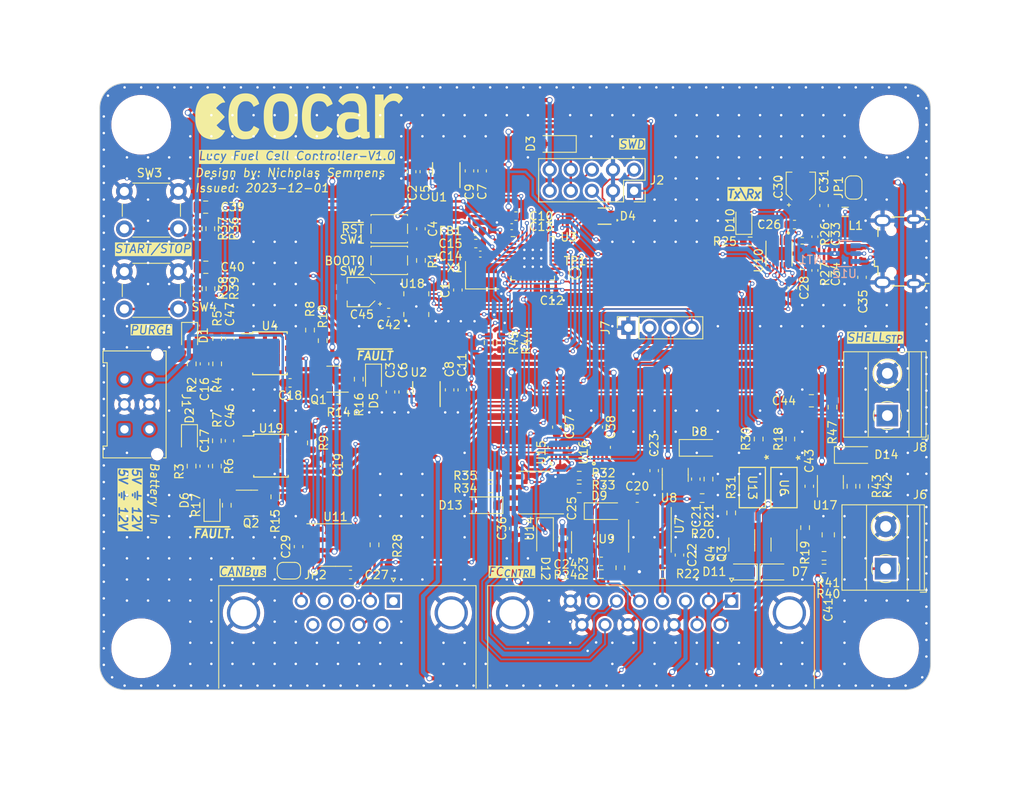
<source format=kicad_pcb>
(kicad_pcb (version 20221018) (generator pcbnew)
  (title_block (title "Lucy Fuel Cell Controller") (date "2023-12-01") (rev "V1.0") (company "EcoCar") (comment 1 "Design by: Nicholas Semmens") (comment 2 "Contributions: Mikael Schmidtke"))
  (layers (0 "F.Cu" signal) (31 "B.Cu" signal) (34 "B.Paste" user) (35 "F.Paste" user) (36 "B.SilkS" user "B.Silkscreen") (37 "F.SilkS" user "F.Silkscreen") (38 "B.Mask" user) (39 "F.Mask" user) (44 "Edge.Cuts" user))
  (net 0 "")
  (net 1 "/MCU_3V3")
  (net 2 "GNDA")
  (net 3 "+5V")
  (net 4 "/~{RST}")
  (net 5 "+3V3")
  (net 6 "UNPROTECTED_5V")
  (net 7 "UNPROTECTED_12V")
  (net 8 "+12V")
  (net 9 "Net-(U8-+)")
  (net 10 "Net-(C22-Pad1)")
  (net 11 "Net-(U9-+)")
  (net 12 "/IO /PB1")
  (net 13 "/IO /VCCIO")
  (net 14 "Net-(JP1-A)")
  (net 15 "/IO /DM")
  (net 16 "/IO /DP")
  (net 17 "/IO /V_{BUS}")
  (net 18 "Net-(D1-A)")
  (net 19 "Net-(D2-A)")
  (net 20 "/IO /PA13")
  (net 21 "/IO /PA14")
  (net 22 "Net-(D5-A)")
  (net 23 "Net-(D6-A)")
  (net 24 "/IO /SUPPLY_RTN")
  (net 25 "/IO /PA3")
  (net 26 "/IO /PA4")
  (net 27 "Net-(D10-K)")
  (net 28 "/IO /PURGE_RTN")
  (net 29 "Net-(C39-Pad1)")
  (net 30 "Net-(C40-Pad1)")
  (net 32 "/IO /CAN_L")
  (net 33 "/IO /V-")
  (net 35 "/IO /SHIELD")
  (net 36 "/IO /CAN_H")
  (net 38 "/IO /V+")
  (net 39 "Net-(C41-Pad1)")
  (net 40 "/IO /PRESSURE_SIG")
  (net 41 "/IO /THERM_{VREF}")
  (net 42 "/IO /H2_{PRS}")
  (net 43 "/IO /FC_{TEMP}")
  (net 44 "/On-Board Sensors/12V_{REF}")
  (net 45 "/IO /PRESSURE_N{slash}C")
  (net 46 "/On-Board Sensors/5V_{REF}")
  (net 47 "/IO /D-")
  (net 48 "/IO /D+")
  (net 50 "Net-(Q1-S)")
  (net 51 "Net-(U19-dV{slash}dT)")
  (net 52 "Net-(Q2-S)")
  (net 53 "Net-(Q3-B)")
  (net 54 "Net-(Q4-B)")
  (net 55 "/BOOT0")
  (net 56 "Net-(U4-OVLO)")
  (net 57 "Net-(U4-dV{slash}dT)")
  (net 58 "Net-(R18-Pad1)")
  (net 59 "/IO /PA1")
  (net 60 "/IO /Supply_Valve_Switch/V_{E}")
  (net 61 "Net-(U10-CBUS0)")
  (net 62 "Net-(U10-USBDM)")
  (net 63 "Net-(U10-USBDP)")
  (net 64 "Net-(R30-Pad1)")
  (net 65 "/IO /PA2")
  (net 66 "/IO /Purge_Valve_Switch/V_{E}")
  (net 67 "Net-(U14A-+)")
  (net 68 "Net-(U14B-+)")
  (net 73 "/IO /BTN_{RTN}")
  (net 74 "/IO /PA0")
  (net 75 "/IO /PA5")
  (net 76 "/IO /PA6")
  (net 77 "/IO /PA7")
  (net 78 "/IO /PB0")
  (net 79 "/IO /PA8")
  (net 80 "/IO /PA9")
  (net 81 "/IO /PA10")
  (net 82 "/IO /PA11")
  (net 83 "/IO /PA12")
  (net 84 "/IO /PA15")
  (net 85 "/IO /PB3")
  (net 86 "/IO /PB4")
  (net 87 "/IO /PB5")
  (net 88 "/IO /PB6")
  (net 89 "/IO /PB7")
  (net 90 "/BTN_{1}")
  (net 91 "Net-(U17-+)")
  (net 98 "/IO /GND_{1}")
  (net 99 "/SW_{IM}")
  (net 100 "/IO /GND")
  (net 101 "/BTN_{2}")
  (net 105 "Net-(U7-FB)")
  (net 106 "Net-(U3-VDDA)")
  (net 107 "Net-(C44-Pad1)")
  (net 108 "/FLT_{5}")
  (net 109 "/FLT_{12}")
  (net 110 "Net-(U4-EN{slash}UVLO)")
  (net 111 "Net-(U19-EN{slash}UVLO)")
  (net 112 "Net-(U19-ILM)")
  (net 113 "Net-(U4-ILM)")
  (footprint "Resistor_SMD:R_0603_1608Metric" (layer "F.Cu") (at 130.1805 98.618 90)
    (fp_text reference "R16")
    (fp_text value "270")
  )
  (footprint "Capacitor_SMD:C_0603_1608Metric" (layer "F.Cu") (at 114.6345 106.032 -90)
    (fp_text reference "C46")
    (fp_text value "2n2")
  )
  (footprint "Diode_SMD:D_0805_2012Metric_Pad1.15x1.40mm_HandSolder" (layer "F.Cu") (at 180.3445 121.82)
    (fp_text reference "D7")
    (fp_text value "SD0805S020S1R0")
  )
  (footprint "Package_TO_SOT_SMD:SOT-23-3" (layer "F.Cu") (at 176.2805 118.518 -90)
    (fp_text reference "Q4")
    (fp_text value "FMMT491ATA")
  )
  (footprint "Resistor_SMD:R_0603_1608Metric" (layer "F.Cu") (at 113.143 93.726 -90)
    (fp_text reference "R5")
    (fp_text value "931")
  )
  (footprint "Package_SO:SOIC-8_3.9x4.9mm_P1.27mm" (layer "F.Cu") (at 165.227 117.502 -90)
    (fp_text reference "U7")
    (fp_text value "MCP1501-33E/SN")
  )
  (footprint "Resistor_SMD:R_0603_1608Metric" (layer "F.Cu") (at 191.008 111.506 -90)
    (fp_text reference "R42")
    (fp_text value "1740")
  )
  (footprint "MountingHole:MountingHole_3.2mm_M3" (layer "F.Cu") (at 194 131)
    (fp_text reference "H1" hide)
    (fp_text value "MountingHole")
  )
  (footprint "Resistor_SMD:R_0603_1608Metric" (layer "F.Cu") (at 182.1225 105.818 90)
    (fp_text reference "R18")
    (fp_text value "422")
  )
  (footprint "Resistor_SMD:R_0603_1608Metric" (layer "F.Cu") (at 113.1105 109.08 -90)
    (fp_text reference "R6")
    (fp_text value "931")
  )
  (footprint "MountingHole:MountingHole_3.2mm_M3" (layer "F.Cu") (at 104 131)
    (fp_text reference "H4" hide)
    (fp_text value "MountingHole")
  )
  (footprint "Button_Switch_THT:SW_PUSH_6mm_H5mm" (layer "F.Cu") (at 101.974 76.02)
    (fp_text reference "SW3")
    (fp_text value "~")
  )
  (footprint "Capacitor_SMD:C_0603_1608Metric" (layer "F.Cu") (at 148.844 116.586 90)
    (fp_text reference "C36")
    (fp_text value "100n")
  )
  (footprint "Resistor_SMD:R_0603_1608Metric" (layer "F.Cu") (at 186.182 121.412)
    (fp_text reference "R40")
    (fp_text value "10k")
  )
  (footprint "Resistor_SMD:R_0603_1608Metric" (layer "F.Cu") (at 159.385 122.074)
    (fp_text reference "R24")
    (fp_text value "10k")
  )
  (footprint "Button_Switch_SMD:SW_SPST_PTS810" (layer "F.Cu") (at 133.858 80.518 180)
    (fp_text reference "SW1")
    (fp_text value "PTS815 SJM 250 SMTR LFS")
  )
  (footprint "Package_SO:TI_SO-PowerPAD-8" (layer "F.Cu") (at 119.62 107.823)
    (fp_text reference "U19")
    (fp_text value "TPS259621")
  )
  (footprint "Resistor_SMD:R_0603_1608Metric" (layer "F.Cu") (at 178.3125 105.818 90)
    (fp_text reference "R30")
    (fp_text value "422")
  )
  (footprint "TerminalBlock_Phoenix:TerminalBlock_Phoenix_MKDS-1,5-2-5.08_1x02_P5.08mm_Horizontal" (layer "F.Cu") (at 193.802 102.997 90)
    (fp_text reference "J8")
    (fp_text value "Screw_Terminal_01x02")
  )
  (footprint "Capacitor_SMD:C_0805_2012Metric" (layer "F.Cu") (at 111.762 77.9164)
    (fp_text reference "C39")
    (fp_text value "3u3")
  )
  (footprint "Resistor_SMD:R_0603_1608Metric" (layer "F.Cu") (at 156.718 111.76)
    (fp_text reference "R33")
    (fp_text value "13.7k")
  )
  (footprint "Resistor_SMD:R_0603_1608Metric" (layer "F.Cu") (at 186.182 119.888 180)
    (fp_text reference "R41")
    (fp_text value "10k")
  )
  (footprint "Resistor_SMD:R_0603_1608Metric" (layer "F.Cu") (at 112.3208 80.5072 90)
    (fp_text reference "R37")
    (fp_text value "10k")
  )
  (footprint "RB_FTP:ecocar_logo" (layer "F.Cu") (at 123 67)
    (fp_text reference "G***" hide)
    (fp_text value "LOGO" hide)
  )
  (footprint "Resistor_SMD:R_0603_1608Metric" (layer "F.Cu") (at 189.484 111.506 90)
    (fp_text reference "R43")
    (fp_text value "665")
  )
  (footprint "Package_SO:SOIC-8_3.9x4.9mm_P1.27mm" (layer "F.Cu") (at 151.384 112.268 180)
    (fp_text reference "U14")
    (fp_text value "MCP602-E/SN")
  )
  (footprint "Resistor_SMD:R_0603_1608Metric" (layer "F.Cu") (at 187.198 101.981 90)
    (fp_text reference "R47")
    (fp_text value "10k")
  )
  (footprint "Resistor_SMD:R_0603_1608Metric" (layer "F.Cu") (at 110.0625 109.08 -90)
    (fp_text reference "R3")
    (fp_text value "931")
  )
  (footprint "Connector_PinSocket_2.54mm:PinSocket_1x04_P2.54mm_Vertical" (layer "F.Cu") (at 162.6362 92.431 90)
    (fp_text reference "J7")
    (fp_text value "OLED")
  )
  (footprint "Capacitor_SMD:C_0603_1608Metric" (layer "F.Cu") (at 145.034 73.551 90)
    (fp_text reference "C7")
    (fp_text value "1u")
  )
  (footprint "Inductor_SMD:L_0603_1608Metric" (layer "F.Cu") (at 144.272 80.772)
    (fp_text reference "FB1")
    (fp_text value "300R")
  )
  (footprint "Capacitor_SMD:C_0603_1608Metric" (layer "F.Cu") (at 159.385 120.55)
    (fp_text reference "C24")
    (fp_text value "1u")
  )
  (footprint "FC.FTP:IC_ADS1115IRUGR" (layer "F.Cu") (at 159.258 107.442 90)
    (fp_text reference "U16")
    (fp_text value "ADS1115IRUGR")
  )
  (footprint "Resistor_SMD:R_0603_1608Metric" (layer "F.Cu") (at 124.5405 106.286 -90)
    (fp_text reference "R9")
    (fp_text value "909")
  )
  (footprint "Resistor_SMD:R_0402_1005Metric" (layer "F.Cu") (at 183.555 85.025)
    (fp_text reference "R27")
    (fp_text value "26.7")
  )
  (footprint "FC.FTP:IC_ADS1115IRUGR" (layer "F.Cu") (at 154.178 107.442 90)
    (fp_text reference "U15")
    (fp_text value "ADS1115IRUGR")
  )
  (footprint "MountingHole:MountingHole_3.2mm_M3" (layer "F.Cu") (at 104 68)
    (fp_text reference "H2" hide)
    (fp_text value "MountingHole")
  )
  (footprint "FC.FTP:ESDALC6V1P5" (layer "F.Cu") (at 159.766 78.994 180)
    (fp_text reference "D4")
    (fp_text value "ESDALC6V1P5")
  )
  (footprint "FC.FTP:Display_128x64_096_I2C" (layer "F.Cu") (at 166.37 92.456)
    (fp_text reference "Display 128x64 0.96\" I2C" hide)
    (fp_text value "Display_128x64" hide)
  )
  (footprint "Package_DFN_QFN:DFN-6-1EP_3x3mm_P0.95mm_EP1.7x2.6mm" (layer "F.Cu") (at 138.326 100.413 90)
    (fp_text reference "U2")
    (fp_text value "LD39050PU33R")
  )
  (footprint "Resistor_SMD:R_0603_1608Metric" (layer "F.Cu") (at 112.336 87.731 90)
    (fp_text reference "R38")
    (fp_text value "10k")
  )
  (footprint "MountingHole:MountingHole_3.2mm_M3" (layer "F.Cu") (at 194 68)
    (fp_text reference "H3" hide)
    (fp_text value "MountingHole")
  )
  (footprint "Capacitor_SMD:C_0402_1005Metric" (layer "F.Cu") (at 185.079 81.469 90)
    (fp_text reference "C33")
    (fp_text value "47p")
  )
  (footprint "Package_SO:TI_SO-PowerPAD-8" (layer "F.Cu") (at 119.493 95.504)
    (fp_text reference "U4")
    (fp_text value "TPS259621")
  )
  (footprint "Resistor_SMD:R_0603_1608Metric" (layer "F.Cu") (at 113.1105 106.032 -90)
    (fp_text reference "R7")
    (fp_text value "931")
  )
  (footprint "Resistor_SMD:R_0603_1608Metric" (layer "F.Cu") (at 146.05 110.236 180)
    (fp_text reference "R35")
    (fp_text value "13.7k")
  )
  (footprint "Jumper:SolderJumper-2_P1.3mm_Open_RoundedPad1.0x1.5mm" (layer "F.Cu") (at 121.778 121.666)
    (fp_text reference "JP2")
    (fp_text value "SolderJumper_2_Open")
  )
  (footprint "Capacitor_SMD:C_0603_1608Metric" (layer "F.Cu") (at 184.404 111.506 90)
    (fp_text reference "C43")
    (fp_text value "100n")
  )
  (footprint "Capacitor_SMD:C_0603_1608Metric" (layer "F.Cu") (at 149.098 78.994)
    (fp_text reference "C10")
    (fp_text value "4u7")
  )
  (footprint "Package_SO:SOIC-8_3.9x4.9mm_P1.27mm" (layer "F.Cu") (at 127.381 118.58)
    (fp_text reference "U11")
    (fp_text value "MCP2542FD-E/SN")
  )
  (footprint "RB_FTP:STD_PWR_HEADER" (layer "F.Cu") (at 103.6865 101.6535 90)
    (fp_text reference "J1")
    (fp_text value "STD_PWR_HEADER")
  )
  (footprint "Resistor_SMD:R_0603_1608Metric" (layer "F.Cu") (at 177.292 82.042)
    (fp_text reference "R25")
    (fp_text value "30.1")
  )
  (footprint "Resistor_SMD:R_0603_1608Metric" (layer "F.Cu") (at 172.273 110.644 90)
    (fp_text reference "R21")
    (fp_text value "13.7k")
  )
  (footprint "Resistor_SMD:R_0603_1608Metric" (layer "F.Cu") (at 175.0105 114.708 -90)
    (fp_text reference "R31")
    (fp_text value "249")
  )
  (footprint "TestPoint:TestPoint_Pad_D1.0mm" (layer "F.Cu") (at 156.21 85.852)
    (fp_text reference "TP1")
    (fp_text value "MCO")
  )
  (footprint "LED_SMD:LED_0805_2012Metric" (layer "F.Cu") (at 112.522 114.046 90)
    (fp_text reference "D6")
    (fp_text value "GREEN")
  )
  (footprint "Resistor_SMD:R_0603_1608Metric" (layer "F.Cu") (at 146.05 111.76)
    (fp_text reference "R34")
    (fp_text value "13.7k")
  )
  (footprint "Button_Switch_SMD:SW_SPST_PTS810" (layer "F.Cu") (at 133.858 84.328 180)
    (fp_text reference "SW2")
    (fp_text value "PTS815 SJM 250 SMTR LFS\n")
  )
  (footprint "Jumper:SolderJumper-2_P1.3mm_Open_RoundedPad1.0x1.5mm" (layer "F.Cu") (at 189.738 75.55 90)
    (fp_text reference "JP1")
    (fp_text value "SolderJumper_2_Open")
  )
  (footprint "Capacitor_SMD:C_0603_1608Metric" (layer "F.Cu") (at 133.7804 90.6018)
    (fp_text reference "C42")
    (fp_text value "100n")
  )
  (footprint "Capacitor_SMD:C_0805_2012Metric" (layer "F.Cu") (at 184.658 101.219 180)
    (fp_text reference "C44")
    (fp_text value "3u3")
  )
  (footprint "Resistor_SMD:R_0603_1608Metric" (layer "F.Cu") (at 110.7968 80.5072 -90)
    (fp_text reference "R36")
    (fp_text value "10k")
  )
  (footprint "Capacitor_SMD:CP_Elec_3x5.3" (layer "F.Cu") (at 130.5546 88.138 180)
    (fp_text reference "C45")
    (fp_text value "10u")
  )
  (footprint "LED_SMD:LED_0805_2012Metric" (layer "F.Cu") (at 109.827 93.472 -90)
    (fp_text reference "D1")
    (fp_text value "ICE BLUE")
  )
  (footprint "Capacitor_SMD:C_0603_1608Metric" (layer "F.Cu") (at 168.783 119.788 90)
    (fp_text reference "C22")
    (fp_text value "2u2")
  )
  (footprint "Resistor_SMD:R_0603_1608Metric" (layer "F.Cu") (at 161.671 121.312 90)
    (fp_text reference "R23")
    (fp_text value "100k")
  )
  (footprint "Connector_Dsub:DSUB-15_Female_Horizontal_P2.77x2.84mm_EdgePinOffset7.70mm_Housed_MountingHolesOffset9.12mm" (layer "F.Cu") (at 175.055 125.33)
    (fp_text reference "J4" hide)
    (fp_text value "DA15_Receptacle_MountingHoles")
  )
  (footprint "Capacitor_SMD:C_0805_2012Metric" (layer "F.Cu") (at 111.7772 85.1494)
    (fp_text reference "C40")
    (fp_text value "3u3")
  )
  (footprint "Capacitor_SMD:C_0603_1608Metric" (layer "F.Cu") (at 154.813 117.756 90)
    (fp_text reference "C25")
    (fp_text value "100n")
  )
  (footprint "Capacitor_SMD:C_0603_1608Metric" (layer "F.Cu") (at 121.92 99.06)
    (fp_text reference "C18")
    (fp_text value "1u")
  )
  (footprint "Capacitor_SMD:C_0603_1608Metric" (layer "F.Cu") (at 154.022 104.394 -90)
    (fp_text reference "C37")
    (fp_text value "100n")
  )
  (footprint "Capacitor_SMD:C_0603_1608Metric" (layer "F.Cu") (at 165.735 109.628 90)
    (fp_text reference "C23")
    (fp_text value "100n")
  )
  (footprint "Resistor_SMD:R_0402_1005Metric" (layer "F.Cu") (at 183.555 81.977)
    (fp_text reference "R26")
    (fp_text value "26.7")
  )
  (footprint "Capacitor_SMD:C_0603_1608Metric" (layer "F.Cu") (at 143.51 73.551 90)
    (fp_text reference "C9")
    (fp_text value "100n")
  )
  (footprint "Capacitor_SMD:C_0603_1608Metric" (layer "F.Cu") (at 142.113 87.884 -90)
    (fp_text reference "C1")
    (fp_text value "100n")
  )
  (footprint "RB_FTP:SOIC_BTA-VG_EVS" (layer "F.Cu") (at 181.3605 111.66 -90)
    (fp_text reference "U6")
    (fp_text value "EL3H7(B)(TA)-VG\n")
  )
  (footprint "LED_SMD:LED_0805_2012Metric" (layer "F.Cu") (at 176.53 79.502 90)
    (fp_text reference "D10")
    (fp_text value "PINK")
  )
  (footprint "Capacitor_SMD:C_0402_1005Metric" (layer "F.Cu") (at 185.079 85.533 -90)
    (fp_text reference "C34")
    (fp_text value "47p")
  )
  (footprint "FC.FTP:D_SOD_123_M" (layer "F.Cu") (at 145.212 113.842 180)
    (fp_text reference "D13")
    (fp_text value "MMSZ5226B-7-F")
  )
  (footprint "Package_TO_SOT_SMD:TSOT-23-5" (layer "F.Cu") (at 168.275 110.136 90)
    (fp_text reference "U8")
    (fp_text value "AD8603")
  )
  (footprint "Capacitor_SMD:C_0603_1608Metric" (layer "F.Cu") (at 126.238 108.966 -90)
    (fp_text reference "C19")
    (fp_text value "1u")
  )
  (footprint "Package_DFN_QFN:DFN-6-1EP_3x3mm_P0.95mm_EP1.7x2.6mm" (layer "F.Cu") (at 140.716 74.059 90)
    (fp_text reference "U1")
    (fp_text value "LD39050PU33R")
  )
  (footprint "Diode_SMD:D_0805_2012Metric_Pad1.15x1.40mm_HandSolder" (layer "F.Cu") (at 176.2805 121.82 180)
    (fp_text reference "D11")
    (fp_text value "SD0805S020S1R0")
  )
  (footprint "Inductor_SMD:L_0805_2012Metric" (layer "F.Cu") (at 188.722 78.486)
    (fp_text reference "L1")
    (fp_text value "600R/0.5A")
  )
  (footprint "Capacitor_SMD:C_0603_1608Metric" (layer "F.Cu") (at 159.004 104.394 -90)
    (fp_text reference "C38")
    (fp_text value "100n")
  )
  (footprint "Capacitor_SMD:C_0603_1608Metric" (layer "F.Cu") (at 182.626 80.01 180)
    (fp_text reference "C26")
    (fp_text value "100n")
  )
  (footprint "Resistor_SMD:R_0603_1608Metric" (layer "F.Cu") (at 166.751 122.074)
    (fp_text reference "R22")
    (fp_text value "49.9")
  )
  (footprint "Resistor_SMD:R_0603_1608Metric" (layer "F.Cu") (at 124.319 92.71 -90)
    (fp_text reference "R8")
    (fp_text value "400k")
  )
  (footprint "Capacitor_SMD:C_0603_1608Metric" (layer "F.Cu") (at 122.936 118.769 -90)
    (fp_text reference "C29")
    (fp_text value "100n")
  )
  (footprint "LED_SMD:LED_0805_2012Metric" (layer "F.Cu") (at 109.8085 105.778 -90)
    (fp_text reference "D2")
    (fp_text value "ICE BLUE")
  )
  (footprint "Capacitor_SMD:C_0402_1005Metric" (layer "F.Cu") (at 153.416 87.884 180)
    (fp_text reference "C12")
    (fp_text value "100n")
  )
  (footprint "Capacitor_SMD:C_0805_2012Metric" (layer "F.Cu") (at 186.69 117.348 90)
    (fp_text reference "C41")
    (fp_text value "3u3")
  )
  (footprint "FC.FTP:D_SOD_123_M" (layer "F.Cu") (at 189.738 107.696)
    (fp_text reference "D14")
    (fp_text value "MMSZ5226B-7-F")
  )
  (footprint "Capacitor_SMD:C_0603_1608Metric" (layer "F.Cu") (at 135.532 100.159 90)
    (fp_text reference "C6")
    (fp_text value "100n")
  )
  (footprint "Resistor_SMD:R_0603_1608Metric" (layer "F.Cu") (at 125.843 93.98 -90)
    (fp_text reference "R10")
    (fp_text value "909")
  )
  (footprint "Resistor_SMD:R_0603_1608Metric" (layer "F.Cu") (at 171.511 112.93 180)
    (fp_text reference "R20")
    (fp_text value "6.98k")
  )
  (footprint "Package_TO_SOT_SMD:TSOT-23-5" (layer "F.Cu") (at 186.944 110.998 90)
    (fp_text reference "U17")
    (fp_text value "AD8603")
  )
  (footprint "RB_FTP:SOIC_BTA-VG_EVS" (layer "F.Cu") (at 177.5505 111.66 -90)
    (fp_text reference "U13")
    (fp_text value "EL3H7(B)(TA)-VG\n")
  )
  (footprint "FC.FTP:XDCR_LIS3DHTR" (layer "F.Cu") (at 137.1078 89.5858 90)
    (fp_text reference "U18")
    (fp_text value "LIS3DHTR")
  )
  (footprint "Resistor_SMD:R_0603_1608Metric" (layer "F.Cu") (at 137.668 84.328 -90)
    (fp_text reference "R1")
    (fp_text value "10k")
  )
  (footprint "Capacitor_SMD:C_0603_1608Metric" (layer "F.Cu") (at 190.754 86.36 -90)
    (fp_text reference "C35")
    (fp_text value "100n")
  )
  (footprint "Capacitor_SMD:C_0603_1608Metric" (layer "F.Cu") (at 129.190248 122.125966 180)
    (fp_text reference "C27")
    (fp_text value "100n")
  )
  (footprint "Capacitor_SMD:C_0603_1608Metric" (layer "F.Cu") (at 134.008 100.159 90)
    (fp_text reference "C3")
    (fp_text value "1u")
  )
  (footprint "FC.FTP:D_SOD_123_M" (layer "F.Cu") (at 152.654 117.602 -90)
    (fp_text reference "D12")
    (fp_text value "MMSZ5226B-7-F")
  )
  (footprint "FC.FTP:D_SOD_123_M" (layer "F.Cu") (at 154.051 70.358 180)
    (fp_text reference "D3")
    (fp_text value "MMSZ5226B-7-F")
  )
  (footprint "Resistor_SMD:R_0603_1608Metric" (layer "F.Cu") (at 110.081 96.774 -90)
    (fp_text reference "R2")
    (fp_text value "270")
  )
  (footprint "Capacitor_SMD:C_0603_1608Metric" (layer "F.Cu") (at 182.372 87.63 -90)
    (fp_text reference "C28")
    (fp_text value "100n")
  )
  (footprint "Capacitor_SMD:C_0402_1005Metric" (layer "F.Cu") (at 144.808 83.566 180)
    (fp_text reference "C14")
    (fp_text value "100n")
  )
  (footprint "Capacitor_SMD:C_0603_1608Metric" (layer "F.Cu") (at 186.182 77.724 90)
    (fp_text reference "C31")
    (fp_text value "100n")
  )
  (footprint "Capacitor_SMD:C_0603_1608Metric" (layer "F.Cu") (at 142.644 99.905002 90)
    (fp_text reference "C11")
    (fp_text value "100n")
  )
  (footprint "Capacitor_SMD:C_0603_1608Metric" (layer "F.Cu") (at 111.5865 109.08 -90)
    (fp_text reference "C17")
    (fp_text value "1u")
  )
  (footprint "Connector_Dsub:DSUB-9_Female_Horizontal_P2.77x2.84mm_EdgePinOffset7.70mm_Housed_MountingHolesOffset9.12mm" (layer "F.Cu") (at 134.354 125.33)
    (fp_text reference "J3" hide)
    (fp_text value "DE9_Receptacle")
  )
  (footprint "RB_FTP:USB_Micro-B_Wuerth_629105150521" (layer "F.Cu") (at 195.072 83.247 90)
    (fp_text reference "J5" hide)
    (fp_text value "USB_B_Micro")
  )
  (footprint "Capacitor_SMD:C_0603_1608Metric" (layer "F.Cu") (at 170.749 110.644 90)
    (fp_text reference "C21")
    (fp_text value "0u33")
  )
  (footprint "Crystal:Crystal_SMD_3225-4Pin_3.2x2.5mm" (layer "F.Cu") (at 145.034 86.106)
    (fp_text reference "X1")
    (fp_text value "OXETDLJANF-8MHZ ")
  )
  (footprint "Capacitor_SMD:C_0402_1005Metric" (layer "F.Cu") (at 148.59 80.264)
    (fp_text reference "C13")
    (fp_text value "100n")
  )
  (footprint "Resistor_SMD:R_0603_1608Metric" (layer "F.Cu") (at 114.3 113.792 -90)
    (fp_text reference "R17")
    (fp_text value "270")
  )
  (footprint "Package_TO_SOT_SMD:SOT-23-3" (layer "F.Cu") (at 181.3605 118.518 -90)
    (fp_text reference "Q3")
    (fp_text value "FMMT491ATA")
  )
  (footprint "Resistor_SMD:R_0603_1608Metric" (layer "F.Cu") (at 110.812 87.731 -90)
    (fp_text reference "R39")
    (fp_text value "10k")
  )
  (footprint "Resistor_SMD:R_0603_1608Metric" (layer "F.Cu") (at 156.718 110.236 180)
    (fp_text reference "R32")
    (fp_text value "52.3k")
  )
  (footprint "Resistor_SMD:R_0603_1608Metric" (layer "F.Cu") (at 132.08 118.555 90)
    (fp_text reference "R28")
    (fp_text value "120")
  )
  (footprint "TerminalBlock_Phoenix:TerminalBlock_Phoenix_MKDS-1,5-2-5.08_1x02_P5.08mm_Horizontal" (layer "F.Cu") (at 193.599 121.417 90)
    (fp_text reference "J6")
    (fp_text value "Screw_Terminal_01x02")
  )
  (footprint "FC.FTP:SON45P300X300X80-13N" (layer "F.Cu") (at 180.761 83.501 -90)
    (fp_text reference "U10")
    (fp_text value "FT234XD-R")
  )
  (footprint "Capacitor_SMD:C_0603_1608Metric" (layer "F.Cu") (at 141.12 99.905002 90)
    (fp_text reference "C8")
    (fp_text value "1u")
  )
  (footprint "Capacitor_SMD:C_0603_1608Metric" (layer "F.Cu") (at 137.668 80.518 -90)
    (fp_text reference "C4")
    (fp_text value "100n")
  )
  (footprint "FC.FTP:D_SOD_123_M" (layer "F.Cu") (at 159.639 114.454)
    (fp_text reference "D9")
    (fp_text value "MMSZ5226B-7-F")
  )
  (footprint "Resistor_SMD:R_0603_1608Metric" (layer "F.Cu") (at 183.9005 116.486 -90)
    (fp_text reference "R19")
    (fp_text value "249")
  )
  (footprint "Resistor_SMD:R_0603_1608Metric" (layer "F.Cu") (at 147.32 94.234 -90)
    (fp_text reference "R44")
    (fp_text value "4.7k")
  )
  (footprint "Capacitor_SMD:C_0603_1608Metric" (layer "F.Cu") (at 114.667 93.726 -90)
    (fp_text reference "C47")
    (fp_text value "2n2")
  )
  (footprint "Package_TO_SOT_SMD:SOT-23-3" (layer "F.Cu") (at 127.1325 98.618 180)
    (fp_text reference "Q1")
    (fp_text value "SI2302A-TPMSCT-ND")
  )
  (footprint "FC.FTP:D_SOD_123_M" (layer "F.Cu") (at 171.069 106.834)
    (fp_text reference "D8")
    (fp_text value "MMSZ5226B-7-F")
  )
  (footprint "Package_TO_SOT_SMD:TSOT-23-5" (layer "F.Cu") (at 157.353 117.756 90)
    (fp_text reference "U9")
    (fp_text value "AD8603")
  )
  (footprint "Package_DFN_QFN:QFN-32-1EP_5x5mm_P0.5mm_EP3.45x3.45mm" (layer "F.Cu") (at 151.13 84.074)
    (fp_text reference "U3")
    (fp_text value "STM32L432KCUx")
  )
  (footprint "Capacitor_SMD:C_0603_1608Metric" (layer "F.Cu") (at 163.703 112.93 180)
    (fp_text reference "C20")
    (fp_text value "2u2")
  )
  (footprint "Package_TO_SOT_SMD:SOT-23-3" (layer "F.Cu") (at 117.2265 113.538)
    (fp_text reference "Q2")
    (fp_text value "SI2302A-TPMSCT-ND")
  )
  (footprint "Capacitor_SMD:C_0603_1608Metric" (layer "F.Cu") (at 138.072 73.647 90)
    (fp_text reference "C5")
    (fp_text value "100n")
  )
  (footprint "Capacitor_SMD:C_0603_1608Metric" (layer "F.Cu") (at 144.272 82.296 180)
    (fp_text reference "C15")
    (fp_text value "1u")
  )
  (footprint "Button_Switch_THT:SW_PUSH_6mm_H5mm" (layer "F.Cu") (at 101.974 85.672)
    (fp_text reference "SW4")
    (fp_text value "~")
  )
  (footprint "Capacitor_SMD:C_0603_1608Metric" (layer "F.Cu") (at 136.548 73.647 90)
    (fp_text reference "C2")
    (fp_text value "1u")
  )
  (footprint "Capacitor_SMD:C_0603_1608Metric" (layer "F.Cu") (at 111.619 96.774 -90)
    (fp_text reference "C16")
    (fp_text value "1u")
  )
  (footprint "Resistor_SMD:R_0603_1608Metric" (layer "F.Cu") (at 120.142 112.776 -90)
    (fp_text reference "R15")
    (fp_text value "100k")
  )
  (footprint "Capacitor_SMD:CP_Elec_3x5.3" (layer "F.Cu") (at 183.388 75.462 90)
    (fp_text reference "C30")
    (fp_text value "4u7")
  )
  (footprint "Resistor_SMD:R_0603_1608Metric" (layer "F.Cu") (at 145.826 94.234 -90)
    (fp_text reference "R45")
    (fp_text value "4.7k")
  )
  (footprint "Resistor_SMD:R_0603_1608Metric" (layer "F.Cu") (at 127.762 101.092 180)
    (fp_text reference "R14")
    (fp_text value "100k")
  )
  (footprint "LED_SMD:LED_0805_2012Metric" (layer "F.Cu") (at 131.9585 98.491 -90)
    (fp_text reference "D5")
    (fp_text value "GREEN")
  )
  (footprint "Connector_PinSocket_2.54mm:PinSocket_2x05_P2.54mm_Vertical" (layer "F.Cu") (at 163.322 75.946 -90)
    (fp_text reference "J2")
    (fp_text value "Conn_02x05_Odd_Even")
  )
  (footprint "Resistor_SMD:R_0603_1608Metric" (layer "F.Cu") (at 113.143 96.774 -90)
    (fp_text reference "R4")
    (fp_text value "931")
  )
  (footprint "NetTie:NetTie-2_SMD_Pad0.5mm" (layer "B.Cu") (at 184.523 83.058)
    (fp_text reference "NT1")
    (fp_text value "NetTie_2")
  )
  (footprint "FC.FTP:USBLC6-2SC6" (layer "B.Cu") (at 188.722 83.501)
    (fp_text reference "U12")
    (fp_text value "USBLC6-2SC6")
  )
  (gr_arc (start 196 63) (mid 198.12132 63.87868) (end 199 66) (stroke (width 0.1)) (layer "Edge.Cuts"))
  (gr_arc (start 102 136) (mid 99.87868 135.12132) (end 99 133) (stroke (width 0.1)) (layer "Edge.Cuts"))
  (gr_line (start 99 133) (end 99 66) (stroke (width 0.1)) (layer "Edge.Cuts"))
  (gr_line (start 102 63) (end 196 63) (stroke (width 0.1)) (layer "Edge.Cuts"))
  (gr_line (start 199 66) (end 199 133) (stroke (width 0.1)) (layer "Edge.Cuts"))
  (gr_arc (start 99 66) (mid 99.87868 63.87868) (end 102 63) (stroke (width 0.1)) (layer "Edge.Cuts"))
  (gr_arc (start 199 133) (mid 198.12132 135.12132) (end 196 136) (stroke (width 0.1)) (layer "Edge.Cuts"))
  (gr_line (start 196 136) (end 102 136) (stroke (width 0.1)) (layer "Edge.Cuts"))
  (gr_text "START/STOP" (at 105.41 82.931) (layer "F.SilkS" knockout) (effects (font (size 1 1) (thickness 0.15) italic)))
  (gr_text "~{FAULT}" (at 110.2 117.8) (layer "F.SilkS") (effects (font (size 1 1) (thickness 0.2) bold italic) (justify left bottom)))
  (gr_text "5V ⏚ 12V\n5V ⏚ 12V" (at 102.616 113.03 -90) (layer "F.SilkS" knockout) (effects (font (size 1 1) (thickness 0.2) bold italic)))
  (gr_text "${COMMENT1}" (at 110.4 74.366) (layer "F.SilkS") (effects (font (size 1 1) (thickness 0.15) italic) (justify left bottom)))
  (gr_text "SWD" (at 163.068 70.358) (layer "F.SilkS" knockout) (effects (font (size 1 1) (thickness 0.15) italic)))
  (gr_text "FC_{CNTRL}" (at 145.669 121.793) (layer "F.SilkS" knockout) (effects (font (size 1 1) (thickness 0.15) italic) (justify left)))
  (gr_text "CANBus" (at 113.284 121.793) (layer "F.SilkS" knockout) (effects (font (size 1 1) (thickness 0.15) italic) (justify left)))
  (gr_text "~{FAULT}" (at 129.8 96.4) (layer "F.SilkS") (effects (font (size 1 1) (thickness 0.2) bold italic) (justify left bottom)))
  (gr_text "Issued: ${ISSUE_DATE}" (at 110.4 76.2) (layer "F.SilkS") (effects (font (size 1 1) (thickness 0.15) italic) (justify left bottom)))
  (gr_text "T_{X}\\R_{X}" (at 176.53 76.327) (layer "F.SilkS" knockout) (effects (font (size 1 1) (thickness 0.2) bold italic)))
  (gr_text "PURGE" (at 105.156 92.71) (layer "F.SilkS" knockout) (effects (font (size 1 1) (thickness 0.15) italic)))
  (gr_text "Battery In" (at 105.6 112.4 270) (layer "F.SilkS") (effects (font (size 1 1) (thickness 0.15) italic)))
  (gr_text "${TITLE}-${REVISION}" (at 110.808 72.334) (layer "F.SilkS" knockout) (effects (font (size 1 1) (thickness 0.15) italic) (justify left bottom)))
  (gr_text "~{RST}" (at 128.016 81.153) (layer "F.SilkS") (effects (font (size 1 1)) (justify left bottom)))
  (gr_text "SHELL_{STP}" (at 188.849 93.599) (layer "F.SilkS" knockout) (effects (font (size 1 1) (thickness 0.15) italic) (justify left)))
  (gr_text "BOOT0" (at 125.984 84.963) (layer "F.SilkS") (effects (font (size 1 1)) (justify left bottom)))
  (segment (start 148.364 82.324) (end 148.6925 82.324) (width 0.3) (layer "F.Cu") (net 1))
  (segment (start 141.723 72.776) (end 141.666 72.719) (width 0.3) (layer "F.Cu") (net 1))
  (segment (start 143.4845 79.2735) (end 143.4845 80.772) (width 0.3) (layer "F.Cu") (net 1))
  (segment (start 148.204 72.776) (end 148.209 72.771) (width 0.3) (layer "F.Cu") (net 1))
  (segment (start 148.209 78.88) (end 148.323 78.994) (width 0.3) (layer "F.Cu") (net 1))
  (segment (start 148.209 68.834) (end 155.448 68.834) (width 0.3) (layer "F.Cu") (net 1))
  (segment (start 155.702 73.406) (end 155.702 70.359) (width 0.3) (layer "F.Cu") (net 1))
  (segment (start 139.7 84.328) (end 137.008 84.328) (width 0.3) (layer "F.Cu") (net 1))
  (segment (start 148.323 78.994) (end 148.323 80.051) (width 0.3) (layer "F.Cu") (net 1))
  (segment (start 137.008 84.328) (end 135.933 83.253) (width 0.3) (layer "F.Cu") (net 1))
  (segment (start 148.323 78.994) (end 143.764 78.994) (width 0.3) (layer "F.Cu") (net 1))
  (segment (start 148.11 80.264) (end 148.11 82.07) (width 0.3) (layer "F.Cu") (net 1))
  (segment (start 154.404 85.824) (end 153.952 85.824) (width 0.2) (layer "F.Cu") (net 1))
  (segment (start 153.952 85.824) (end 153.5675 85.824) (width 0.3) (layer "F.Cu") (net 1))
  (segment (start 148.323 80.051) (end 148.11 80.264) (width 0.3) (layer "F.Cu") (net 1))
  (segment (start 153.896 85.88) (end 153.952 85.824) (width 0.3) (layer "F.Cu") (net 1))
  (segment (start 143.4845 80.772) (end 140.97 80.772) (width 0.3) (layer "F.Cu") (net 1))
  (segment (start 145.034 72.776) (end 143.51 72.776) (width 0.3) (layer "F.Cu") (net 1))
  (segment (start 140.97 80.772) (end 140.462 80.772) (width 0.3) (layer "F.Cu") (net 1))
  (segment (start 143.934 86.956) (end 143.934 85.256) (width 0.3) (layer "F.Cu") (net 1))
  (segment (start 142.113 87.109) (end 143.781 87.109) (width 0.3) (layer "F.Cu") (net 1))
  (segment (start 148.209 77.851) (end 148.209 78.88) (width 0.3) (layer "F.Cu") (net 1))
  (segment (start 144.259 87.027) (end 143.934 86.702) (width 0.3) (layer "F.Cu") (net 1))
  (segment (start 140.589 87.122) (end 142.1 87.122) (width 0.3) (layer "F.Cu") (net 1))
  (segment (start 135.933 83.253) (end 131.783 83.253) (width 0.3) (layer "F.Cu") (net 1))
  (segment (start 155.651 69.037) (end 155.651 70.308) (width 0.3) (layer "F.Cu") (net 1))
  (segment (start 145.954 72.776) (end 145.034 72.776) (width 0.3) (layer "F.Cu") (net 1))
  (segment (start 155.702 70.359) (end 155.651 70.308) (width 0.3) (layer "F.Cu") (net 1))
  (segment (start 145.954 72.776) (end 148.204 72.776) (width 0.3) (layer "F.Cu") (net 1))
  (segment (start 142.1 87.122) (end 142.113 87.109) (width 0.3) (layer "F.Cu") (net 1))
  (segment (start 143.51 72.776) (end 141.723 72.776) (width 0.3) (layer "F.Cu") (net 1))
  (segment (start 148.11 82.07) (end 148.364 82.324) (width 0.3) (layer "F.Cu") (net 1))
  (segment (start 155.448 68.834) (end 155.651 69.037) (width 0.3) (layer "F.Cu") (net 1))
  (segment (start 154.559 85.979) (end 154.404 85.824) (width 0.2) (layer "F.Cu") (net 1))
  (segment (start 143.764 78.994) (end 143.4845 79.2735) (width 0.3) (layer "F.Cu") (net 1))
  (segment (start 155.702 73.406) (end 155.702 75.946) (width 0.3) (layer "F.Cu") (net 1))
  (segment (start 143.781 87.109) (end 143.934 86.956) (width 0.3) (layer "F.Cu") (net 1))
  (segment (start 153.896 87.884) (end 153.896 85.88) (width 0.3) (layer "F.Cu") (net 1))
  (via (at 140.462 80.772) (size 0.5) (drill 0.3) (layers "F.Cu" "B.Cu") (net 1))
  (via (at 148.209 68.834) (size 0.7) (drill 0.5) (layers "F.Cu" "B.Cu") (net 1))
  (via (at 139.7 84.328) (size 0.5) (drill 0.3) (layers "F.Cu" "B.Cu") (net 1))
  (via (at 154.559 85.979) (size 0.5) (drill 0.3) (layers "F.Cu" "B.Cu") (net 1))
  (via (at 148.209 77.851) (size 0.7) (drill 0.5) (layers "F.Cu" "B.Cu") (net 1))
  (via (at 148.209 72.771) (size 0.7) (drill 0.5) (layers "F.Cu" "B.Cu") (net 1))
  (via (at 140.589 87.122) (size 0.5) (drill 0.3) (layers "F.Cu" "B.Cu") (net 1))
  (segment (start 153.289 84.709) (end 154.559 85.979) (width 0.3) (layer "B.Cu") (net 1))
  (segment (start 150.241 73.66) (end 151.13 74.549) (width 0.3) (layer "B.Cu") (net 1))
  (segment (start 139.954 84.582) (end 139.7 84.328) (width 0.3) (layer "B.Cu") (net 1))
  (segment (start 148.209 75.311) (end 148.209 77.851) (width 0.3) (layer "B.Cu") (net 1))
  (segment (start 148.209 73.66) (end 150.241 73.66) (width 0.3) (layer "B.Cu") (net 1))
  (segment (start 140.462 84.582) (end 140.462 85.1408) (width 0.3) (layer "B.Cu") (net 1))
  (segment (start 148.209 73.66) (end 148.209 75.311) (width 0.3) (layer "B.Cu") (net 1))
  (segment (start 140.462 85.1408) (end 140.462 86.995) (width 0.3) (layer "B.Cu") (net 1))
  (segment (start 151.13 74.549) (end 151.13 76.454) (width 0.3) (layer "B.Cu") (net 1))
  (segment (start 151.13 76.454) (end 153.289 78.613) (width 0.3) (layer "B.Cu") (net 1))
  (segment (start 148.209 68.834) (end 148.209 72.771) (width 0.3) (layer "B.Cu") (net 1))
  (segment (start 140.462 80.772) (end 140.462 84.582) (width 0.3) (layer "B.Cu") (net 1))
  (segment (start 140.462 86.995) (end 140.589 87.122) (width 0.3) (layer "B.Cu") (net 1))
  (segment (start 148.209 72.771) (end 148.209 73.66) (width 0.3) (layer "B.Cu") (net 1))
  (segment (start 153.289 78.613) (end 153.289 84.709) (width 0.3) (layer "B.Cu") (net 1))
  (segment (start 140.462 84.582) (end 139.954 84.582) (width 0.3) (layer "B.Cu") (net 1))
  (segment (start 159.258 109.22) (end 159.508 108.97) (width 0.3) (layer "F.Cu") (net 2))
  (segment (start 154.428 108.077) (end 154.428 108.814) (width 0.2) (layer "F.Cu") (net 2))
  (segment (start 154.178 109.064) (end 154.276 108.966) (width 0.3) (layer "F.Cu") (net 2))
  (segment (start 140.353 74.422) (end 140.716 74.059) (width 0.3) (layer "F.Cu") (net 2))
  (segment (start 141.12 100.680002) (end 138.593002 100.680002) (width 0.3) (layer "F.Cu") (net 2))
  (segment (start 137.5828 88.3576) (end 137.5828 87.8168) (width 0.2) (layer "F.Cu") (net 2))
  (segment (start 152.936 87.884) (end 152.936 86.5675) (width 0.3) (layer "F.Cu") (net 2))
  (segment (start 180.086 82.826) (end 180.761 83.501) (width 0.2) (layer "F.Cu") (net 2))
  (segment (start 149.38 81.181) (end 149.38 81.6365) (width 0.3) (layer "F.Cu") (net 2))
  (segment (start 154.276 108.966) (end 154.428 108.814) (width 0.2) (layer "F.Cu") (net 2))
  (segment (start 180.086 82.066) (end 180.086 81.026) (width 0.2) (layer "F.Cu") (net 2))
  (segment (start 135.532 100.934) (end 135.799 100.667) (width 0.3) (layer "F.Cu") (net 2))
  (segment (start 149.07 80.871) (end 149.38 81.181) (width 0.3) (layer "F.Cu") (net 2))
  (segment (start 138.1078 90.8108) (end 138.1078 91.0416) (width 0.2) (layer "F.Cu") (net 2))
  (segment (start 163.322 113.324) (end 162.928 112.93) (width 0.3) (layer "F.Cu") (net 2))
  (segment (start 153.859 110.363) (end 154.178 110.044) (width 0.3) (layer "F.Cu") (net 2))
  (segment (start 140.716 75.399) (end 140.716 74.059) (width 0.3) (layer "F.Cu") (net 2))
  (segment (start 152.936 86.5675) (end 152.88 86.5115) (width 0.3) (layer "F.Cu") (net 2))
  (segment (start 161.211401 78.994) (end 161.798 78.407401) (width 0.2) (layer "F.Cu") (net 2))
  (segment (start 137.5828 87.8168) (end 137.5918 87.8078) (width 0.2) (layer "F.Cu") (net 2))
  (segment (start 138.593002 100.680002) (end 138.326 100.413) (width 0.3) (layer "F.Cu") (net 2))
  (segment (start 137.586 88.3608) (end 137.5828 88.3576) (width 0.2) (layer "F.Cu") (net 2))
  (segment (start 149.07 79.797) (end 149.873 78.994) (width 0.3) (layer "F.Cu") (net 2))
  (segment (start 161.798 78.407401) (end 161.798 77.978) (width 0.2) (layer "F.Cu") (net 2))
  (segment (start 137.5918 87.8078) (end 137.7696 87.63) (width 0.3) (layer "F.Cu") (net 2))
  (segment (start 138.072 74.422) (end 140.353 74.422) (width 0.3) (layer "F.Cu") (net 2))
  (segment (start 154.178 110.044) (end 154.178 109.064) (width 0.3) (layer "F.Cu") (net 2))
  (segment (start 138.1078 91.0416) (end 138.6586 91.5924) (width 0.2) (layer "F.Cu") (net 2))
  (segment (start 134.008 100.934) (end 135.532 100.934) (width 0.3) (layer "F.Cu") (net 2))
  (segment (start 138.326 101.753) (end 138.326 100.413) (width 0.3) (layer "F.Cu") (net 2))
  (segment (start 137.7056 83.5406) (end 137.668 83.503) (width 0.2) (layer "F.Cu") (net 2))
  (segment (start 124.857 117.994) (end 124.906 117.945) (width 0.3) (layer "F.Cu") (net 2))
  (segment (start 180.086 82.066) (end 180.086 82.826) (width 0.2) (layer "F.Cu") (net 2))
  (segment (start 166.002 114.887) (end 165.862 115.027) (width 0.3) (layer "F.Cu") (net 2))
  (segment (start 149.07 80.264) (end 149.07 79.797) (width 0.3) (layer "F.Cu") (net 2))
  (segment (start 136.6078 88.3608) (end 136.6078 87.8398) (width 0.2) (layer "F.Cu") (net 2))
  (segment (start 137.7696 87.63) (end 138.176 87.249) (width 0.3) (layer "F.Cu") (net 2))
  (segment (start 122.936 117.994) (end 124.857 117.994) (width 0.3) (layer "F.Cu") (net 2))
  (segment (start 140.983 74.326) (end 140.716 74.059) (width 0.3) (layer "F.Cu") (net 2))
  (segment (start 136.548 74.422) (end 138.072 74.422) (width 0.3) (layer "F.Cu") (net 2))
  (segment (start 137.6078 88.3608) (end 137.586 88.3608) (width 0.2) (layer "F.Cu") (net 2))
  (segment (start 159.508 108.97) (end 159.508 108.077) (width 0.3) (layer "F.Cu") (net 2))
  (segment (start 136.6078 87.8398) (end 136.5758 87.8078) (width 0.2) (layer "F.Cu") (net 2))
  (segment (start 145.034 74.326) (end 143.51 74.326) (width 0.3) (layer "F.Cu") (net 2))
  (segment (start 149.07 80.264) (end 149.07 80.871) (width 0.3) (layer "F.Cu") (net 2))
  (segment (start 138.072 100.667) (end 138.326 100.413) (width 0.3) (layer "F.Cu") (net 2))
  (segment (start 145.809 87.027) (end 146.134 86.702) (width 0.3) (layer "F.Cu") (net 2))
  (segment (start 160.5407 78.994) (end 161.211401 78.994) (width 0.2) (layer "F.Cu") (net 2))
  (segment (start 143.51 74.326) (end 140.983 74.326) (width 0.3) (layer "F.Cu") (net 2))
  (segment (start 135.799 100.667) (end 138.072 100.667) (width 0.3) (layer "F.Cu") (net 2))
  (segment (start 163.322 115.027) (end 163.322 113.324) (width 0.3) (layer "F.Cu") (net 2))
  (segment (start 137.731 83.566) (end 137.668 83.503) (width 0.3) (layer "F.Cu") (net 2))
  (segment (start 142.644 100.680002) (end 141.12 100.680002) (width 0.3) (layer "F.Cu") (net 2))
  (via (at 163.243977 130.3441) (size 0.5) (drill 0.3) (layers "F.Cu" "B.Cu") (net 2))
  (via (at 164 135.5) (size 0.5) (drill 0.3) (layers "F.Cu" "B.Cu") (net 2))
  (via (at 135.303977 132.8841) (size 0.5) (drill 0.3) (layers "F.Cu" "B.Cu") (net 2))
  (via (at 132.763977 74.4641) (size 0.5) (drill 0.3) (layers "F.Cu" "B.Cu") (net 2))
  (via (at 191.183977 104.9441) (size 0.5) (drill 0.3) (layers "F.Cu" "B.Cu") (net 2))
  (via (at 168.323977 66.8441) (size 0.5) (drill 0.3) (layers "F.Cu" "B.Cu") (net 2))
  (via (at 168.323977 74.4641) (size 0.5) (drill 0.3) (layers "F.Cu" "B.Cu") (net 2))
  (via (at 173.403977 69.3841) (size 0.5) (drill 0.3) (layers "F.Cu" "B.Cu") (net 2))
  (via (at 191.183977 89.7041) (size 0.5) (drill 0.3) (layers "F.Cu" "B.Cu") (net 2))
  (via (at 165.783977 79.5441) (size 0.5) (drill 0.3) (layers "F.Cu" "B.Cu") (net 2))
  (via (at 130 63.5) (size 0.5) (drill 0.3) (layers "F.Cu" "B.Cu") (net 2))
  (via (at 198.5 112) (size 0.5) (drill 0.3) (layers "F.Cu" "B.Cu") (net 2))
  (via (at 168.323977 115.1041) (size 0.5) (drill 0.3) (layers "F.Cu" "B.Cu") (net 2))
  (via (at 104.823977 77.0041) (size 0.5) (drill 0.3) (layers "F.Cu" "B.Cu") (net 2))
  (via (at 99.5 77) (size 0.5) (drill 0.3) (layers "F.Cu" "B.Cu") (net 2))
  (via (at 114 63.5) (size 0.5) (drill 0.3) (layers "F.Cu" "B.Cu") (net 2))
  (via (at 148.003977 104.9441) (size 0.5) (drill 0.3) (layers "F.Cu" "B.Cu") (net 2))
  (via (at 104.823977 122.7241) (size 0.5) (drill 0.3) (layers "F.Cu" "B.Cu") (net 2))
  (via (at 112 135.5) (size 0.5) (drill 0.3) (layers "F.Cu" "B.Cu") (net 2))
  (via (at 132 135.5) (size 0.5) (drill 0.3) (layers "F.Cu" "B.Cu") (net 2))
  (via (at 178 63.5) (size 0.5) (drill 0.3) (layers "F.Cu" "B.Cu") (net 2))
  (via (at 142.923977 97.3241) (size 0.5) (drill 0.3) (layers "F.Cu" "B.Cu") (net 2))
  (via (at 180 63.5) (size 0.5) (drill 0.3) (layers "F.Cu" "B.Cu") (net 2))
  (via (at 135.303977 122.7241) (size 0.5) (drill 0.3) (layers "F.Cu" "B.Cu") (net 2))
  (via (at 173.403977 130.3441) (size 0.5) (drill 0.3) (layers "F.Cu" "B.Cu") (net 2))
  (via (at 137.843977 115.1041) (size 0.5) (drill 0.3) (layers "F.Cu" "B.Cu") (net 2))
  (via (at 122.603977 104.9441) (size 0.5) (drill 0.3) (layers "F.Cu" "B.Cu") (net 2))
  (via (at 120.063977 71.9241) (size 0.5) (drill 0.3) (layers "F.Cu" "B.Cu") (net 2))
  (via (at 117.523977 69.3841) (size 0.5) (drill 0.3) (layers "F.Cu" "B.Cu") (net 2))
  (via (at 124 135.5) (size 0.5) (drill 0.3) (layers "F.Cu" "B.Cu") (net 2))
  (via (at 196.263977 120.1841) (size 0.5) (drill 0.3) (layers "F.Cu" "B.Cu") (net 2))
  (via (at 114.983977 120.1841) (size 0.5) (drill 0.3) (layers "F.Cu" "B.Cu") (net 2))
  (via (at 160.703977 117.6441) (size 0.5) (drill 0.3) (layers "F.Cu" "B.Cu") (net 2))
  (via (at 122.603977 69.3841) (size 0.5) (drill 0.3) (layers "F.Cu" "B.Cu") (net 2))
  (via (at 188.643977 122.7241) (size 0.5) (drill 0.3) (layers "F.Cu" "B.Cu") (net 2))
  (via (at 147.7518 91.8464) (size 0.5) (drill 0.3) (layers "F.Cu" "B.Cu") (net 2))
  (via (at 118 63.5) (size 0.5) (drill 0.3) (layers "F.Cu" "B.Cu") (net 2))
  (via (at 150 63.5) (size 0.5) (drill 0.3) (layers "F.Cu" "B.Cu") (net 2))
  (via (at 198.5 126) (size 0.5) (drill 0.3) (layers "F.Cu" "B.Cu") (net 2))
  (via (at 197.5 64.5) (size 0.5) (drill 0.3) (layers "F.Cu" "B.Cu") (net 2))
  (via (at 99.5 129) (size 0.5) (drill 0.3) (layers "F.Cu" "B.Cu") (net 2))
  (via (at 99.5 133) (size 0.5) (drill 0.3) (layers "F.Cu" "B.Cu") (net 2))
  (via (at 104.823977 79.5441) (size 0.5) (drill 0.3) (layers "F.Cu" "B.Cu") (net 2))
  (via (at 130.223977 79.5441) (size 0.5) (drill 0.3) (layers "F.Cu" "B.Cu") (net 2))
  (via (at 125.143977 69.3841) (size 0.5) (drill 0.3) (layers "F.Cu" "B.Cu") (net 2))
  (via (at 160.703977 69.3841) (size 0.5) (drill 0.3) (layers "F.Cu" "B.Cu") (net 2))
  (via (at 165.783977 132.8841) (size 0.5) (drill 0.3) (layers "F.Cu" "B.Cu") (net 2))
  (via (at 107.363977 87.1641) (size 0.5) (drill 0.3) (layers "F.Cu" "B.Cu") (net 2))
  (via (at 163.243977 82.0841) (size 0.5) (drill 0.3) (layers "F.Cu" "B.Cu") (net 2))
  (via (at 173.403977 74.4641) (size 0.5) (drill 0.3) (layers "F.Cu" "B.Cu") (net 2))
  (via (at 99.5 67) (size 0.5) (drill 0.3) (layers "F.Cu" "B.Cu") (net 2))
  (via (at 109.903977 125.2641) (size 0.5) (drill 0.3) (layers "F.Cu" "B.Cu") (net 2))
  (via (at 139.446 91.6432) (size 0.5) (drill 0.3) (layers "F.Cu" "B.Cu") (net 2))
  (via (at 109.903977 115.1041) (size 0.5) (drill 0.3) (layers "F.Cu" "B.Cu") (net 2))
  (via (at 168.323977 79.5441) (size 0.5) (drill 0.3) (layers "F.Cu" "B.Cu") (net 2))
  (via (at 168 63.5) (size 0.5) (drill 0.3) (layers "F.Cu" "B.Cu") (net 2))
  (via (at 191.183977 77.0041) (size 0.5) (drill 0.3) (layers "F.Cu" "B.Cu") (net 2))
  (via (at 188.643977 130.3441) (size 0.5) (drill 0.3) (layers "F.Cu" "B.Cu") (net 2))
  (via (at 175.943977 71.9241) (size 0.5) (drill 0.3) (layers "F.Cu" "B.Cu") (net 2))
  (via (at 126 135.5) (size 0.5) (drill 0.3) (layers "F.Cu" "B.Cu") (net 2))
  (via (at 181.023977 110.0241) (size 0.5) (drill 0.3) (layers "F.Cu" "B.Cu") (net 2))
  (via (at 196.263977 110.0241) (size 0.5) (drill 0.3) (layers "F.Cu" "B.Cu") (net 2))
  (via (at 160.703977 130.3441) (size 0.5) (drill 0.3) (layers "F.Cu" "B.Cu") (net 2))
  (via (at 166 135.5) (size 0.5) (drill 0.3) (layers "F.Cu" "B.Cu") (net 2))
  (via (at 107.363977 122.7241) (size 0.5) (drill 0.3) (layers "F.Cu" "B.Cu") (net 2))
  (via (at 144 135.5) (size 0.5) (drill 0.3) (layers "F.Cu" "B.Cu") (net 2))
  (via (at 170.863977 102.4041) (size 0.5) (drill 0.3) (layers "F.Cu" "B.Cu") (net 2))
  (via (at 109.903977 102.4041) (size 0.5) (drill 0.3) (layers "F.Cu" "B.Cu") (net 2))
  (via (at 181.023977 112.5641) (size 0.5) (drill 0.3) (layers "F.Cu" "B.Cu") (net 2))
  (via (at 109.903977 132.8841) (size 0.5) (drill 0.3) (layers "F.Cu" "B.Cu") (net 2))
  (via (at 198.5 128) (size 0.5) (drill 0.3) (layers "F.Cu" "B.Cu") (net 2))
  (via (at 108 135.5) (size 0.5) (drill 0.3) (layers "F.Cu" "B.Cu") (net 2))
  (via (at 158.163977 69.3841) (size 0.5) (drill 0.3) (layers "F.Cu" "B.Cu") (net 2))
  (via (at 170.863977 107.4841) (size 0.5) (drill 0.3) (layers "F.Cu" "B.Cu") (net 2))
  (via (at 186.103977 71.9241) (size 0.5) (drill 0.3) (layers "F.Cu" "B.Cu") (net 2))
  (via (at 132 63.5) (size 0.5) (drill 0.3) (layers "F.Cu" "B.Cu") (net 2))
  (via (at 140.383977 130.3441) (size 0.5) (drill 0.3) (layers "F.Cu" "B.Cu") (net 2))
  (via (at 158.163977 102.4041) (size 0.5) (drill 0.3) (layers "F.Cu" "B.Cu") (net 2))
  (via (at 104.823977 92.2441) (size 0.5) (drill 0.3) (layers "F.Cu" "B.Cu") (net 2))
  (via (at 155.623977 120.1841) (size 0.5) (drill 0.3) (layers "F.Cu" "B.Cu") (net 2))
  (via (at 154 135.5) (size 0.5) (drill 0.3) (layers "F.Cu" "B.Cu") (net 2))
  (via (at 150.114 83.058) (size 0.5) (drill 0.3) (layers "F.Cu" "B.Cu") (net 2))
  (via (at 191.183977 120.1841) (size 0.5) (drill 0.3) (layers "F.Cu" "B.Cu") (net 2))
  (via (at 150.114 84.074) (size 0.5) (drill 0.3) (layers "F.Cu" "B.Cu") (net 2))
  (via (at 135.303977 74.4641) (size 0.5) (drill 0.3) (layers "F.Cu" "B.Cu") (net 2))
  (via (at 107.363977 74.4641) (size 0.5) (drill 0.3) (layers "F.Cu" "B.Cu") (net 2))
  (via (at 198.5 94) (size 0.5) (drill 0.3) (layers "F.Cu" "B.Cu") (net 2))
  (via (at 188 135.5) (size 0.5) (drill 0.3) (layers "F.Cu" "B.Cu") (net 2))
  (via (at 196.263977 125.2641) (size 0.5) (drill 0.3) (layers "F.Cu" "B.Cu") (net 2))
  (via (at 99.5 73) (size 0.5) (drill 0.3) (layers "F.Cu" "B.Cu") (net 2))
  (via (at 156 63.5) (size 0.5) (drill 0.3) (layers "F.Cu" "B.Cu") (net 2))
  (via (at 114.983977 74.4641) (size 0.5) (drill 0.3) (layers "F.Cu" "B.Cu") (net 2))
  (via (at 131.445 102.616) (size 0.5) (drill 0.3) (layers "F.Cu" "B.Cu") (net 2))
  (via (at 120.063977 117.6441) (size 0.5) (drill 0.3) (layers "F.Cu" "B.Cu") (net 2))
  (via (at 134 135.5) (size 0.5) (drill 0.3) (layers "F.Cu" "B.Cu") (net 2))
  (via (at 198.5 86) (size 0.5) (drill 0.3) (layers "F.Cu" "B.Cu") (net 2))
  (via (at 178.483977 69.3841) (size 0.5) (drill 0.3) (layers "F.Cu" "B.Cu") (net 2))
  (via (at 132.763977 110.0241) (size 0.5) (drill 0.3) (layers "F.Cu" "B.Cu") (net 2))
  (via (at 128.524 102.616) (size 0.5) (drill 0.3) (layers "F.Cu" "B.Cu") (net 2))
  (via (at 104.823977 82.0841) (size 0.5) (drill 0.3) (layers "F.Cu" "B.Cu") (net 2))
  (via (at 175.943977 66.8441) (size 0.5) (drill 0.3) (layers "F.Cu" "B.Cu") (net 2))
  (via (at 135.303977 87.1641) (size 0.5) (drill 0.3) (layers "F.Cu" "B.Cu") (net 2))
  (via (at 122.603977 130.3441) (size 0.5) (drill 0.3) (layers "F.Cu" "B.Cu") (net 2))
  (via (at 114.983977 89.7041) (size 0.5) (drill 0.3) (layers "F.Cu" "B.Cu") (net 2))
  (via (at 168.323977 71.9241) (size 0.5) (drill 0.3) (layers "F.Cu" "B.Cu") (net 2))
  (via (at 132.763977 130.3441) (size 0.5) (drill 0.3) (layers "F.Cu" "B.Cu") (net 2))
  (via (at 140.383977 132.8841) (size 0.5) (drill 0.3) (layers "F.Cu" "B.Cu") (net 2))
  (via (at 132.763977 115.1041) (size 0.5) (drill 0.3) (layers "F.Cu" "B.Cu") (net 2))
  (via (at 170.863977 132.8841) (size 0.5) (drill 0.3) (layers "F.Cu" "B.Cu") (net 2))
  (via (at 136 135.5) (size 0.5) (drill 0.3) (layers "F.Cu" "B.Cu") (net 2))
  (via (at 198.5 100) (size 0.5) (drill 0.3) (layers "F.Cu" "B.Cu") (net 2))
  (via (at 155.623977 102.4041) (size 0.5) (drill 0.3) (layers "F.Cu" "B.Cu") (net 2))
  (via (at 148 63.5) (size 0.5) (drill 0.3) (layers "F.Cu" "B.Cu") (net 2))
  (via (at 146 63.5) (size 0.5) (drill 0.3) (layers "F.Cu" "B.Cu") (net 2))
  (via (at 196 63.5) (size 0.5) (drill 0.3) (layers "F.Cu" "B.Cu") (net 2))
  (via (at 151.13 83.058) (size 0.5) (drill 0.3) (layers "F.Cu" "B.Cu") (net 2))
  (via (at 112.443977 74.4641) (size 0.5) (drill 0.3) (layers "F.Cu" "B.Cu") (net 2))
  (via (at 186.103977 69.3841) (size 0.5) (drill 0.3) (layers "F.Cu" "B.Cu") (net 2))
  (via (at 120.063977 87.1641) (size 0.5) (drill 0.3) (layers "F.Cu" "B.Cu") (net 2))
  (via (at 158 63.5) (size 0.5) (drill 0.3) (layers "F.Cu" "B.Cu") (net 2))
  (via (at 196.263977 102.4041) (size 0.5) (drill 0.3) (layers "F.Cu" "B.Cu") (net 2))
  (via (at 127.683977 69.3841) (size 0.5) (drill 0.3) (layers "F.Cu" "B.Cu") (net 2))
  (via (at 104.823977 84.6241) (size 0.5) (drill 0.3) (layers "F.Cu" "B.Cu") (net 2))
  (via (at 122 135.5) (size 0.5) (drill 0.3) (layers "F.Cu" "B.Cu") (net 2))
  (via (at 165.783977 112.5641) (size 0.5) (drill 0.3) (layers "F.Cu" "B.Cu") (net 2))
  (via (at 186.103977 66.8441) (size 0.5) (drill 0.3) (layers "F.Cu" "B.Cu") (net 2))
  (via (at 181.023977 66.8441) (size 0.5) (drill 0.3) (layers "F.Cu" "B.Cu") (net 2))
  (via (at 181.023977 69.3841) (size 0.5) (drill 0.3) (layers "F.Cu" "B.Cu") (net 2))
  (via (at 99.5 85) (size 0.5) (drill 0.3) (layers "F.Cu" "B.Cu") (net 2))
  (via (at 183.563977 89.7041) (size 0.5) (drill 0.3) (layers "F.Cu" "B.Cu") (net 2))
  (via (at 152 135.5) (size 0.5) (drill 0.3) (layers "F.Cu" "B.Cu") (net 2))
  (via (at 173.403977 110.0241) (size 0.5) (drill 0.3) (layers "F.Cu" "B.Cu") (net 2))
  (via (at 128 63.5) (size 0.5) (drill 0.3) (layers "F.Cu" "B.Cu") (net 2))
  (via (at 112.443977 125.2641) (size 0.5) (drill 0.3) (layers "F.Cu" "B.Cu") (net 2))
  (via (at 114 135.5) (size 0.5) (drill 0.3) (layers "F.Cu" "B.Cu") (net 2))
  (via (at 122.603977 71.9241) (size 0.5) (drill 0.3) (layers "F.Cu" "B.Cu") (net 2))
  (via (at 198.5 132) (size 0.5) (drill 0.3) (layers "F.Cu" "B.Cu") (net 2))
  (via (at 152.146 83.058) (size 0.5) (drill 0.3) (layers "F.Cu" "B.Cu") (net 2))
  (via (at 142.923977 66.8441) (size 0.5) (drill 0.3) (layers "F.Cu" "B.Cu") (net 2))
  (via (at 99.5 91) (size 0.5) (drill 0.3) (layers "F.Cu" "B.Cu") (net 2))
  (via (at 180 135.5) (size 0.5) (drill 0.3) (layers "F.Cu" "B.Cu") (net 2))
  (via (at 175.943977 130.3441) (size 0.5) (drill 0.3) (layers "F.Cu" "B.Cu") (net 2))
  (via (at 120.063977 130.3441) (size 0.5) (drill 0.3) (layers "F.Cu" "B.Cu") (net 2))
  (via (at 120.063977 102.4041) (size 0.5) (drill 0.3) (layers "F.Cu" "B.Cu") (net 2))
  (via (at 170.863977 71.9241) (size 0.5) (drill 0.3) (layers "F.Cu" "B.Cu") (net 2))
  (via (at 130.223977 84.6241) (size 0.5) (drill 0.3) (layers "F.Cu" "B.Cu") (net 2))
  (via (at 158 135.5) (size 0.5) (drill 0.3) (layers "F.Cu" "B.Cu") (net 2))
  (via (at 198.5 70) (size 0.5) (drill 0.3) (layers "F.Cu" "B.Cu") (net 2))
  (via (at 99.5 115) (size 0.5) (drill 0.3) (layers "F.Cu" "B.Cu") (net 2))
  (via (at 170 135.5) (size 0.5) (drill 0.3) (layers "F.Cu" "B.Cu") (net 2))
  (via (at 120.063977 89.7041) (size 0.5) (drill 0.3) (layers "F.Cu" "B.Cu") (net 2))
  (via (at 122.603977 132.8841) (size 0.5) (drill 0.3) (layers "F.Cu" "B.Cu") (net 2))
  (via (at 137.843977 110.0241) (size 0.5) (drill 0.3) (layers "F.Cu" "B.Cu") (net 2))
  (via (at 178.483977 71.9241) (size 0.5) (drill 0.3) (layers "F.Cu" "B.Cu") (net 2))
  (via (at 150.543977 66.8441) (size 0.5) (drill 0.3) (layers "F.Cu" "B.Cu") (net 2))
  (via (at 132.763977 69.3841) (size 0.5) (drill 0.3) (layers "F.Cu" "B.Cu") (net 2))
  (via (at 188.643977 132.8841) (size 0.5) (drill 0.3) (layers "F.Cu" "B.Cu") (net 2))
  (via (at 135.303977 115.1041) (size 0.5) (drill 0.3) (layers "F.Cu" "B.Cu") (net 2))
  (via (at 99.5 87) (size 0.5) (drill 0.3) (layers "F.Cu" "B.Cu") (net 2))
  (via (at 198.5 116) (size 0.5) (drill 0.3) (layers "F.Cu" "B.Cu") (net 2))
  (via (at 122.603977 82.0841) (size 0.5) (drill 0.3) (layers "F.Cu" "B.Cu") (net 2))
  (via (at 198.5 110) (size 0.5) (drill 0.3) (layers "F.Cu" "B.Cu") (net 2))
  (via (at 188.643977 84.6241) (size 0.5) (drill 0.3) (layers "F.Cu" "B.Cu") (net 2))
  (via (at 112.443977 71.9241) (size 0.5) (drill 0.3) (layers "F.Cu" "B.Cu") (net 2))
  (via (at 134.493 121.666) (size 0.5) (drill 0.3) (layers "F.Cu" "B.Cu") (net 2))
  (via (at 130.223977 132.8841) (size 0.5) (drill 0.3) (layers "F.Cu" "B.Cu") (net 2))
  (via (at 120.063977 82.0841) (size 0.5) (drill 0.3) (layers "F.Cu" "B.Cu") (net 2))
  (via (at 99.5 117) (size 0.5) (drill 0.3) (layers "F.Cu" "B.Cu") (net 2))
  (via (at 198.5 84) (size 0.5) (drill 0.3) (layers "F.Cu" "B.Cu") (net 2))
  (via (at 114.983977 87.1641) (size 0.5) (drill 0.3) (layers "F.Cu" "B.Cu") (net 2))
  (via (at 135.303977 112.5641) (size 0.5) (drill 0.3) (layers "F.Cu" "B.Cu") (net 2))
  (via (at 170.863977 104.9441) (size 0.5) (drill 0.3) (layers "F.Cu" "B.Cu") (net 2))
  (via (at 112.443977 127.8041) (size 0.5) (drill 0.3) (layers "F.Cu" "B.Cu") (net 2))
  (via (at 142.923977 122.7241) (size 0.5) (drill 0.3) (layers "F.Cu" "B.Cu") (net 2))
  (via (at 142.923977 130.3441) (size 0.5) (drill 0.3) (layers "F.Cu" "B.Cu") (net 2))
  (via (at 120.063977 110.0241) (size 0.5) (drill 0.3) (layers "F.Cu" "B.Cu") (net 2))
  (via (at 140.589 102.616) (size 0.5) (drill 0.3) (layers "F.Cu" "B.Cu") (net 2))
  (via (at 104 135.5) (size 0.5) (drill 0.3) (layers "F.Cu" "B.Cu") (net 2))
  (via (at 181.023977 132.8841) (size 0.5) (drill 0.3) (layers "F.Cu" "B.Cu") (net 2))
  (via (at 102.283977 122.7241) (size 0.5) (drill 0.3) (layers "F.Cu" "B.Cu") (net 2))
  (via (at 142.4686 91.6432) (size 0.5) (drill 0.3) (layers "F.Cu" "B.Cu") (net 2))
  (via (at 198.5 78) (size 0.5) (drill 0.3) (layers "F.Cu" "B.Cu") (net 2))
  (via (at 135.303977 66.8441) (size 0.5) (drill 0.3) (layers "F.Cu" "B.Cu") (net 2))
  (via (at 191.183977 71.9241) (size 0.5) (drill 0.3) (layers "F.Cu" "B.Cu") (net 2))
  (via (at 175.943977 112.5641) (size 0.5) (drill 0.3) (layers "F.Cu" "B.Cu") (net 2))
  (via (at 142 135.5) (size 0.5) (drill 0.3) (layers "F.Cu" "B.Cu") (net 2))
  (via (at 135.303977 117.6441) (size 0.5) (drill 0.3) (layers "F.Cu" "B.Cu") (net 2))
  (via (at 130.223977 130.3441) (size 0.5) (drill 0.3) (layers "F.Cu" "B.Cu") (net 2))
  (via (at 142.923977 115.1041) (size 0.5) (drill 0.3) (layers "F.Cu" "B.Cu") (net 2))
  (via (at 107.363977 112.5641) (size 0.5) (drill 0.3) (layers "F.Cu" "B.Cu") (net 2))
  (via (at 104.823977 117.6441) (size 0.5) (drill 0.3) (layers "F.Cu" "B.Cu") (net 2))
  (via (at 137.1092 89.8652) (size 0.5) (drill 0.3) (layers "F.Cu" "B.Cu") (net 2))
  (via (at 122.603977 115.1041) (size 0.5) (drill 0.3) (layers "F.Cu" "B.Cu") (net 2))
  (via (at 127.683977 130.3441) (size 0.5) (drill 0.3) (layers "F.Cu" "B.Cu") (net 2))
  (via (at 162 63.5) (size 0.5) (drill 0.3) (layers "F.Cu" "B.Cu") (net 2))
  (via (at 196.263977 117.6441) (size 0.5) (drill 0.3) (layers "F.Cu" "B.Cu") (net 2))
  (via (at 104.823977 94.7841) (size 0.5) (drill 0.3) (layers "F.Cu" "B.Cu") (net 2))
  (via (at 107.363977 94.7841) (size 0.5) (drill 0.3) (layers "F.Cu" "B.Cu") (net 2))
  (via (at 128 135.5) (size 0.5) (drill 0.3) (layers "F.Cu" "B.Cu") (net 2))
  (via (at 132.763977 132.8841) (size 0.5) (drill 0.3) (layers "F.Cu" "B.Cu") (net 2))
  (via (at 120.063977 74.4641) (size 0.5) (drill 0.3) (layers "F.Cu" "B.Cu") (net 2))
  (via (at 160 63.5) (size 0.5) (drill 0.3) (layers "F.Cu" "B.Cu") (net 2))
  (via (at 198.5 68) (size 0.5) (drill 0.3) (layers "F.Cu" "B.Cu") (net 2))
  (via (at 99.5 105) (size 0.5) (drill 0.3) (layers "F.Cu" "B.Cu") (net 2))
  (via (at 102.283977 107.4841) (size 0.5) (drill 0.3) (layers "F.Cu" "B.Cu") (net 2))
  (via (at 152.146 84.074) (size 0.5) (drill 0.3) (layers "F.Cu" "B.Cu") (net 2))
  (via (at 107.363977 82.0841) (size 0.5) (drill 0.3) (layers "F.Cu" "B.Cu") (net 2))
  (via (at 170.688 117.602) (size 0.5) (drill 0.3) (layers "F.Cu" "B.Cu") (net 2))
  (via (at 117.523977 122.7241) (size 0.5) (drill 0.3) (layers "F.Cu" "B.Cu") (net 2))
  (via (at 154.8384 89.1286) (size 0.5) (drill 0.3) (layers "F.Cu" "B.Cu") (net 2))
  (via (at 122.603977 127.8041) (size 0.5) (drill 0.3) (layers "F.Cu" "B.Cu") (net 2))
  (via (at 117.523977 84.6241) (size 0.5) (drill 0.3) (layers "F.Cu" "B.Cu") (net 2))
  (via (at 181.023977 130.3441) (size 0.5) (drill 0.3) (layers "F.Cu" "B.Cu") (net 2))
  (via (at 142.923977 112.5641) (size 0.5) (drill 0.3) (layers "F.Cu" "B.Cu") (net 2))
  (via (at 146 135.5) (size 0.5) (drill 0.3) (layers "F.Cu" "B.Cu") (net 2))
  (via (at 168.323977 69.3841) (size 0.5) (drill 0.3) (layers "F.Cu" "B.Cu") (net 2))
  (via (at 120.063977 84.6241) (size 0.5) (drill 0.3) (layers "F.Cu" "B.Cu") (net 2))
  (via (at 99.5 113) (size 0.5) (drill 0.3) (layers "F.Cu" "B.Cu") (net 2))
  (via (at 175.943977 69.3841) (size 0.5) (drill 0.3) (layers "F.Cu" "B.Cu") (net 2))
  (via (at 172 63.5) (size 0.5) (drill 0.3) (layers "F.Cu" "B.Cu") (net 2))
  (via (at 181.023977 77.0041) (size 0.5) (drill 0.3) (layers "F.Cu" "B.Cu") (net 2))
  (via (at 178 135.5) (size 0.5) (drill 0.3) (layers "F.Cu" "B.Cu") (net 2))
  (via (at 158.163977 71.9241) (size 0.5) (drill 0.3) (layers "F.Cu" "B.Cu") (net 2))
  (via (at 153.083977 125.2641) (size 0.5) (drill 0.3) (layers "F.Cu" "B.Cu") (net 2))
  (via (at 117.523977 115.1041) (size 0.5) (drill 0.3) (layers "F.Cu" "B.Cu") (net 2))
  (via (at 163.243977 117.6441) (size 0.5) (drill 0.3) (layers "F.Cu" "B.Cu") (net 2))
  (via (at 165.783977 77.0041) (size 0.5) (drill 0.3) (layers "F.Cu" "B.Cu") (net 2))
  (via (at 168.323977 77.0041) (size 0.5) (drill 0.3) (layers "F.Cu" "B.Cu") (net 2))
  (via (at 99.5 119) (size 0.5) (drill 0.3) (layers "F.Cu" "B.Cu") (net 2))
  (via (at 107.363977 117.6441) (size 0.5) (drill 0.3) (layers "F.Cu" "B.Cu") (net 2))
  (via (at 198.5 96) (size 0.5) (drill 0.3) (layers "F.Cu" "B.Cu") (net 2))
  (via (at 122.603977 102.4041) (size 0.5) (drill 0.3) (layers "F.Cu" "B.Cu") (net 2))
  (via (at 112.443977 122.7241) (size 0.5) (drill 0.3) (layers "F.Cu" "B.Cu") (net 2))
  (via (at 99.5 127) (size 0.5) (drill 0.3) (layers "F.Cu" "B.Cu") (net 2))
  (via (at 104.823977 115.1041) (size 0.5) (drill 0.3) (layers "F.Cu" "B.Cu") (net 2))
  (via (at 186.103977 115.1041) (size 0.5) (drill 0.3) (layers "F.Cu" "B.Cu") (net 2))
  (via (at 183.563977 104.9441) (size 0.5) (drill 0.3) (layers "F.Cu" "B.Cu") (net 2))
  (via (at 122.603977 74.4641) (size 0.5) (drill 0.3) (layers "F.Cu" "B.Cu") (net 2))
  (via (at 125.143977 71.9241) (size 0.5) (drill 0.3) (layers "F.Cu" "B.Cu") (net 2))
  (via (at 125.143977 122.7241) (size 0.5) (drill 0.3) (layers "F.Cu" "B.Cu") (net 2))
  (via (at 146.812 79.756) (size 0.5) (drill 0.3) (layers "F.Cu" "B.Cu") (net 2))
  (via (at 165.783977 130.3441) (size 0.5) (drill 0.3) (layers "F.Cu" "B.Cu") (net 2))
  (via (at 188.643977 69.3841) (size 0.5) (drill 0.3) (layers "F.Cu" "B.Cu") (net 2))
  (via (at 182 135.5) (size 0.5) (drill 0.3) (layers "F.Cu" "B.Cu") (net 2))
  (via (at 137.843977 122.7241) (size 0.5) (drill 0.3) (layers "F.Cu" "B.Cu") (net 2))
  (via (at 125.143977 66.8441) (size 0.5) (drill 0.3) (layers "F.Cu" "B.Cu") (net 2))
  (via (at 107.363977 92.2441) (size 0.5) (drill 0.3) (layers "F.Cu" "B.Cu") (net 2))
  (via (at 138 63.5) (size 0.5) (drill 0.3) (layers "F.Cu" "B.Cu") (net 2))
  (via (at 99.5 69) (size 0.5) (drill 0.3) (layers "F.Cu" "B.Cu") (net 2))
  (via (at 186.103977 74.4641) (size 0.5) (drill 0.3) (layers "F.Cu" "B.Cu") (net 2))
  (via (at 142.923977 110.0241) (size 0.5) (drill 0.3) (layers "F.Cu" "B.Cu") (net 2))
  (via (at 99.5 121) (size 0.5) (drill 0.3) (layers "F.Cu" "B.Cu") (net 2))
  (via (at 108 63.5) (size 0.5) (drill 0.3) (layers "F.Cu" "B.Cu") (net 2))
  (via (at 140.383977 97.3241) (size 0.5) (drill 0.3) (layers "F.Cu" "B.Cu") (net 2))
  (via (at 104.823977 125.2641) (size 0.5) (drill 0.3) (layers "F.Cu" "B.Cu") (net 2))
  (via (at 126 63.5) (size 0.5) (drill 0.3) (layers "F.Cu" "B.Cu") (net 2))
  (via (at 112.443977 132.8841) (size 0.5) (drill 0.3) (layers "F.Cu" "B.Cu") (net 2))
  (via (at 117.523977 102.4041) (size 0.5) (drill 0.3) (layers "F.Cu" "B.Cu") (net 2))
  (via (at 100 64.5) (size 0.5) (drill 0.3) (layers "F.Cu" "B.Cu") (net 2))
  (via (at 132.763977 66.8441) (size 0.5) (drill 0.3) (layers "F.Cu" "B.Cu") (net 2))
  (via (at 196.263977 71.9241) (size 0.5) (drill 0.3) (layers "F.Cu" "B.Cu") (net 2))
  (via (at 163.243977 71.9241) (size 0.5) (drill 0.3) (layers "F.Cu" "B.Cu") (net 2))
  (via (at 148 135.5) (size 0.5) (drill 0.3) (layers "F.Cu" "B.Cu") (net 2))
  (via (at 102.283977 92.2441) (size 0.5) (drill 0.3) (layers "F.Cu" "B.Cu") (net 2))
  (via (at 170.688 115.824) (size 0.5) (drill 0.3) (layers "F.Cu" "B.Cu") (net 2))
  (via (at 99.5 125) (size 0.5) (drill 0.3) (layers "F.Cu" "B.Cu") (net 2))
  (via (at 147.3454 88.3412) (size 0.5) (drill 0.3) (layers "F.Cu" "B.Cu") (net 2))
  (via (at 112.443977 102.4041) (size 0.5) (drill 0.3) (layers "F.Cu" "B.Cu") (net 2))
  (via (at 99.5 131) (size 0.5) (drill 0.3) (layers "F.Cu" "B.Cu") (net 2))
  (via (at 122.603977 87.1641) (size 0.5) (drill 0.3) (layers "F.Cu" "B.Cu") (net 2))
  (via (at 175.943977 110.0241) (size 0.5) (drill 0.3) (layers "F.Cu" "B.Cu") (net 2))
  (via (at 168.323977 82.0841) (size 0.5) (drill 0.3) (layers "F.Cu" "B.Cu") (net 2))
  (via (at 196.263977 115.1041) (size 0.5) (drill 0.3) (layers "F.Cu" "B.Cu") (net 2))
  (via (at 198.5 114) (size 0.5) (drill 0.3) (layers "F.Cu" "B.Cu") (net 2))
  (via (at 114.983977 69.3841) (size 0.5) (drill 0.3) (layers "F.Cu" "B.Cu") (net 2))
  (via (at 120.063977 115.1041) (size 0.5) (drill 0.3) (layers "F.Cu" "B.Cu") (net 2))
  (via (at 178.483977 79.5441) (size 0.5) (drill 0.3) (layers "F.Cu" "B.Cu") (net 2))
  (via (at 140 135.5) (size 0.5) (drill 0.3) (layers "F.Cu" "B.Cu") (net 2))
  (via (at 110 135.5) (size 0.5) (drill 0.3) (layers "F.Cu" "B.Cu") (net 2))
  (via (at 117.523977 117.6441) (size 0.5) (drill 0.3) (layers "F.Cu" "B.Cu") (net 2))
  (via (at 116 135.5) (size 0.5) (drill 0.3) (layers "F.Cu" "B.Cu") (net 2))
  (via (at 193.723977 110.0241) (size 0.5) (drill 0.3) (layers "F.Cu" "B.Cu") (net 2))
  (via (at 198.5 66) (size 0.5) (drill 0.3) (layers "F.Cu" "B.Cu") (net 2))
  (via (at 114.983977 99.8641) (size 0.5) (drill 0.3) (layers "F.Cu" "B.Cu") (net 2))
  (via (at 198.5 92) (size 0.5) (drill 0.3) (layers "F.Cu" "B.Cu") (net 2))
  (via (at 107.363977 120.1841) (size 0.5) (drill 0.3) (layers "F.Cu" "B.Cu") (net 2))
  (via (at 160.703977 92.2441) (size 0.5) (drill 0.3) (layers "F.Cu" "B.Cu") (net 2))
  (via (at 194 135.5) (size 0.5) (drill 0.3) (layers "F.Cu" "B.Cu") (net 2))
  (via (at 102.283977 112.5641) (size 0.5) (drill 0.3) (layers "F.Cu" "B.Cu") (net 2))
  (via (at 188.643977 115.1041) (size 0.5) (drill 0.3) (layers "F.Cu" "B.Cu") (net 2))
  (via (at 174 135.5) (size 0.5) (drill 0.3) (layers "F.Cu" "B.Cu") (net 2))
  (via (at 198.5 102) (size 0.5) (drill 0.3) (layers "F.Cu" "B.Cu") (net 2))
  (via (at 150.543977 130.3441) (size 0.5) (drill 0.3) (layers "F.Cu" "B.Cu") (net 2))
  (via (at 168.323977 130.3441) (size 0.5) (drill 0.3) (layers "F.Cu" "B.Cu") (net 2))
  (via (at 145.463977 69.3841) (size 0.5) (drill 0.3) (layers "F.Cu" "B.Cu") (net 2))
  (via (at 173.403977 77.0041) (size 0.5) (drill 0.3) (layers "F.Cu" "B.Cu") (net 2))
  (via (at 109.903977 69.3841) (size 0.5) (drill 0.3) (layers "F.Cu" "B.Cu") (net 2))
  (via (at 130.223977 71.9241) (size 0.5) (drill 0.3) (layers "F.Cu" "B.Cu") (net 2))
  (via (at 136 63.5) (size 0.5) (drill 0.3) (layers "F.Cu" "B.Cu") (net 2))
  (via (at 165.783977 104.9441) (size 0.5) (drill 0.3) (layers "F.Cu" "B.Cu") (net 2))
  (via (at 104.823977 74.4641) (size 0.5) (drill 0.3) (layers "F.Cu" "B.Cu") (net 2))
  (via (at 130.223977 125.2641) (size 0.5) (drill 0.3) (layers "F.Cu" "B.Cu") (net 2))
  (via (at 135.303977 127.8041) (size 0.5) (drill 0.3) (layers "F.Cu" "B.Cu") (net 2))
  (via (at 186.103977 79.5441) (size 0.5) (drill 0.3) (layers "F.Cu" "B.Cu") (net 2))
  (via (at 181.023977 104.9441) (size 0.5) (drill 0.3) (layers "F.Cu" "B.Cu") (net 2))
  (via (at 109.903977 112.5641) (size 0.5) (drill 0.3) (layers "F.Cu" "B.Cu") (net 2))
  (via (at 165.783977 102.4041) (size 0.5) (drill 0.3) (layers "F.Cu" "B.Cu") (net 2))
  (via (at 145.463977 132.8841) (size 0.5) (drill 0.3) (layers "F.Cu" "B.Cu") (net 2))
  (via (at 181.023977 71.9241) (size 0.5) (drill 0.3) (layers "F.Cu" "B.Cu") (net 2))
  (via (at 99.5 99) (size 0.5) (drill 0.3) (layers "F.Cu" "B.Cu") (net 2))
  (via (at 168 135.5) (size 0.5) (drill 0.3) (layers "F.Cu" "B.Cu") (net 2))
  (via (at 102.283977 110.0241) (size 0.5) (drill 0.3) (layers "F.Cu" "B.Cu") (net 2))
  (via (at 170.863977 74.4641) (size 0.5) (drill 0.3) (layers "F.Cu" "B.Cu") (net 2))
  (via (at 120.063977 92.2441) (size 0.5) (drill 0.3) (layers "F.Cu" "B.Cu") (net 2))
  (via (at 159.639 109.855) (size 0.5) (drill 0.3) (layers "F.Cu" "B.Cu") (net 2))
  (via (at 117.523977 132.8841) (size 0.5) (drill 0.3) (layers "F.Cu" "B.Cu") (net 2))
  (via (at 124 63.5) (size 0.5) (drill 0.3) (layers "F.Cu" "B.Cu") (net 2))
  (via (at 183.563977 99.8641) (size 0.5) (drill 0.3) (layers "F.Cu" "B.Cu") (net 2))
  (via (at 135.303977 97.3241) (size 0.5) (drill 0.3) (layers "F.Cu" "B.Cu") (net 2))
  (via (at 183.563977 132.8841) (size 0.5) (drill 0.3) (layers "F.Cu" "B.Cu") (net 2))
  (via (at 104.823977 87.1641) (size 0.5) (drill 0.3) (layers "F.Cu" "B.Cu") (net 2))
  (via (at 192 63.5) (size 0.5) (drill 0.3) (layers "F.Cu" "B.Cu") (net 2))
  (via (at 106 63.5) (size 0.5) (drill 0.3) (layers "F.Cu" "B.Cu") (net 2))
  (via (at 190 63.5) (size 0.5) (drill 0.3) (layers "F.Cu" "B.Cu") (net 2))
  (via (at 183.563977 120.1841) (size 0.5) (drill 0.3) (layers "F.Cu" "B.Cu") (net 2))
  (via (at 163.243977 69.3841) (size 0.5) (drill 0.3) (layers "F.Cu" "B.Cu") (net 2))
  (via (at 170.863977 69.3841) (size 0.5) (drill 0.3) (layers "F.Cu" "B.Cu") (net 2))
  (via (at 168.323977 117.6441) (size 0.5) (drill 0.3) (layers "F.Cu" "B.Cu") (net 2))
  (via (at 160.703977 66.8441) (size 0.5) (drill 0.3) (layers "F.Cu" "B.Cu") (net 2))
  (via (at 114.983977 84.6241) (size 0.5) (drill 0.3) (layers "F.Cu" "B.Cu") (net 2))
  (via (at 191.183977 125.2641) (size 0.5) (drill 0.3) (layers "F.Cu" "B.Cu") (net 2))
  (via (at 188.643977 66.8441) (size 0.5) (drill 0.3) (layers "F.Cu" "B.Cu") (net 2))
  (via (at 137.843977 69.3841) (size 0.5) (drill 0.3) (layers "F.Cu" "B.Cu") (net 2))
  (via (at 99.5 81) (size 0.5) (drill 0.3) (layers "F.Cu" "B.Cu") (net 2))
  (via (at 183.563977 71.9241) (size 0.5) (drill 0.3) (layers "F.Cu" "B.Cu") (net 2))
  (via (at 188.643977 117.6441) (size 0.5) (drill 0.3) (layers "F.Cu" "B.Cu") (net 2))
  (via (at 120.063977 125.2641) (size 0.5) (drill 0.3) (layers "F.Cu" "B.Cu") (net 2))
  (via (at 127.683977 71.9241) (size 0.5) (drill 0.3) (layers "F.Cu" "B.Cu") (net 2))
  (via (at 132.763977 112.5641) (size 0.5) (drill 0.3) (layers "F.Cu" "B.Cu") (net 2))
  (via (at 196.263977 97.3241) (size 0.5) (drill 0.3) (layers "F.Cu" "B.Cu") (net 2))
  (via (at 174 63.5) (size 0.5) (drill 0.3) (layers "F.Cu" "B.Cu") (net 2))
  (via (at 102.283977 71.9241) (size 0.5) (drill 0.3) (layers "F.Cu" "B.Cu") (net 2))
  (via (at 160.703977 82.0841) (size 0.5) (drill 0.3) (layers "F.Cu" "B.Cu") (net 2))
  (via (at 135.303977 110.0241) (size 0.5) (drill 0.3) (layers "F.Cu" "B.Cu") (net 2))
  (via (at 193.723977 104.9441) (size 0.5) (drill 0.3) (layers "F.Cu" "B.Cu") (net 2))
  (via (at 137.843977 66.8441) (size 0.5) (drill 0.3) (layers "F.Cu" "B.Cu") (net 2))
  (via (at 191.183977 97.3241) (size 0.5) (drill 0.3) (layers "F.Cu" "B.Cu") (net 2))
  (via (at 183.563977 107.4841) (size 0.5) (drill 0.3) (layers "F.Cu" "B.Cu") (net 2))
  (via (at 136.2202 92.202) (size 0.5) (drill 0.3) (layers "F.Cu" "B.Cu") (net 2))
  (via (at 104.823977 71.9241) (size 0.5) (drill 0.3) (layers "F.Cu" "B.Cu") (net 2))
  (via (at 150.543977 71.9241) (size 0.5) (drill 0.3) (layers "F.Cu" "B.Cu") (net 2))
  (via (at 170 63.5) (size 0.5) (drill 0.3) (layers "F.Cu" "B.Cu") (net 2))
  (via (at 117.523977 87.1641) (size 0.5) (drill 0.3) (layers "F.Cu" "B.Cu") (net 2))
  (via (at 150.543977 117.6441) (size 0.5) (drill 0.3) (layers "F.Cu" "B.Cu") (net 2))
  (via (at 170.863977 82.0841) (size 0.5) (drill 0.3) (layers "F.Cu" "B.Cu") (net 2))
  (via (at 130.223977 82.0841) (size 0.5) (drill 0.3) (layers "F.Cu" "B.Cu") (net 2))
  (via (at 116 63.5) (size 0.5) (drill 0.3) (layers "F.Cu" "B.Cu") (net 2))
  (via (at 102 135.5) (size 0.5) (drill 0.3) (layers "F.Cu" "B.Cu") (net 2))
  (via (at 198.5 130) (size 0.5) (drill 0.3) (layers "F.Cu" "B.Cu") (net 2))
  (via (at 102.283977 115.1041) (size 0.5) (drill 0.3) (layers "F.Cu" "B.Cu") (net 2))
  (via (at 130 135.5) (size 0.5) (drill 0.3) (layers "F.Cu" "B.Cu") (net 2))
  (via (at 182 63.5) (size 0.5) (drill 0.3) (layers "F.Cu" "B.Cu") (net 2))
  (via (at 117.523977 130.3441) (size 0.5) (drill 0.3) (layers "F.Cu" "B.Cu") (net 2))
  (via (at 142.923977 117.6441) (size 0.5) (drill 0.3) (layers "F.Cu" "B.Cu") (net 2))
  (via (at 120.063977 132.8841) (size 0.5) (drill 0.3) (layers "F.Cu" "B.Cu") (net 2))
  (via (at 117.523977 82.0841) (size 0.5) (drill 0.3) (layers "F.Cu" "B.Cu") (net 2))
  (via (at 198.5 90) (size 0.5) (drill 0.3) (layers "F.Cu" "B.Cu") (net 2))
  (via (at 198.5 122) (size 0.5) (drill 0.3) (layers "F.Cu" "B.Cu") (net 2))
  (via (at 163.243977 110.0241) (size 0.5) (drill 0.3) (layers "F.Cu" "B.Cu") (net 2))
  (via (at 120.063977 104.9441) (size 0.5) (drill 0.3) (layers "F.Cu" "B.Cu") (net 2))
  (via (at 191.183977 122.7241) (size 0.5) (drill 0.3) (layers "F.Cu" "B.Cu") (net 2))
  (via (at 155.623977 66.8441) (size 0.5) (drill 0.3) (layers "F.Cu" "B.Cu") (net 2))
  (via (at 178.483977 92.2441) (size 0.5) (drill 0.3) (layers "F.Cu" "B.Cu") (net 2))
  (via (at 159.639 111.506) (size 0.5) (drill 0.3) (layers "F.Cu" "B.Cu") (net 2))
  (via (at 192 135.5) (size 0.5) (drill 0.3) (layers "F.Cu" "B.Cu") (net 2))
  (via (at 198.5 74) (size 0.5) (drill 0.3) (layers "F.Cu" "B.Cu") (net 2))
  (via (at 194 63.5) (size 0.5) (drill 0.3) (layers "F.Cu" "B.Cu") (net 2))
  (via (at 193.723977 71.9241) (size 0.5) (drill 0.3) (layers "F.Cu" "B.Cu") (net 2))
  (via (at 117.523977 99.8641) (size 0.5) (drill 0.3) (layers "F.Cu" "B.Cu") (net 2))
  (via (at 157.734 131.318) (size 0.5) (drill 0.3) (layers "F.Cu" "B.Cu") (net 2))
  (via (at 198.5 72) (size 0.5) (drill 0.3) (layers "F.Cu" "B.Cu") (net 2))
  (via (at 163.243977 66.8441) (size 0.5) (drill 0.3) (layers "F.Cu" "B.Cu") (net 2))
  (via (at 193.723977 107.4841) (size 0.5) (drill 0.3) (layers "F.Cu" "B.Cu") (net 2))
  (via (at 99.5 107) (size 0.5) (drill 0.3) (layers "F.Cu" "B.Cu") (net 2))
  (via (at 114.983977 71.9241) (size 0.5) (drill 0.3) (layers "F.Cu" "B.Cu") (net 2))
  (via (at 104.823977 120.1841) (size 0.5) (drill 0.3) (layers "F.Cu" "B.Cu") (net 2))
  (via (at 166 63.5) (size 0.5) (drill 0.3) (layers "F.Cu" "B.Cu") (net 2))
  (via (at 158.75 130.302) (size 0.5) (drill 0.3) (layers "F.Cu" "B.Cu") (net 2))
  (via (at 193.723977 99.8641) (size 0.5) (drill 0.3) (layers "F.Cu" "B.Cu") (net 2))
  (via (at 165.783977 107.4841) (size 0.5) (drill 0.3) (layers "F.Cu" "B.Cu") (net 2))
  (via (at 102.283977 125.2641) (size 0.5) (drill 0.3) (layers "F.Cu" "B.Cu") (net 2))
  (via (at 136.144 102.616) (size 0.5) (drill 0.3) (layers "F.Cu" "B.Cu") (net 2))
  (via (at 181.023977 74.4641) (size 0.5) (drill 0.3) (layers "F.Cu" "B.Cu") (net 2))
  (via (at 109.903977 127.8041) (size 0.5) (drill 0.3) (layers "F.Cu" "B.Cu") (net 2))
  (via (at 191.183977 99.8641) (size 0.5) (drill 0.3) (layers "F.Cu" "B.Cu") (net 2))
  (via (at 137.843977 117.6441) (size 0.5) (drill 0.3) (layers "F.Cu" "B.Cu") (net 2))
  (via (at 198 134.5) (size 0.5) (drill 0.3) (layers "F.Cu" "B.Cu") (net 2))
  (via (at 186 63.5) (size 0.5) (drill 0.3) (layers "F.Cu" "B.Cu") (net 2))
  (via (at 193.723977 125.2641) (size 0.5) (drill 0.3) (layers "F.Cu" "B.Cu") (net 2))
  (via (at 138 135.5) (size 0.5) (drill 0.3) (layers "F.Cu" "B.Cu") (net 2))
  (via (at 183.563977 66.8441) (size 0.5) (drill 0.3) (layers "F.Cu" "B.Cu") (net 2))
  (via (at 99.5 75) (size 0.5) (drill 0.3) (layers "F.Cu" "B.Cu") (net 2))
  (via (at 112.443977 69.3841) (size 0.5) (drill 0.3) (layers "F.Cu" "B.Cu") (net 2))
  (via (at 186.103977 92.2441) (size 0.5) (drill 0.3) (layers "F.Cu" "B.Cu") (net 2))
  (via (at 99.5 97) (size 0.5) (drill 0.3) (layers "F.Cu" "B.Cu") (net 2))
  (via (at 117.523977 120.1841) (size 0.5) (drill 0.3) (layers "F.Cu" "B.Cu") (net 2))
  (via (at 100.5 134.5) (size 0.5) (drill 0.3) (layers "F.Cu" "B.Cu") (net 2))
  (via (at 193.723977 112.5641) (size 0.5) (drill 0.3) (layers "F.Cu" "B.Cu") (net 2))
  (via (at 120.063977 66.8441) (size 0.5) (drill 0.3) (layers "F.Cu" "B.Cu") (net 2))
  (via (at 102.283977 82.0841) (size 0.5) (drill 0.3) (layers "F.Cu" "B.Cu") (net 2))
  (via (at 112 63.5) (size 0.5) (drill 0.3) (layers "F.Cu" "B.Cu") (net 2))
  (via (at 144.1196 91.6432) (size 0.5) (drill 0.3) (layers "F.Cu" "B.Cu") (net 2))
  (via (at 173.403977 66.8441) (size 0.5) (drill 0.3) (layers "F.Cu" "B.Cu") (net 2))
  (via (at 112.443977 120.1841) (size 0.5) (drill 0.3) (layers "F.Cu" "B.Cu") (net 2))
  (via (at 99.5 93) (size 0.5) (drill 0.3) (layers "F.Cu" "B.Cu") (net 2))
  (via (at 102 63.5) (size 0.5) (drill 0.3) (layers "F.Cu" "B.Cu") (net 2))
  (via (at 102.283977 94.7841) (size 0.5) (drill 0.3) (layers "F.Cu" "B.Cu") (net 2))
  (via (at 188.643977 89.7041) (size 0.5) (drill 0.3) (layers "F.Cu" "B.Cu") (net 2))
  (via (at 168.323977 104.9441) (size 0.5) (drill 0.3) (layers "F.Cu" "B.Cu") (net 2))
  (via (at 172 135.5) (size 0.5) (drill 0.3) (layers "F.Cu" "B.Cu") (net 2))
  (via (at 176 135.5) (size 0.5) (drill 0.3) (layers "F.Cu" "B.Cu") (net 2))
  (via (at 178.483977 74.4641) (size 0.5) (drill 0.3) (layers "F.Cu" "B.Cu") (net 2))
  (via (at 160.703977 132.8841) (size 0.5) (drill 0.3) (layers "F.Cu" "B.Cu") (net 2))
  (via (at 120 63.5) (size 0.5) (drill 0.3) (layers "F.Cu" "B.Cu") (net 2))
  (via (at 120.063977 69.3841) (size 0.5) (drill 0.3) (layers "F.Cu" "B.Cu") (net 2))
  (via (at 112.443977 117.6441) (size 0.5) (drill 0.3) (layers "F.Cu" "B.Cu") (net 2))
  (via (at 188.643977 87.1641) (size 0.5) (drill 0.3) (layers "F.Cu" "B.Cu") (net 2))
  (via (at 160.703977 71.9241) (size 0.5) (drill 0.3) (layers "F.Cu" "B.Cu") (net 2))
  (via (at 140.383977 69.3841) (size 0.5) (drill 0.3) (layers "F.Cu" "B.Cu") (net 2))
  (via (at 173.403977 104.9441) (size 0.5) (drill 0.3) (layers "F.Cu" "B.Cu") (net 2))
  (via (at 198.5 76) (size 0.5) (drill 0.3) (layers "F.Cu" "B.Cu") (net 2))
  (via (at 142.923977 132.8841) (size 0.5) (drill 0.3) (layers "F.Cu" "B.Cu") (net 2))
  (via (at 99.5 111) (size 0.5) (drill 0.3) (layers "F.Cu" "B.Cu") (net 2))
  (via (at 175.943977 74.4641) (size 0.5) (drill 0.3) (layers "F.Cu" "B.Cu") (net 2))
  (via (at 163.243977 102.4041) (size 0.5) (drill 0.3) (layers "F.Cu" "B.Cu") (net 2))
  (via (at 178.483977 102.4041) (size 0.5) (drill 0.3) (layers "F.Cu" "B.Cu") (net 2))
  (via (at 109.903977 120.1841) (size 0.5) (drill 0.3) (layers "F.Cu" "B.Cu") (net 2))
  (via (at 99.5 103) (size 0.5) (drill 0.3) (layers "F.Cu" "B.Cu") (net 2))
  (via (at 137.843977 97.3241) (size 0.5) (drill 0.3) (layers "F.Cu" "B.Cu") (net 2))
  (via (at 198.5 88) (size 0.5) (drill 0.3) (layers "F.Cu" "B.Cu") (net 2))
  (via (at 114.983977 66.8441) (size 0.5) (drill 0.3) (layers "F.Cu" "B.Cu") (net 2))
  (via (at 125.143977 130.3441) (size 0.5) (drill 0.3) (layers "F.Cu" "B.Cu") (net 2))
  (via (at 173.403977 71.9241) (size 0.5) (drill 0.3) (layers "F.Cu" "B.Cu") (net 2))
  (via (at 183.563977 130.3441) (size 0.5) (drill 0.3) (layers "F.Cu" "B.Cu") (net 2))
  (via (at 183.563977 122.7241) (size 0.5) (drill 0.3) (layers "F.Cu" "B.Cu") (net 2))
  (via (at 112.443977 89.7041) (size 0.5) (drill 0.3) (layers "F.Cu" "B.Cu") (net 2))
  (via (at 162 135.5) (size 0.5) (drill 0.3) (layers "F.Cu" "B.Cu") (net 2))
  (via (at 192.024 84.836) (size 0.5) (drill 0.3) (layers "F.Cu" "B.Cu") (net 2))
  (via (at 160 135.5) (size 0.5) (drill 0.3) (layers "F.Cu" "B.Cu") (net 2))
  (via (at 142.923977 107.4841) (size 0.5) (drill 0.3) (layers "F.Cu" "B.Cu") (net 2))
  (via (at 186.103977 89.7041) (size 0.5) (drill 0.3) (layers "F.Cu" "B.Cu") (net 2))
  (via (at 132.969 102.616) (size 0.5) (drill 0.3) (layers "F.Cu" "B.Cu") (net 2))
  (via (at 198.5 106) (size 0.5) (drill 0.3) (layers "F.Cu" "B.Cu") (net 2))
  (via (at 140.383977 66.8441) (size 0.5) (drill 0.3) (layers "F.Cu" "B.Cu") (net 2))
  (via (at 196.263977 104.9441) (size 0.5) (drill 0.3) (layers "F.Cu" "B.Cu") (net 2))
  (via (at 184 135.5) (size 0.5) (drill 0.3) (layers "F.Cu" "B.Cu") (net 2))
  (via (at 153.859 110.363) (size 0.5) (drill 0.3) (layers "F.Cu" "B.Cu") (net 2))
  (via (at 99.5 101) (size 0.5) (drill 0.3) (layers "F.Cu" "B.Cu") (net 2))
  (via (at 175.943977 132.8841) (size 0.5) (drill 0.3) (layers "F.Cu" "B.Cu") (net 2))
  (via (at 137.843977 112.5641) (size 0.5) (drill 0.3) (layers "F.Cu" "B.Cu") (net 2))
  (via (at 173.403977 79.5441) (size 0.5) (drill 0.3) (layers "F.Cu" "B.Cu") (net 2))
  (via (at 122.603977 92.2441) (size 0.5) (drill 0.3) (layers "F.Cu" "B.Cu") (net 2))
  (via (at 148.003977 99.8641) (size 0.5) (drill 0.3) (layers "F.Cu" "B.Cu") (net 2))
  (via (at 120.063977 122.7241) (size 0.5) (drill 0.3) (layers "F.Cu" "B.Cu") (net 2))
  (via (at 151.13 84.074) (size 0.5) (drill 0.3) (layers "F.Cu" "B.Cu") (net 2))
  (via (at 109.903977 122.7241) (size 0.5) (drill 0.3) (layers "F.Cu" "B.Cu") (net 2))
  (via (at 196.263977 112.5641) (size 0.5) (drill 0.3) (layers "F.Cu" "B.Cu") (net 2))
  (via (at 168.323977 102.4041) (size 0.5) (drill 0.3) (layers "F.Cu" "B.Cu") (net 2))
  (via (at 122.603977 89.7041) (size 0.5) (drill 0.3) (layers "F.Cu" "B.Cu") (net 2))
  (via (at 148.003977 122.7241) (size 0.5) (drill 0.3) (layers "F.Cu" "B.Cu") (net 2))
  (via (at 198.5 120) (size 0.5) (drill 0.3) (layers "F.Cu" "B.Cu") (net 2))
  (via (at 152.146 85.09) (size 0.5) (drill 0.3) (layers "F.Cu" "B.Cu") (net 2))
  (via (at 138.176 87.249) (size 0.5) (drill 0.3) (layers "F.Cu" "B.Cu") (net 2))
  (via (at 140.97 91.6432) (size 0.5) (drill 0.3) (layers "F.Cu" "B.Cu") (net 2))
  (via (at 99.5 83) (size 0.5) (drill 0.3) (layers "F.Cu" "B.Cu") (net 2))
  (via (at 154 63.5) (size 0.5) (drill 0.3) (layers "F.Cu" "B.Cu") (net 2))
  (via (at 184 63.5) (size 0.5) (drill 0.3) (layers "F.Cu" "B.Cu") (net 2))
  (via (at 107.363977 102.4041) (size 0.5) (drill 0.3) (layers "F.Cu" "B.Cu") (net 2))
  (via (at 102.283977 117.6441) (size 0.5) (drill 0.3) (layers "F.Cu" "B.Cu") (net 2))
  (via (at 146.4818 90.8558) (size 0.5) (drill 0.3) (layers "F.Cu" "B.Cu") (net 2))
  (via (at 109.903977 71.9241) (size 0.5) (drill 0.3) (layers "F.Cu" "B.Cu") (net 2))
  (via (at 155.623977 130.3441) (size 0.5) (drill 0.3) (layers "F.Cu" "B.Cu") (net 2))
  (via (at 198.5 82) (size 0.5) (drill 0.3) (layers "F.Cu" "B.Cu") (net 2))
  (via (at 178.483977 110.0241) (size 0.5) (drill 0.3) (layers "F.Cu" "B.Cu") (net 2))
  (via (at 191.183977 92.2441) (size 0.5) (drill 0.3) (layers "F.Cu" "B.Cu") (net 2))
  (via (at 176 63.5) (size 0.5) (drill 0.3) (layers "F.Cu" "B.Cu") (net 2))
  (via (at 132.763977 92.2441) (size 0.5) (drill 0.3) (layers "F.Cu" "B.Cu") (net 2))
  (via (at 173.403977 115.1041) (size 0.5) (drill 0.3) (layers "F.Cu" "B.Cu") (net 2))
  (via (at 188.643977 125.2641) (size 0.5) (drill 0.3) (layers "F.Cu" "B.Cu") (net 2))
  (via (at 102.283977 120.1841) (size 0.5) (drill 0.3) (layers "F.Cu" "B.Cu") (net 2))
  (via (at 188.643977 71.9241) (size 0.5) (drill 0.3) (layers "F.Cu" "B.Cu") (net 2))
  (via (at 104.823977 112.5641) (size 0.5) (drill 0.3) (layers "F.Cu" "B.Cu") (net 2))
  (via (at 102.283977 74.4641) (size 0.5) (drill 0.3) (layers "F.Cu" "B.Cu") (net 2))
  (via (at 142.113 102.616) (size 0.5) (drill 0.3) (layers "F.Cu" "B.Cu") (net 2))
  (via (at 127.683977 132.8841) (size 0.5) (drill 0.3) (layers "F.Cu" "B.Cu") (net 2))
  (via (at 155.623977 127.8041) (size 0.5) (drill 0.3) (layers "F.Cu" "B.Cu") (net 2))
  (via (at 183.563977 92.2441) (size 0.5) (drill 0.3) (layers "F.Cu" "B.Cu") (net 2))
  (via (at 134.493 102.616) (size 0.5) (drill 0.3) (layers "F.Cu" "B.Cu") (net 2))
  (via (at 99.5 71) (size 0.5) (drill 0.3) (layers "F.Cu" "B.Cu") (net 2))
  (via (at 110 63.5) (size 0.5) (drill 0.3) (layers "F.Cu" "B.Cu") (net 2))
  (via (at 122 63.5) (size 0.5) (drill 0.3) (layers "F.Cu" "B.Cu") (net 2))
  (via (at 134 63.5) (size 0.5) (drill 0.3) (layers "F.Cu" "B.Cu") (net 2))
  (via (at 117.523977 71.9241) (size 0.5) (drill 0.3) (layers "F.Cu" "B.Cu") (net 2))
  (via (at 150.114 85.09) (size 0.5) (drill 0.3) (layers "F.Cu" "B.Cu") (net 2))
  (via (at 188 63.5) (size 0.5) (drill 0.3) (layers "F.Cu" "B.Cu") (net 2))
  (via (at 190 135.5) (size 0.5) (drill 0.3) (layers "F.Cu" "B.Cu") (net 2))
  (via (at 173.403977 117.6441) (size 0.5) (drill 0.3) (layers "F.Cu" "B.Cu") (net 2))
  (via (at 170.863977 77.0041) (size 0.5) (drill 0.3) (layers "F.Cu" "B.Cu") (net 2))
  (via (at 150 135.5) (size 0.5) (drill 0.3) (layers "F.Cu" "B.Cu") (net 2))
  (via (at 198.5 98) (size 0.5) (drill 0.3) (layers "F.Cu" "B.Cu") (net 2))
  (via (at 186 135.5) (size 0.5) (drill 0.3) (layers "F.Cu" "B.Cu") (net 2))
  (via (at 114.983977 130.3441) (size 0.5) (drill 0.3) (layers "F.Cu" "B.Cu") (net 2))
  (via (at 130.223977 89.7041) (size 0.5) (drill 0.3) (layers "F.Cu" "B.Cu") (net 2))
  (via (at 144 63.5) (size 0.5) (drill 0.3) (layers "F.Cu" "B.Cu") (net 2))
  (via (at 112.443977 99.8641) (size 0.5) (drill 0.3) (layers "F.Cu" "B.Cu") (net 2))
  (via (at 186.103977 87.1641) (size 0.5) (drill 0.3) (layers "F.Cu" "B.Cu") (net 2))
  (via (at 129.921 102.616) (size 0.5) (drill 0.3) (layers "F.Cu" "B.Cu") (net 2))
  (via (at 153.083977 130.3441) (size 0.5) (drill 0.3) (layers "F.Cu" "B.Cu") (net 2))
  (via (at 130.223977 92.2441) (size 0.5) (drill 0.3) (layers "F.Cu" "B.Cu") (net 2))
  (via (at 107.363977 125.2641) (size 0.5) (drill 0.3) (layers "F.Cu" "B.Cu") (net 2))
  (via (at 125.143977 132.8841) (size 0.5) (drill 0.3) (layers "F.Cu" "B.Cu") (net 2))
  (via (at 198.5 108) (size 0.5) (drill 0.3) (layers "F.Cu" "B.Cu") (net 2))
  (via (at 118 135.5) (size 0.5) (drill 0.3) (layers "F.Cu" "B.Cu") (net 2))
  (via (at 107.363977 71.9241) (size 0.5) (drill 0.3) (layers "F.Cu" "B.Cu") (net 2))
  (via (at 99.5 109) (size 0.5) (drill 0.3) (layers "F.Cu" "B.Cu") (net 2))
  (via (at 165.783977 117.6441) (size 0.5) (drill 0.3) (layers "F.Cu" "B.Cu") (net 2))
  (via (at 117.523977 92.2441) (size 0.5) (drill 0.3) (layers "F.Cu" "B.Cu") (net 2))
  (via (at 153.083977 127.8041) (size 0.5) (drill 0.3) (layers "F.Cu" "B.Cu") (net 2))
  (via (at 135.303977 69.3841) (size 0.5) (drill 0.3) (layers "F.Cu" "B.Cu") (net 2))
  (via (at 127.683977 66.8441) (size 0.5) (drill 0.3) (layers "F.Cu" "B.Cu") (net 2))
  (via (at 152 63.5) (size 0.5) (drill 0.3) (layers "F.Cu" "B.Cu") (net 2))
  (via (at 173.403977 120.1841) (size 0.5) (drill 0.3) (layers "F.Cu" "B.Cu") (net 2))
  (via (at 193.723977 92.2441) (size 0.5) (drill 0.3) (layers "F.Cu" "B.Cu") (net 2))
  (via (at 164 63.5) (size 0.5) (drill 0.3) (layers "F.Cu" "B.Cu") (net 2))
  (via (at 163.243977 104.9441) (size 0.5) (drill 0.3) (layers "F.Cu" "B.Cu") (net 2))
  (via (at 122.603977 66.8441) (size 0.5) (drill 0.3) (layers "F.Cu" "B.Cu") (net 2))
  (via (at 198.5 118) (size 0.5) (drill 0.3) (layers "F.Cu" "B.Cu") (net 2))
  (via (at 153.6192 89.1032) (size 0.5) (drill 0.3) (layers "F.Cu" "B.Cu") (net 2))
  (via (at 109.903977 117.6441) (size 0.5) (drill 0.3) (layers "F.Cu" "B.Cu") (net 2))
  (via (at 125.143977 99.8641) (size 0.5) (drill 0.3) (layers "F.Cu" "B.Cu") (net 2))
  (via (at 178.483977 77.0041) (size 0.5) (drill 0.3) (layers "F.Cu" "B.Cu") (net 2))
  (via (at 120 135.5) (size 0.5) (drill 0.3) (layers "F.Cu" "B.Cu") (net 2))
  (via (at 173.403977 112.5641) (size 0.5) (drill 0.3) (layers "F.Cu" "B.Cu") (net 2))
  (via (at 148.003977 66.8441) (size 0.5) (drill 0.3) (layers "F.Cu" "B.Cu") (net 2))
  (via (at 135.303977 71.9241) (size 0.5) (drill 0.3) (layers "F.Cu" "B.Cu") (net 2))
  (via (at 191.183977 79.5441) (size 0.5) (drill 0.3) (layers "F.Cu" "B.Cu") (net 2))
  (via (at 114.983977 122.7241) (size 0.5) (drill 0.3) (layers "F.Cu" "B.Cu") (net 2))
  (via (at 175.943977 107.4841) (size 0.5) (drill 0.3) (layers "F.Cu" "B.Cu") (net 2))
  (via (at 170.863977 79.5441) (size 0.5) (drill 0.3) (layers "F.Cu" "B.Cu") (net 2))
  (via (at 148.003977 120.1841) (size 0.5) (drill 0.3) (layers "F.Cu" "B.Cu") (net 2))
  (via (at 107.363977 115.1041) (size 0.5) (drill 0.3) (layers "F.Cu" "B.Cu") (net 2))
  (via (at 99.5 89) (size 0.5) (drill 0.3) (layers "F.Cu" "B.Cu") (net 2))
  (via (at 156 135.5) (size 0.5) (drill 0.3) (layers "F.Cu" "B.Cu") (net 2))
  (via (at 114.983977 117.6441) (size 0.5) (drill 0.3) (layers "F.Cu" "B.Cu") (net 2))
  (via (at 188.643977 127.8041) (size 0.5) (drill 0.3) (layers "F.Cu" "B.Cu") (net 2))
  (via (at 117.523977 104.9441) (size 0.5) (drill 0.3) (layers "F.Cu" "B.Cu") (net 2))
  (via (at 198.5 80) (size 0.5) (drill 0.3) (layers "F.Cu" "B.Cu") (net 2))
  (via (at 120.063977 99.8641) (size 0.5) (drill 0.3) (layers "F.Cu" "B.Cu") (net 2))
  (via (at 173.403977 102.4041) (size 0.5) (drill 0.3) (layers "F.Cu" "B.Cu") (net 2))
  (via (at 99.5 79) (size 0.5) (drill 0.3) (layers "F.Cu" "B.Cu") (net 2))
  (via (at 196 135.5) (size 0.5) (drill 0.3) (layers "F.Cu" "B.Cu") (net 2))
  (via (at 193.723977 77.0041) (size 0.5) (drill 0.3) (layers "F.Cu" "B.Cu") (net 2))
  (via (at 163.957 121.793) (size 0.8) (drill 0.4) (layers "F.Cu" "B.Cu") (net 2))
  (via (at 142 63.5) (size 0.5) (drill 0.3) (layers "F.Cu" "B.Cu") (net 2))
  (via (at 125.143977 74.4641) (size 0.5) (drill 0.3) (layers "F.Cu" "B.Cu") (net 2))
  (via (at 99.5 95) (size 0.5) (drill 0.3) (layers "F.Cu" "B.Cu") (net 2))
  (via (at 196.263977 122.7241) (size 0.5) (drill 0.3) (layers "F.Cu" "B.Cu") (net 2))
  (via (at 130.223977 74.4641) (size 0.5) (drill 0.3) (layers "F.Cu" "B.Cu") (net 2))
  (via (at 109.903977 99.8641) (size 0.5) (drill 0.3) (layers "F.Cu" "B.Cu") (net 2))
  (via (at 135.303977 130.3441) (size 0.5) (drill 0.3) (layers "F.Cu" "B.Cu") (net 2))
  (via (at 106 135.5) (size 0.5) (drill 0.3) (layers "F.Cu" "B.Cu") (net 2))
  (via (at 175.943977 77.0041) (size 0.5) (drill 0.3) (layers "F.Cu" "B.Cu") (net 2))
  (via (at 120.063977 120.1841) (size 0.5) (drill 0.3) (layers "F.Cu" "B.Cu") (net 2))
  (via (at 112.443977 66.8441) (size 0.5) (drill 0.3) (layers "F.Cu" "B.Cu") (net 2))
  (via (at 181.023977 92.2441) (size 0.5) (drill 0.3) (layers "F.Cu" "B.Cu") (net 2))
  (via (at 120.063977 127.8041) (size 0.5) (drill 0.3) (layers "F.Cu" "B.Cu") (net 2))
  (via (at 170.863977 66.8441) (size 0.5) (drill 0.3) (layers "F.Cu" "B.Cu") (net 2))
  (via (at 170.863977 122.7241) (size 0.5) (drill 0.3) (layers "F.Cu" "B.Cu") (net 2))
  (via (at 178.483977 66.8441) (size 0.5) (drill 0.3) (layers "F.Cu" "B.Cu") (net 2))
  (via (at 130.223977 66.8441) (size 0.5) (drill 0.3) (layers "F.Cu" "B.Cu") (net 2))
  (via (at 114.983977 132.8841) (size 0.5) (drill 0.3) (layers "F.Cu" "B.Cu") (net 2))
  (via (at 117.523977 74.4641) (size 0.5) (drill 0.3) (layers "F.Cu" "B.Cu") (net 2))
  (via (at 117.523977 66.8441) (size 0.5) (drill 0.3) (layers "F.Cu" "B.Cu") (net 2))
  (via (at 145.463977 66.8441) (size 0.5) (drill 0.3) (layers "F.Cu" "B.Cu") (net 2))
  (via (at 173.403977 92.2441) (size 0.5) (drill 0.3) (layers "F.Cu" "B.Cu") (net 2))
  (via (at 122.603977 84.6241) (size 0.5) (drill 0.3) (layers "F.Cu" "B.Cu") (net 2))
  (via (at 112.443977 130.3441) (size 0.5) (drill 0.3) (layers "F.Cu" "B.Cu") (net 2))
  (via (at 132.763977 71.9241) (size 0.5) (drill 0.3) (layers "F.Cu" "B.Cu") (net 2))
  (via (at 117.523977 89.7041) (size 0.5) (drill 0.3) (layers "F.Cu" "B.Cu") (net 2))
  (via (at 151.13 85.09) (size 0.5) (drill 0.3) (layers "F.Cu" "B.Cu") (net 2))
  (via (at 183.563977 69.3841) (size 0.5) (drill 0.3) (layers "F.Cu" "B.Cu") (net 2))
  (via (at 140 63.5) (size 0.5) (drill 0.3) (layers "F.Cu" "B.Cu") (net 2))
  (via (at 158.163977 66.8441) (size 0.5) (drill 0.3) (layers "F.Cu" "B.Cu") (net 2))
  (via (at 198.5 124) (size 0.5) (drill 0.3) (layers "F.Cu" "B.Cu") (net 2))
  (via (at 142.923977 69.3841) (size 0.5) (drill 0.3) (layers "F.Cu" "B.Cu") (net 2))
  (via (at 109.903977 130.3441) (size 0.5) (drill 0.3) (layers "F.Cu" "B.Cu") (net 2))
  (via (at 114.983977 102.4041) (size 0.5) (drill 0.3) (layers "F.Cu" "B.Cu") (net 2))
  (via (at 130.223977 69.3841) (size 0.5) (drill 0.3) (layers "F.Cu" "B.Cu") (net 2))
  (via (at 150.543977 120.1841) (size 0.5) (drill 0.3) (layers "F.Cu" "B.Cu") (net 2))
  (via (at 170.688 119.38) (size 0.5) (drill 0.3) (layers "F.Cu" "B.Cu") (net 2))
  (via (at 170.863977 130.3441) (size 0.5) (drill 0.3) (layers "F.Cu" "B.Cu") (net 2))
  (via (at 193.723977 89.7041) (size 0.5) (drill 0.3) (layers "F.Cu" "B.Cu") (net 2))
  (via (at 165.783977 82.0841) (size 0.5) (drill 0.3) (layers "F.Cu" "B.Cu") (net 2))
  (via (at 99.5 123) (size 0.5) (drill 0.3) (layers "F.Cu" "B.Cu") (net 2))
  (via (at 198.5 104) (size 0.5) (drill 0.3) (layers "F.Cu" "B.Cu") (net 2))
  (via (at 196.263977 99.8641) (size 0.5) (drill 0.3) (layers "F.Cu" "B.Cu") (net 2))
  (via (at 196.263977 107.4841) (size 0.5) (drill 0.3) (layers "F.Cu" "B.Cu") (net 2))
  (via (at 109.903977 74.4641) (size 0.5) (drill 0.3) (layers "F.Cu" "B.Cu") (net 2))
  (via (at 104 63.5) (size 0.5) (drill 0.3) (layers "F.Cu" "B.Cu") (net 2))
  (segment (start 154.686 115.824) (end 154.686 116.854) (width 0.5) (layer "F.Cu") (net 3))
  (segment (start 185.928 108.458) (end 185.928 109.7945) (width 0.5) (layer "F.Cu") (net 3))
  (segment (start 137.376 99.073) (end 135.843 99.073) (width 0.3) (layer "F.Cu") (net 3))
  (segment (start 189.865 96.774) (end 185.166 96.774) (width 0.5) (layer "F.Cu") (net 3))
  (segment (start 185.1235 110.731) (end 185.994 109.8605) (width 0.3) (layer "F.Cu") (net 3))
  (segment (start 154.022 105.169) (end 154.009 105.156) (width 0.2) (layer "F.Cu") (net 3))
  (segment (start 154.178 123.19) (end 156.295 123.19) (width 0.5) (layer "F.Cu") (net 3))
  (segment (start 154.813 116.981) (end 156.0405 116.981) (width 0.3) (layer "F.Cu") (net 3))
  (segment (start 159.017 105.156) (end 159.004 105.169) (width 0.5) (layer "F.Cu") (net 3))
  (segment (start 156.0405 116.981) (end 156.403 116.6185) (width 0.3) (layer "F.Cu") (net 3))
  (segment (start 134.112 95.504) (end 134.112 99.28) (width 0.5) (layer "F.Cu") (net 3))
  (segment (start 149.098 96.774) (end 149.098 97.282) (width 0.5) (layer "F.Cu") (net 3))
  (segment (start 148.857 115.824) (end 148.844 115.811) (width 0.5) (layer "F.Cu") (net 3))
  (segment (start 122.695 99.06) (end 122.695 97.831) (width 0.3) (layer "F.Cu") (net 3))
  (segment (start 148.844 115.811) (end 148.844 114.238) (width 0.5) (layer "F.Cu") (net 3))
  (segment (start 149.098 96.774) (end 153.924 96.774) (width 0.5) (layer "F.Cu") (net 3))
  (segment (start 153.928 105.263) (end 153.928 106.807) (width 0.2) (layer "F.Cu") (net 3))
  (segment (start 189.768 74.93) (end 189.738 74.9) (width 0.5) (layer "F.Cu") (net 3))
  (segment (start 160.0708 97.8408) (end 159.004 96.774) (width 0.5) (layer "F.Cu") (net 3))
  (segment (start 127.508 95.504) (end 127.508 96.52) (width 0.5) (layer "F.Cu") (net 3))
  (segment (start 163.576 96.774) (end 163.576 95.758) (width 0.5) (layer "F.Cu") (net 3))
  (segment (start 185.928 109.7945) (end 185.994 109.8605) (width 0.5) (layer "F.Cu") (net 3))
  (segment (start 185.928 97.536) (end 185.166 96.774) (width 0.5) (layer "F.Cu") (net 3))
  (segment (start 159.004 96.774) (end 163.576 96.774) (width 0.5) (layer "F.Cu") (net 3))
  (segment (start 167.132 97.282) (end 167.386 97.536) (width 0.5) (layer "F.Cu") (net 3))
  (segment (start 154.543 104.648) (end 154.022 105.169) (width 0.5) (layer "F.Cu") (net 3))
  (segment (start 124.714 97.409) (end 122.273 97.409) (width 0.5) (layer "F.Cu") (net 3))
  (segment (start 156.295 123.19) (end 158.435 125.33) (width 0.5) (layer "F.Cu") (net 3))
  (segment (start 195.072 74.93) (end 189.768 74.93) (width 0.5) (layer "F.Cu") (net 3))
  (segment (start 191.516 95.123) (end 189.865 96.774) (width 0.5) (layer "F.Cu") (net 3))
  (segment (start 164.338 112.79) (end 164.478 112.93) (width 0.5) (layer "F.Cu") (net 3))
  (segment (start 138.072 72.872) (end 138.834 73.634) (width 0.3) (layer "F.Cu") (net 3))
  (segment (start 160.8582 97.8408) (end 160.0708 97.8408) (width 0.5) (layer "F.Cu") (net 3))
  (segment (start 137.306 101.683) (end 137.376 101.753) (width 0.3) (layer "F.Cu") (net 3))
  (segment (start 135.532 99.384) (end 134.008 99.384) (width 0.3) (layer "F.Cu") (net 3))
  (segment (start 127.508 95.504) (end 134.112 95.504) (width 0.5) (layer "F.Cu") (net 3))
  (segment (start 153.532468 108.7535) (end 153.428 108.649032) (width 0.2) (layer "F.Cu") (net 3))
  (segment (start 184.404 110.731) (end 185.1235 110.731) (width 0.3) (layer "F.Cu") (net 3))
  (segment (start 163.576 96.774) (end 165.354 96.774) (width 0.5) (layer "F.Cu") (net 3))
  (segment (start 160.274 105.156) (end 159.017 105.156) (width 0.5) (layer "F.Cu") (net 3))
  (segment (start 138.072 72.872) (end 138.225 72.719) (width 0.3) (layer "F.Cu") (net 3))
  (segment (start 154.178 123.19) (end 154.178 122.936) (width 0.5) (layer "F.Cu") (net 3))
  (segment (start 167.386 107.696) (end 167.386 108.9375) (width 0.5) (layer "F.Cu") (net 3))
  (segment (start 145.288 111.823) (end 145.225 111.76) (width 0.5) (layer "F.Cu") (net 3))
  (segment (start 138.225 72.719) (end 139.766 72.719) (width 0.3) (layer "F.Cu") (net 3))
  (segment (start 127 95.504) (end 127.508 95.504) (width 0.5) (layer "F.Cu") (net 3))
  (segment (start 127 95.504) (end 126.619 95.504) (width 0.5) (layer "F.Cu") (net 3))
  (segment (start 155.194 104.648) (end 154.543 104.648) (width 0.5) (layer "F.Cu") (net 3))
  (segment (start 148.349 115.316) (end 146.304 115.316) (width 0.3) (layer "F.Cu") (net 3))
  (segment (start 127 95.504) (end 127 94.742) (width 0.5) (layer "F.Cu") (net 3))
  (segment (start 152.273 110.744) (end 152.273 110.617) (width 0.2) (layer "F.Cu") (net 3))
  (segment (start 167.325 108.9985) (end 165.8805 108.9985) (width 0.5) (layer "F.Cu") (net 3))
  (segment (start 166.497 116.74) (end 167.132 116.105) (width 0.3) (layer "F.Cu") (net 3))
  (segment (start 154.009 105.156) (end 150.876 105.156) (width 0.2) (layer "F.Cu") (net 3))
  (segment (start 154.022 105.169) (end 153.928 105.263) (width 0.2) (layer "F.Cu") (net 3))
  (segment (start 165.354 96.774) (end 167.132 96.774) (width 0.5) (layer "F.Cu") (net 3))
  (segment (start 153.924 96.774) (end 159.004 96.774) (width 0.5) (layer "F.Cu") (net 3))
  (segment (start 136.802 101.683) (end 137.306 101.683) (width 0.3) (layer "F.Cu") (net 3))
  (segment (start 153.924 97.282) (end 154.432 97.79) (width 0.5) (layer "F.Cu") (net 3))
  (segment (start 135.8645 99.384) (end 136.548 100.0675) (width 0.3) (layer "F.Cu") (net 3))
  (segment (start 127.254 119.38) (end 127.089 119.215) (width 0.5) (layer "F.Cu") (net 3))
  (segment (start 167.132 96.774) (end 167.132 97.282) (width 0.5) (layer "F.Cu") (net 3))
  (segment (start 134.112 95.504) (end 143.002 95.504) (width 0.5) (layer "F.Cu") (net 3))
  (segment (start 164.592 115.027) (end 164.592 116.232) (width 0.3) (layer "F.Cu") (net 3))
  (segment (start 164.338 109.474) (end 164.338 112.79) (width 0.5) (layer "F.Cu") (net 3))
  (segment (start 165.8805 108.9985) (end 165.735 108.853) (width 0.5) (layer "F.Cu") (net 3))
  (segment (start 149.606 123.19) (end 154.178 123.19) (width 0.5) (layer "F.Cu") (net 3))
  (segment (start 154.178 122.936) (end 154.686 122.428) (width 0.5) (layer "F.Cu") (net 3))
  (segment (start 143.002 95.504) (end 144.272 96.774) (width 0.5) (layer "F.Cu") (net 3))
  (segment (start 122.695 97.831) (end 122.273 97.409) (width 0.3) (layer "F.Cu") (net 3))
  (segment (start 149.098 97.282) (end 148.59 97.79) (width 0.5) (layer "F.Cu") (net 3))
  (segment (start 164.452 112.93) (end 164.452 114.887) (width 0.3) (layer "F.Cu") (net 3))
  (segment (start 148.844 114.238) (end 148.909 114.173) (width 0.5) (layer "F.Cu") (net 3))
  (segment (start 145.288 114.3) (end 145.288 111.823) (width 0.3) (layer "F.Cu") (net 3))
  (segment (start 136.548 72.872) (end 138.072 72.872) (width 0.3) (layer "F.Cu") (net 3))
  (segment (start 164.452 114.887) (end 164.592 115.027) (width 0.3) (layer "F.Cu") (net 3))
  (segment (start 185.166 96.774) (end 167.132 96.774) (width 0.5) (layer "F.Cu") (net 3))
  (segment (start 167.132 116.105) (end 167.132 115.027) (width 0.3) (layer "F.Cu") (net 3))
  (segment (start 152.039589 110.977411) (end 152.273 110.744) (width 0.2) (layer "F.Cu") (net 3))
  (segment (start 126.619 95.504) (end 124.714 97.409) (width 0.5) (layer "F.Cu") (net 3))
  (segment (start 149.352 122.936) (end 149.606 123.19) (width 0.5) (layer "F.Cu") (net 3))
  (segment (start 195.58 95.123) (end 191.516 95.123) (width 0.5) (layer "F.Cu") (net 3))
  (segment (start 153.924 96.774) (end 153.924 97.282) (width 0.5) (layer "F.Cu") (net 3))
  (segment (start 165.735 108.853) (end 164.959 108.853) (width 0.5) (layer "F.Cu") (net 3))
  (segment (start 144.272 96.774) (end 149.098 96.774) (width 0.5) (layer "F.Cu") (net 3))
  (segment (start 123.252 119.215) (end 124.906 119.215) (width 0.3) (layer "F.Cu") (net 3))
  (segment (start 154.686 116.854) (end 154.813 116.981) (width 0.5) (layer "F.Cu") (net 3))
  (segment (start 134.112 99.28) (end 134.008 99.384) (width 0.5) (layer "F.Cu") (net 3))
  (segment (start 135.532 99.384) (end 135.8645 99.384) (width 0.3) (layer "F.Cu") (net 3))
  (segment (start 146.304 115.316) (end 145.288 114.3) (width 0.3) (layer "F.Cu") (net 3))
  (segment (start 165.1 116.74) (end 166.497 116.74) (width 0.3) (layer "F.Cu") (net 3))
  (segment (start 164.959 108.853) (end 164.338 109.474) (width 0.5) (layer "F.Cu") (net 3))
  (segment (start 151.003 110.998) (end 152.019 110.998) (width 0.2) (layer "F.Cu") (net 3))
  (segment (start 148.844 115.811) (end 148.349 115.316) (width 0.3) (layer "F.Cu") (net 3))
  (segment (start 139.753 75.412) (end 139.766 75.399) (width 0.3) (layer "F.Cu") (net 3))
  (segment (start 153.428 108.649032) (end 153.428 108.077) (width 0.2) (layer "F.Cu") (net 3))
  (segment (start 128.32205 72.872) (end 136.652 72.872) (width 0.5) (layer "F.Cu") (net 3))
  (segment (start 164.592 116.232) (end 165.1 116.74) (width 0.3) (layer "F.Cu") (net 3))
  (segment (start 127 74.19405) (end 128.32205 72.872) (width 0.5) (layer "F.Cu") (net 3))
  (segment (start 152.019 110.998) (end 152.039589 110.977411) (width 0.2) (layer "F.Cu") (net 3))
  (segment (start 122.936 119.531) (end 123.252 119.215) (width 0.3) (layer "F.Cu") (net 3))
  (segment (start 167.386 108.9375) (end 167.325 108.9985) (width 0.5) (layer "F.Cu") (net 3))
  (segment (start 139.088 75.412) (end 139.753 75.412) (width 0.3) (layer "F.Cu") (net 3))
  (segment (start 127.089 119.215) (end 124.906 119.215) (width 0.5) (layer "F.Cu") (net 3))
  (segment (start 127 74.803) (end 127 74.19405) (width 0.5) (layer "F.Cu") (net 3))
  (segment (start 135.843 99.073) (end 135.532 99.384) (width 0.3) (layer "F.Cu") (net 3))
  (segment (start 159.008 106.807) (end 159.008 105.173) (width 0.3) (layer "F.Cu") (net 3))
  (segment (start 122.936 119.544) (end 122.936 119.531) (width 0.3) (layer "F.Cu") (net 3))
  (segment (start 150.114 115.824) (end 148.857 115.824) (width 0.5) (layer "F.Cu") (net 3))
  (segment (start 159.008 105.173) (end 159.004 105.169) (width 0.3) (layer "F.Cu") (net 3))
  (via (at 127 94.742) (size 0.7) (drill 0.5) (layers "F.Cu" "B.Cu") (net 3))
  (via (at 163.576 95.758) (size 0.7) (drill 0.5) (layers "F.Cu" "B.Cu") (net 3))
  (via (at 151.003 110.998) (size 0.5) (drill 0.3) (layers "F.Cu" "B.Cu") (net 3))
  (via (at 160.8582 97.8408) (size 0.7) (drill 0.5) (layers "F.Cu" "B.Cu") (net 3))
  (via (at 150.114 115.824) (size 0.7) (drill 0.5) (layers "F.Cu" "B.Cu") (net 3))
  (via (at 136.548 100.0675) (size 0.5) (drill 0.3) (layers "F.Cu" "B.Cu") (net 3))
  (via (at 167.386 97.536) (size 0.7) (drill 0.5) (layers "F.Cu" "B.Cu") (net 3))
  (via (at 153.532468 108.7535) (size 0.5) (drill 0.3) (layers "F.Cu" "B.Cu") (net 3))
  (via (at 136.802 101.683) (size 0.5) (drill 0.3) (layers "F.Cu" "B.Cu") (net 3))
  (via (at 160.274 105.156) (size 0.7) (drill 0.5) (layers "F.Cu" "B.Cu") (net 3))
  (via (at 148.59 97.79) (size 0.7) (drill 0.5) (layers "F.Cu" "B.Cu") (net 3))
  (via (at 127.254 119.38) (size 0.7) (drill 0.5) (layers "F.Cu" "B.Cu") (net 3))
  (via (at 195.58 95.123) (size 0.7) (drill 0.5) (layers "F.Cu" "B.Cu") (net 3))
  (via (at 155.194 104.648) (size 0.7) (drill 0.5) (layers "F.Cu" "B.Cu") (net 3))
  (via (at 152.273 110.617) (size 0.5) (drill 0.3) (layers "F.Cu" "B.Cu") (net 3))
  (via (at 185.928 108.458) (size 0.7) (drill 0.5) (layers "F.Cu" "B.Cu") (net 3))
  (via (at 150.876 105.156) (size 0.5) (drill 0.3) (layers "F.Cu" "B.Cu") (net 3))
  (via (at 139.088 75.412) (size 0.5) (drill 0.3) (layers "F.Cu" "B.Cu") (net 3))
  (via (at 185.928 97.536) (size 0.7) (drill 0.5) (layers "F.Cu" "B.Cu") (net 3))
  (via (at 154.686 122.428) (size 0.7) (drill 0.5) (layers "F.Cu" "B.Cu") (net 3))
  (via (at 138.834 73.634) (size 0.5) (drill 0.3) (layers "F.Cu" "B.Cu") (net 3))
  (via (at 149.352 122.936) (size 0.7) (drill 0.5) (layers "F.Cu" "B.Cu") (net 3))
  (via (at 167.386 107.696) (size 0.7) (drill 0.5) (layers "F.Cu" "B.Cu") (net 3))
  (via (at 154.686 115.824) (size 0.7) (drill 0.5) (layers "F.Cu" "B.Cu") (net 3))
  (via (at 127.508 96.52) (size 0.7) (drill 0.5) (layers "F.Cu" "B.Cu") (net 3))
  (via (at 195.072 74.93) (size 0.7) (drill 0.5) (layers "F.Cu" "B.Cu") (net 3))
  (via (at 154.432 97.79) (size 0.7) (drill 0.5) (layers "F.Cu" "B.Cu") (net 3))
  (via (at 127 74.803) (size 0.7) (drill 0.5) (layers "F.Cu" "B.Cu") (net 3))
  (segment (start 195.58 95.123) (end 195.58 75.438) (width 0.5) (layer "B.Cu") (net 3))
  (segment (start 152.273 109.978682) (end 152.273 110.617) (width 0.2) (layer "B.Cu") (net 3))
  (segment (start 148.844 98.044) (end 148.59 97.79) (width 0.5) (layer "B.Cu") (net 3))
  (segment (start 127.254 119.38) (end 127.508 119.126) (width 0.5) (layer "B.Cu") (net 3))
  (segment (start 153.532468 108.7535) (end 153.498182 108.7535) (width 0.2) (layer "B.Cu") (net 3))
  (segment (start 154.432 103.886) (end 155.194 104.648) (width 0.5) (layer "B.Cu") (net 3))
  (segment (start 136.548 100.0675) (end 136.548 101.429) (width 0.3) (layer "B.Cu") (net 3))
  (segment (start 149.098 115.062) (end 148.844 114.808) (width 0.5) (layer "B.Cu") (net 3))
  (segment (start 150.622 105.41) (end 150.622 110.617) (width 0.2) (layer "B.Cu") (net 3))
  (segment (start 153.498182 108.7535) (end 152.273 109.978682) (width 0.2) (layer "B.Cu") (net 3))
  (segment (start 138.834 75.158) (end 139.088 75.412) (width 0.2) (layer "B.Cu") (net 3))
  (segment (start 127.508 119.126) (end 127.508 96.52) (width 0.5) (layer "B.Cu") (net 3))
  (segment (start 149.86 115.824) (end 150.114 115.824) (width 0.5) (layer "B.Cu") (net 3))
  (segment (start 154.686 122.428) (end 154.686 115.824) (width 0.5) (layer "B.Cu") (net 3))
  (segment (start 150.876 105.156) (end 150.622 105.41) (width 0.2) (layer "B.Cu") (net 3))
  (segment (start 136.548 101.429) (end 136.802 101.683) (width 0.3) (layer "B.Cu") (net 3))
  (segment (start 149.098 115.062) (end 149.86 115.824) (width 0.5) (layer "B.Cu") (net 3))
  (segment (start 163.576 95.758) (end 165.1762 94.1578) (width 0.5) (layer "B.Cu") (net 3))
  (segment (start 138.834 73.634) (end 138.834 75.158) (width 0.2) (layer "B.Cu") (net 3))
  (segment (start 185.928 97.536) (end 185.928 108.458) (width 0.5) (layer "B.Cu") (net 3))
  (segment (start 149.098 122.682) (end 149.098 115.062) (width 0.5) (layer "B.Cu") (net 3))
  (segment (start 154.432 97.79) (end 154.432 103.886) (width 0.5) (layer "B.Cu") (net 3))
  (segment (start 160.8836 104.5464) (end 160.274 105.156) (width 0.5) (layer "B.Cu") (net 3))
  (segment (start 160.8836 97.8662) (end 160.8836 104.5464) (width 0.5) (layer "B.Cu") (net 3))
  (segment (start 127 74.803) (end 127 94.742) (width 0.5) (layer "B.Cu") (net 3))
  (segment (start 150.622 110.617) (end 151.003 110.998) (width 0.2) (layer "B.Cu") (net 3))
  (segment (start 167.386 97.536) (end 167.386 107.696) (width 0.5) (layer "B.Cu") (net 3))
  (segment (start 149.352 122.936) (end 149.098 122.682) (width 0.5) (layer "B.Cu") (net 3))
  (segment (start 148.844 114.808) (end 148.844 98.044) (width 0.5) (layer "B.Cu") (net 3))
  (segment (start 195.58 75.438) (end 195.072 74.93) (width 0.5) (layer "B.Cu") (net 3))
  (segment (start 160.8582 97.8408) (end 160.8836 97.8662) (width 0.5) (layer "B.Cu") (net 3))
  (segment (start 165.1762 94.1578) (end 165.1762 92.431) (width 0.5) (layer "B.Cu") (net 3))
  (segment (start 137.681 79.756) (end 137.668 79.743) (width 0.3) (layer "F.Cu") (net 4))
  (segment (start 132.223 79.883) (end 131.783 79.443) (width 0.3) (layer "F.Cu") (net 4))
  (segment (start 135.933 79.443) (end 135.493 79.883) (width 0.3) (layer "F.Cu") (net 4))
  (segment (start 138.684 79.756) (end 137.681 79.756) (width 0.3) (layer "F.Cu") (net 4))
  (segment (start 142.5956 79.756) (end 138.684 79.756) (width 0.3) (layer "F.Cu") (net 4))
  (segment (start 137.368 79.443) (end 135.933 79.443) (width 0.3) (layer "F.Cu") (net 4))
  (segment (start 162.187001 79.493999) (end 163.322 78.359) (width 0.2) (layer "F.Cu") (net 4))
  (segment (start 135.484 78.994) (end 135.933 79.443) (width 0.25) (layer "F.Cu") (net 4))
  (segment (start 135.493 79.883) (end 132.223 79.883) (width 0.3) (layer "F.Cu") (net 4))
  (segment (start 146.245173 82.824775) (end 147.244398 83.824) (width 0.3) (layer "F.Cu") (net 4))
  (segment (start 160.5407 79.493999) (end 162.187001 79.493999) (width 0.2) (layer "F.Cu") (net 4))
  (segment (start 146.245173 82.667654) (end 146.245173 82.824775) (width 0.3) (layer "F.Cu") (net 4))
  (segment (start 147.244398 83.824) (end 148.6925 83.824) (width 0.3) (layer "F.Cu") (net 4))
  (segment (start 163.322 78.359) (end 163.322 75.946) (width 0.2) (layer "F.Cu") (net 4))
  (segment (start 136.144 68.072) (end 136.652 67.564) (width 0.25) (layer "F.Cu") (net 4))
  (segment (start 137.668 79.743) (end 137.368 79.443) (width 0.3) (layer "F.Cu") (net 4))
  (segment (start 136.652 67.564) (end 165.354 67.564) (width 0.25) (layer "F.Cu") (net 4))
  (segment (start 134.874 78.994) (end 135.484 78.994) (width 0.25) (layer "F.Cu") (net 4))
  (via (at 136.144 68.072) (size 0.5) (drill 0.3) (layers "F.Cu" "B.Cu") (net 4))
  (via (at 134.874 78.994) (size 0.5) (drill 0.3) (layers "F.Cu" "B.Cu") (net 4))
  (via (at 165.354 67.564) (size 0.5) (drill 0.3) (layers "F.Cu" "B.Cu") (net 4))
  (via (at 142.5956 79.756) (size 0.5) (drill 0.3) (layers "F.Cu" "B.Cu") (net 4))
  (via (at 146.245173 82.667654) (size 0.5) (drill 0.3) (layers "F.Cu" "B.Cu") (net 4))
  (segment (start 146.167654 82.667654) (end 143.256 79.756) (width 0.3) (layer "B.Cu") (net 4))
  (segment (start 163.322 75.946) (end 164.846 75.946) (width 0.25) (layer "B.Cu") (net 4))
  (segment (start 165.354 75.438) (end 165.354 67.564) (width 0.25) (layer "B.Cu") (net 4))
  (segment (start 146.245173 82.667654) (end 146.167654 82.667654) (width 0.3) (layer "B.Cu") (net 4))
  (segment (start 143.256 79.756) (end 142.5956 79.756) (width 0.3) (layer "B.Cu") (net 4))
  (segment (start 164.846 75.946) (end 165.354 75.438) (width 0.25) (layer "B.Cu") (net 4))
  (segment (start 134.874 78.994) (end 136.084 77.784) (width 0.25) (layer "B.Cu") (net 4))
  (segment (start 136.084 68.132) (end 136.144 68.072) (width 0.25) (layer "B.Cu") (net 4))
  (segment (start 136.084 77.784) (end 136.084 68.132) (width 0.25) (layer "B.Cu") (net 4))
  (segment (start 134.5554 90.6018) (end 134.5554 89.2164) (width 0.2) (layer "F.Cu") (net 5))
  (segment (start 129.965248 122.125966) (end 129.965248 120.594248) (width 0.3) (layer "F.Cu") (net 5))
  (segment (start 141.12 99.130002) (end 142.644 99.130002) (width 0.3) (layer "F.Cu") (net 5))
  (segment (start 135.8828 89.0858) (end 138.3328 89.0858) (width 0.2) (layer "F.Cu") (net 5))
  (segment (start 138.3328 89.0858) (end 138.3328 89.5858) (width 0.2) (layer "F.Cu") (net 5))
  (segment (start 135.255 90.6018) (end 134.5554 90.6018) (width 0.2) (layer "F.Cu") (net 5))
  (segment (start 143.51 99.130002) (end 143.764 98.876002) (width 0.3) (layer "F.Cu") (net 5))
  (segment (start 112.3838 79.7452) (end 112.3208 79.6822) (width 0.3) (layer "F.Cu") (net 5))
  (segment (start 129.965248 120.594248) (end 129.856 120.485) (width 0.3) (layer "F.Cu") (net 5))
  (segment (start 130.048 123.444) (end 130.048 122.208718) (width 0.3) (layer "F.Cu") (net 5))
  (segment (start 134.5554 89.2164) (end 133.477 88.138) (width 0.2) (layer "F.Cu") (net 5))
  (segment (start 142.644 99.130002) (end 143.51 99.130002) (width 0.3) (layer "F.Cu") (net 5))
  (segment (start 145.826 95.059) (end 147.32 95.059) (width 0.3) (layer "F.Cu") (net 5))
  (segment (start 114.0336 86.2244) (end 113.352 86.906) (width 0.3) (layer "F.Cu") (net 5))
  (segment (start 135.8988 90.6018) (end 136.1078 90.8108) (width 0.2) (layer "F.Cu") (net 5))
  (segment (start 139.276 98.990002) (end 140.98 98.990002) (width 0.3) (layer "F.Cu") (net 5))
  (segment (start 143.764 98.876002) (end 143.764 98.552) (width 0.3) (layer "F.Cu") (net 5))
  (segment (start 125.603 79.629) (end 112.374 79.629) (width 0.3) (layer "F.Cu") (net 5))
  (segment (start 112.34 86.902) (end 112.336 86.906) (width 0.3) (layer "F.Cu") (net 5))
  (segment (start 145.763 94.996) (end 145.826 95.059) (width 0.3) (layer "F.Cu") (net 5))
  (segment (start 140.98 98.990002) (end 141.12 99.130002) (width 0.3) (layer "F.Cu") (net 5))
  (segment (start 143.580002 99.130002) (end 144.018 99.568) (width 0.3) (layer "F.Cu") (net 5))
  (segment (start 112.336 79.667) (end 112.3208 79.6822) (width 0.3) (layer "F.Cu") (net 5))
  (segment (start 135.2638 89.2048) (end 135.3828 89.0858) (width 0.2) (layer "F.Cu") (net 5))
  (segment (start 112.374 79.629) (end 112.3208 79.6822) (width 0.3) (layer "F.Cu") (net 5))
  (segment (start 128.524 93.218) (end 143.51 93.218) (width 0.3) (layer "F.Cu") (net 5))
  (segment (start 144.78 94.996) (end 145.763 94.996) (width 0.3) (layer "F.Cu") (net 5))
  (segment (start 133.477 88.138) (end 132.0546 88.138) (width 0.2) (layer "F.Cu") (net 5))
  (segment (start 143.764 120.65) (end 134.62 120.65) (width 0.3) (layer "F.Cu") (net 5))
  (segment (start 125.73 90.424) (end 128.524 93.218) (width 0.3) (layer "F.Cu") (net 5))
  (segment (start 134.5678 93.218) (end 134.5678 90.6142) (width 0.3) (layer "F.Cu") (net 5))
  (segment (start 135.3828 89.0858) (end 135.255 89.2136) (width 0.2) (layer "F.Cu") (net 5))
  (segment (start 134.5554 90.6018) (end 134.7644 90.8108) (width 0.3) (layer "F.Cu") (net 5))
  (segment (start 130.048 122.208718) (end 129.965248 122.125966) (width 0.3) (layer "F.Cu") (net 5))
  (segment (start 113.352 86.906) (end 112.336 86.906) (width 0.3) (layer "F.Cu") (net 5))
  (segment (start 134.5554 90.6018) (end 135.8988 90.6018) (width 0.2) (layer "F.Cu") (net 5))
  (segment (start 135.8828 89.0858) (end 135.3828 89.0858) (width 0.2) (layer "F.Cu") (net 5))
  (segment (start 143.51 99.130002) (end 143.580002 99.130002) (width 0.3) (layer "F.Cu") (net 5))
  (segment (start 135.255 89.2136) (end 135.255 90.6018) (width 0.2) (layer "F.Cu") (net 5))
  (segment (start 134.5678 90.6142) (end 134.5554 90.6018) (width 0.3) (layer "F.Cu") (net 5))
  (segment (start 124.714 86.1864) (end 112.9496 86.1864) (width 0.3) (layer "F.Cu") (net 5))
  (via (at 144.018 99.568) (size 0.5) (drill 0.3) (layers "F.Cu" "B.Cu") (net 5))
  (via (at 134.62 120.65) (size 0.5) (drill 0.3) (layers "F.Cu" "B.Cu") (net 5))
  (via (at 125.603 79.629) (size 0.5) (drill 0.3) (layers "F.Cu" "B.Cu") (net 5))
  (via (at 124.714 86.1864) (size 0.5) (drill 0.3) (layers "F.Cu" "B.Cu") (net 5))
  (via (at 144.78 94.996) (size 0.5) (drill 0.3) (layers "F.Cu" "B.Cu") (net 5))
  (via (at 143.51 93.218) (size 0.5) (drill 0.3) (layers "F.Cu" "B.Cu") (net 5))
  (via (at 143.764 98.552) (size 0.5) (drill 0.3) (layers "F.Cu" "B.Cu") (net 5))
  (via (at 125.73 90.424) (size 0.5) (drill 0.3) (layers "F.Cu" "B.Cu") (net 5))
  (via (at 130.048 123.444) (size 0.5) (drill 0.3) (layers "F.Cu" "B.Cu") (net 5))
  (via (at 143.764 120.65) (size 0.5) (drill 0.3) (layers "F.Cu" "B.Cu") (net 5))
  (segment (start 125.73 90.424) (end 125.73 86.868) (width 0.3) (layer "B.Cu") (net 5))
  (segment (start 125.73 79.756) (end 125.603 79.629) (width 0.3) (layer "B.Cu") (net 5))
  (segment (start 144.018 120.396) (end 143.764 120.65) (width 0.3) (layer "B.Cu") (net 5))
  (segment (start 144.018 99.568) (end 144.018 120.396) (width 0.3) (layer "B.Cu") (net 5))
  (segment (start 125.73 80.772) (end 125.73 79.756) (width 0.3) (layer "B.Cu") (net 5))
  (segment (start 143.764 95.25) (end 144.526 95.25) (width 0.3) (layer "B.Cu") (net 5))
  (segment (start 125.73 86.868) (end 125.73 80.772) (width 0.3) (layer "B.Cu") (net 5))
  (segment (start 143.764 93.472) (end 143.51 93.218) (width 0.3) (layer "B.Cu") (net 5))
  (segment (start 125.0484 86.1864) (end 124.714 86.1864) (width 0.3) (layer "B.Cu") (net 5))
  (segment (start 132.842 120.65) (end 130.048 123.444) (width 0.3) (layer "B.Cu") (net 5))
  (segment (start 134.62 120.65) (end 132.842 120.65) (width 0.3) (layer "B.Cu") (net 5))
  (segment (start 144.526 95.25) (end 144.78 94.996) (width 0.3) (layer "B.Cu") (net 5))
  (segment (start 143.764 98.552) (end 143.764 95.25) (width 0.3) (layer "B.Cu") (net 5))
  (segment (start 125.73 86.868) (end 125.0484 86.1864) (width 0.3) (layer "B.Cu") (net 5))
  (segment (start 143.764 95.25) (end 143.764 93.472) (width 0.3) (layer "B.Cu") (net 5))
  (segment (start 126.937 99.56) (end 125.995 98.618) (width 0.3) (layer "F.Cu") (net 6))
  (segment (start 123.484471 101.346) (end 123.576471 101.254) (width 0.3) (layer "F.Cu") (net 6))
  (segment (start 111.125 65.024) (end 153.162 65.024) (width 0.5) (layer "F.Cu") (net 6))
  (segment (start 109.601 66.548) (end 111.125 65.024) (width 0.5) (layer "F.Cu") (net 6))
  (segment (start 118.364 113.538) (end 120.079 113.538) (width 0.3) (layer "F.Cu") (net 6))
  (segment (start 121.412 100.838) (end 121.92 101.346) (width 0.3) (layer "F.Cu") (net 6))
  (segment (start 121.92 101.346) (end 123.484471 101.346) (width 0.3) (layer "F.Cu") (net 6))
  (segment (start 123.576471 101.254) (end 124.073529 101.254) (width 0.3) (layer "F.Cu") (net 6))
  (segment (start 120.079 113.538) (end 120.142 113.601) (width 0.3) (layer "F.Cu") (net 6))
  (segment (start 120.205 113.538) (end 120.142 113.601) (width 0.3) (layer "F.Cu") (net 6))
  (segment (start 126.683 101.346) (end 126.937 101.092) (width 0.3) (layer "F.Cu") (net 6))
  (segment (start 120.904 113.538) (end 120.205 113.538) (width 0.3) (layer "F.Cu") (net 6))
  (segment (start 126.937 101.092) (end 126.937 99.56) (width 0.3) (layer "F.Cu") (net 6))
  (segment (start 124.073529 101.254) (end 124.165529 101.346) (width 0.3) (layer "F.Cu") (net 6))
  (segment (start 124.165529 101.346) (end 126.683 101.346) (width 0.3) (layer "F.Cu") (net 6))
  (via (at 153.162 65.024) (size 0.7) (drill 0.5) (layers "F.Cu" "B.Cu") (net 6))
  (via (at 120.904 113.538) (size 0.5) (drill 0.3) (layers "F.Cu" "B.Cu") (net 6))
  (via (at 121.412 100.838) (size 0.5) (drill 0.3) (layers "F.Cu" "B.Cu") (net 6))
  (via (at 109.601 66.548) (size 0.7) (drill 0.5) (layers "F.Cu" "B.Cu") (net 6))
  (segment (start 109.728 93.472) (end 109.728 95.885) (width 0.5) (layer "B.Cu") (net 6))
  (segment (start 121.0365 100.965) (end 121.0365 93.6045) (width 0.3) (layer "B.Cu") (net 6))
  (segment (start 110.6932 92.5068) (end 109.728 93.472) (width 0.5) (layer "B.Cu") (net 6))
  (segment (start 109.601 66.548) (end 110.6932 67.6402) (width 0.5) (layer "B.Cu") (net 6))
  (segment (start 121.0365 113.4055) (end 120.904 113.538) (width 0.3) (layer "B.Cu") (net 6))
  (segment (start 121.0365 106.4615) (end 121.0365 113.4055) (width 0.3) (layer "B.Cu") (net 6))
  (segment (start 121.0365 106.4615) (end 121.0365 100.965) (width 0.3) (layer "B.Cu") (net 6))
  (segment (start 109.8495 93.3505) (end 109.728 93.472) (width 0.3) (layer "B.Cu") (net 6))
  (segment (start 106.9595 98.6535) (end 104.9865 98.6535) (width 0.5) (layer "B.Cu") (net 6))
  (segment (start 120.7825 93.3505) (end 109.8495 93.3505) (width 0.3) (layer "B.Cu") (net 6))
  (segment (start 109.728 95.885) (end 106.9595 98.6535) (width 0.5) (layer "B.Cu") (net 6))
  (segment (start 121.1635 100.838) (end 121.0365 100.965) (width 0.3) (layer "B.Cu") (net 6))
  (segment (start 121.0365 93.6045) (end 120.7825 93.3505) (width 0.3) (layer "B.Cu") (net 6))
  (segment (start 110.6932 67.6402) (end 110.6932 92.5068) (width 0.5) (layer "B.Cu") (net 6))
  (segment (start 121.412 100.838) (end 121.1635 100.838) (width 0.3) (layer "B.Cu") (net 6))
  (segment (start 153.162 75.946) (end 153.162 73.406) (width 0.5) (layer "B.Cu") (net 6))
  (segment (start 153.162 73.406) (end 153.162 65.024) (width 0.5) (layer "B.Cu") (net 6))
  (segment (start 179.3195 121.82) (end 179.197 121.6975) (width 0.3) (layer "F.Cu") (net 8))
  (segment (start 167.132 134.62) (end 167.894 133.858) (width 0.5) (layer "F.Cu") (net 8))
  (segment (start 139.7 108.204) (end 139.446 107.95) (width 0.5) (layer "F.Cu") (net 8))
  (segment (start 172.285 124.16) (end 173.101 123.344) (width 0.3) (layer "F.Cu") (net 8))
  (segment (start 126.238 109.741) (end 122.413 109.741) (width 0.5) (layer "F.Cu") (net 8))
  (segment (start 177.0335 124.106) (end 179.3195 121.82) (width 0.3) (layer "F.Cu") (net 8))
  (segment (start 176.657 134.62) (end 177.546 134.62) (width 0.5) (layer "F.Cu") (net 8))
  (segment (start 139.446 107.95) (end 130.302 107.95) (width 0.5) (layer "F.Cu") (net 8))
  (segment (start 185.42 121.475) (end 185.357 121.412) (width 0.5) (layer "F.Cu") (net 8))
  (segment (start 166.624 134.62) (end 167.132 134.62) (width 0.5) (layer "F.Cu") (net 8))
  (segment (start 130.302 107.95) (end 128.511 109.741) (width 0.5) (layer "F.Cu") (net 8))
  (segment (start 181.9955 115.0509) (end 181.9955 114.3045) (width 0.3) (layer "F.Cu") (net 8))
  (segment (start 138.684 134.62) (end 160.782 134.62) (width 0.5) (layer "F.Cu") (net 8))
  (segment (start 158.75 110.236) (end 157.543 110.236) (width 0.2) (layer "F.Cu") (net 8))
  (segment (start 175.641 124.106) (end 177.0335 124.106) (width 0.3) (layer "F.Cu") (net 8))
  (segment (start 175.7815 123.344) (end 177.3055 121.82) (width 0.3) (layer "F.Cu") (net 8))
  (segment (start 181.9955 114.3045) (end 181.356 113.665) (width 0.3) (layer "F.Cu") (net 8))
  (segment (start 166.624 134.62) (end 171.704 134.62) (width 0.5) (layer "F.Cu") (net 8))
  (segment (start 179.3195 121.82) (end 179.5045 122.005) (width 0.3) (layer "F.Cu") (net 8))
  (segment (start 175.055 125.33) (end 175.055 124.692) (width 0.3) (layer "F.Cu") (net 8))
  (segment (start 172.285 125.33) (end 172.285 124.16) (width 0.3) (layer "F.Cu") (net 8))
  (segment (start 128.511 109.741) (end 126.238 109.741) (width 0.5) (layer "F.Cu") (net 8))
  (segment (start 122.413 109.741) (end 122.4 109.728) (width 0.5) (layer "F.Cu") (net 8))
  (segment (start 177.546 134.62) (end 178.308 133.858) (width 0.5) (layer "F.Cu") (net 8))
  (segment (start 175.055 124.692) (end 175.641 124.106) (width 0.3) (layer "F.Cu") (net 8))
  (segment (start 178.689 113.665) (end 178.1855 114.1685) (width 0.3) (layer "F.Cu") (net 8))
  (segment (start 171.704 134.62) (end 176.657 134.62) (width 0.5) (layer "F.Cu") (net 8))
  (segment (start 181.356 113.665) (end 178.689 113.665) (width 0.3) (layer "F.Cu") (net 8))
  (segment (start 178.1855 114.1685) (end 178.1855 115.0509) (width 0.3) (layer "F.Cu") (net 8))
  (segment (start 161.798 133.604) (end 160.782 134.62) (width 0.2) (layer "F.Cu") (net 8))
  (segment (start 173.101 123.344) (end 175.7815 123.344) (width 0.3) (layer "F.Cu") (net 8))
  (segment (start 171.704 134.62) (end 172.466 133.858) (width 0.5) (layer "F.Cu") (net 8))
  (segment (start 160.782 134.62) (end 166.624 134.62) (width 0.5) (layer "F.Cu") (net 8))
  (segment (start 184.912 134.62) (end 185.42 134.112) (width 0.5) (layer "F.Cu") (net 8))
  (segment (start 185.42 122.682) (end 185.42 121.475) (width 0.5) (layer "F.Cu") (net 8))
  (segment (start 176.657 134.62) (end 184.912 134.62) (width 0.5) (layer "F.Cu") (net 8))
  (via (at 139.7 108.204) (size 0.7) (drill 0.5) (layers "F.Cu" "B.Cu") (net 8))
  (via (at 185.42 122.682) (size 0.7) (drill 0.5) (layers "F.Cu" "B.Cu") (net 8))
  (via (at 172.466 133.858) (size 0.7) (drill 0.5) (layers "F.Cu" "B.Cu") (net 8))
  (via (at 178.308 133.858) (size 0.7) (drill 0.5) (layers "F.Cu" "B.Cu") (net 8))
  (via (at 179.451 113.665) (size 0.7) (drill 0.5) (layers "F.Cu" "B.Cu") (net 8))
  (via (at 185.42 134.112) (size 0.7) (drill 0.5) (layers "F.Cu" "B.Cu") (net 8))
  (via (at 161.798 133.604) (size 0.5) (drill 0.3) (layers "F.Cu" "B.Cu") (net 8))
  (via (at 167.894 133.858) (size 0.7) (drill 0.5) (layers "F.Cu" "B.Cu") (net 8))
  (via (at 138.684 134.62) (size 0.7) (drill 0.5) (layers "F.Cu" "B.Cu") (net 8))
  (via (at 158.75 110.236) (size 0.5) (drill 0.3) (layers "F.Cu" "B.Cu") (net 8))
  (segment (start 162.56 124.206) (end 161.544 123.19) (width 0.2) (layer "B.Cu") (net 8))
  (segment (start 178.308 133.858) (end 178.308 114.808) (width 0.5) (layer "B.Cu") (net 8))
  (segment (start 139.7 108.204) (end 139.7 122.936) (width 0.5) (layer "B.Cu") (net 8))
  (segment (start 161.544 123.19) (end 159.258 123.19) (width 0.2) (layer "B.Cu") (net 8))
  (segment (start 178.308 114.808) (end 179.451 113.665) (width 0.5) (layer "B.Cu") (net 8))
  (segment (start 139.7 122.936) (end 137.922 124.714) (width 0.5) (layer "B.Cu") (net 8))
  (segment (start 167.894 133.858) (end 169.515 132.237) (width 0.5) (layer "B.Cu") (net 8))
  (segment (start 161.798 133.604) (end 164.084 131.318) (width 0.2) (layer "B.Cu") (net 8))
  (segment (start 158.75 122.682) (end 158.75 110.236) (width 0.2) (layer "B.Cu") (net 8))
  (segment (start 172.466 133.858) (end 172.285 133.677) (width 0.5) (layer "B.Cu") (net 8))
  (segment (start 162.56 126.238) (end 162.56 124.206) (width 0.2) (layer "B.Cu") (net 8))
  (segment (start 174.39 125.33) (end 175.055 125.33) (width 0.5) (layer "B.Cu") (net 8))
  (segment (start 137.922 132.842) (end 137.922 133.858) (width 0.5) (layer "B.Cu") (net 8))
  (segment (start 172.285 126.492) (end 172.285 125.33) (width 0.5) (layer "B.Cu") (net 8))
  (segment (start 185.42 134.112) (end 185.42 122.682) (width 0.5) (layer "B.Cu") (net 8))
  (segment (start 164.084 131.318) (end 164.084 127.762) (width 0.2) (layer "B.Cu") (net 8))
  (segment (start 172.285 133.677) (end 172.285 126.492) (width 0.5) (layer "B.Cu") (net 8))
  (segment (start 137.922 124.714) (end 137.922 132.842) (width 0.5) (layer "B.Cu") (net 8))
  (segment (start 137.922 133.858) (end 138.684 134.62) (width 0.5) (layer "B.Cu") (net 8))
  (segment (start 159.258 123.19) (end 158.75 122.682) (width 0.2) (layer "B.Cu") (net 8))
  (segment (start 169.515 132.237) (end 169.515 125.33) (width 0.5) (layer "B.Cu") (net 8))
  (segment (start 172.285 128.778) (end 172.285 127.435) (width 0.5) (layer "B.Cu") (net 8))
  (segment (start 164.084 127.762) (end 162.56 126.238) (width 0.2) (layer "B.Cu") (net 8))
  (segment (start 172.285 127.435) (end 174.39 125.33) (width 0.5) (layer "B.Cu") (net 8))
  (segment (start 172.336 111.532) (end 172.273 111.469) (width 0.3) (layer "F.Cu") (net 9))
  (segment (start 170.749 111.3475) (end 172.223 111.3475) (width 0.3) (layer "F.Cu") (net 9))
  (segment (start 169.299 111.3475) (end 169.225 111.2735) (width 0.3) (layer "F.Cu") (net 9))
  (segment (start 172.336 112.93) (end 172.336 111.532) (width 0.3) (layer "F.Cu") (net 9))
  (segment (start 170.749 111.3475) (end 169.299 111.3475) (width 0.3) (layer "F.Cu") (net 9))
  (segment (start 167.767 122.074) (end 168.783 121.058) (width 0.3) (layer "F.Cu") (net 10))
  (segment (start 168.783 121.058) (end 168.783 120.563) (width 0.3) (layer "F.Cu") (net 10))
  (segment (start 167.576 122.074) (end 167.767 122.074) (width 0.3) (layer "F.Cu") (net 10))
  (segment (start 158.61 120.55) (end 158.61 119.2005) (width 0.3) (layer "F.Cu") (net 11))
  (segment (start 158.56 122.074) (end 158.56 120.6) (width 0.3) (layer "F.Cu") (net 11))
  (segment (start 158.61 119.2005) (end 158.303 118.8935) (width 0.3) (layer "F.Cu") (net 11))
  (segment (start 158.56 120.6) (end 158.61 120.55) (width 0.3) (layer "F.Cu") (net 11))
  (segment (start 181.436 82.066) (end 181.436 81.469818) (width 0.2) (layer "F.Cu") (net 12))
  (segment (start 152.9842 90.17) (end 181.864 90.17) (width 0.2) (layer "F.Cu") (net 12))
  (segment (start 152.356 86.5355) (end 152.356 89.5418) (width 0.2) (layer "F.Cu") (net 12))
  (segment (start 182.867 81.026) (end 181.851 80.01) (width 0.2) (layer "F.Cu") (net 12))
  (segment (start 183.134 81.026) (end 182.867 81.026) (width 0.2) (layer "F.Cu") (net 12))
  (segment (start 152.356 89.5418) (end 152.9842 90.17) (width 0.2) (layer "F.Cu") (net 12))
  (segment (start 152.38 86.5115) (end 152.356 86.5355) (width 0.2) (layer "F.Cu") (net 12))
  (segment (start 181.652 80.209) (end 181.851 80.01) (width 0.2) (layer "F.Cu") (net 12))
  (segment (start 181.652 81.253818) (end 181.652 80.209) (width 0.2) (layer "F.Cu") (net 12))
  (segment (start 181.436 81.469818) (end 181.652 81.253818) (width 0.2) (layer "F.Cu") (net 12))
  (via (at 181.864 90.17) (size 0.5) (drill 0.3) (layers "F.Cu" "B.Cu") (net 12))
  (via (at 183.134 81.026) (size 0.5) (drill 0.3) (layers "F.Cu" "B.Cu") (net 12))
  (segment (start 183.134 81.026) (end 182.626 81.534) (width 0.2) (layer "B.Cu") (net 12))
  (segment (start 183.769 86.233) (end 181.864 88.138) (width 0.2) (layer "B.Cu") (net 12))
  (segment (start 182.626 81.534) (end 182.626 84.328) (width 0.2) (layer "B.Cu") (net 12))
  (segment (start 181.864 88.138) (end 181.864 90.17) (width 0.2) (layer "B.Cu") (net 12))
  (segment (start 183.769 85.471) (end 183.769 86.233) (width 0.2) (layer "B.Cu") (net 12))
  (segment (start 182.626 84.328) (end 183.769 85.471) (width 0.2) (layer "B.Cu") (net 12))
  (segment (start 180.986 81.142) (end 181.102 81.026) (width 0.2) (layer "F.Cu") (net 13))
  (segment (start 181.102 87.122) (end 181.682394 87.122) (width 0.2) (layer "F.Cu") (net 13))
  (segment (start 180.986 82.066) (end 180.986 81.142) (width 0.2) (layer "F.Cu") (net 13))
  (segment (start 180.536 85.667214) (end 180.536 84.936) (width 0.2) (layer "F.Cu") (net 13))
  (segment (start 181.682394 87.122) (end 182.372 86.432394) (width 0.2) (layer "F.Cu") (net 13))
  (segment (start 177.8 78.486) (end 176.6085 78.486) (width 0.2) (layer "F.Cu") (net 13))
  (segment (start 180.192111 86.011103) (end 180.536 85.667214) (width 0.2) (layer "F.Cu") (net 13))
  (segment (start 180.192111 86.121871) (end 180.192111 86.011103) (width 0.2) (layer "F.Cu") (net 13))
  (segment (start 176.6085 78.486) (end 176.53 78.5645) (width 0.2) (layer "F.Cu") (net 13))
  (segment (start 182.372 86.432394) (end 182.372 85.852) (width 0.2) (layer "F.Cu") (net 13))
  (via (at 177.8 78.486) (size 0.5) (drill 0.3) (layers "F.Cu" "B.Cu") (net 13))
  (via (at 180.192111 86.121871) (size 0.5) (drill 0.3) (layers "F.Cu" "B.Cu") (net 13))
  (via (at 181.102 81.026) (size 0.5) (drill 0.3) (layers "F.Cu" "B.Cu") (net 13))
  (via (at 182.372 85.852) (size 0.5) (drill 0.3) (layers "F.Cu" "B.Cu") (net 13))
  (via (at 181.102 87.122) (size 0.5) (drill 0.3) (layers "F.Cu" "B.Cu") (net 13))
  (segment (start 181.102 85.09) (end 181.102 81.026) (width 0.2) (layer "B.Cu") (net 13))
  (segment (start 181.180315 81.026) (end 181.652 80.554315) (width 0.2) (layer "B.Cu") (net 13))
  (segment (start 181.102 81.026) (end 181.180315 81.026) (width 0.2) (layer "B.Cu") (net 13))
  (segment (start 181.102 78.486) (end 177.8 78.486) (width 0.2) (layer "B.Cu") (net 13))
  (segment (start 182.372 85.852) (end 182.118 85.598) (width 0.2) (layer "B.Cu") (net 13))
  (segment (start 181.652 80.554315) (end 181.652 79.036) (width 0.2) (layer "B.Cu") (net 13))
  (segment (start 181.61 85.598) (end 181.102 85.09) (width 0.2) (layer "B.Cu") (net 13))
  (segment (start 182.118 85.598) (end 181.61 85.598) (width 0.2) (layer "B.Cu") (net 13))
  (segment (start 181.102 87.03176) (end 180.192111 86.121871) (width 0.2) (layer "B.Cu") (net 13))
  (segment (start 181.652 79.036) (end 181.102 78.486) (width 0.2) (layer "B.Cu") (net 13))
  (segment (start 181.102 87.122) (end 181.102 87.03176) (width 0.2) (layer "B.Cu") (net 13))
  (segment (start 187.6595 78.486) (end 187.6595 78.2785) (width 0.3) (layer "F.Cu") (net 14))
  (segment (start 180.594 82.008) (end 180.536 82.066) (width 0.127) (layer "F.Cu") (net 14))
  (segment (start 181.38 77.7) (end 180.536 78.544) (width 0.2) (layer "F.Cu") (net 14))
  (segment (start 186.195 78.486) (end 186.182 78.499) (width 0.3) (layer "F.Cu") (net 14))
  (segment (start 187.6595 78.2785) (end 189.738 76.2) (width 0.3) (layer "F.Cu") (net 14))
  (segment (start 186.182 78.499) (end 185.383 77.7) (width 0.3) (layer "F.Cu") (net 14))
  (segment (start 180.536 78.544) (end 180.536 82.066) (width 0.2) (layer "F.Cu") (net 14))
  (segment (start 185.383 77.7) (end 183.388 77.7) (width 0.3) (layer "F.Cu") (net 14))
  (segment (start 183.388 77.7) (end 181.38 77.7) (width 0.2) (layer "F.Cu") (net 14))
  (segment (start 187.6595 78.486) (end 186.195 78.486) (width 0.3) (layer "F.Cu") (net 14))
  (segment (start 185.079 81.949) (end 184.093 81.949) (width 0.3) (layer "F.Cu") (net 15))
  (segment (start 184.093 81.949) (end 184.065 81.977) (width 0.3) (layer "F.Cu") (net 15))
  (segment (start 185.5825 82.2425) (end 185.289 81.949) (width 0.3) (layer "F.Cu") (net 15))
  (segment (start 185.289 81.949) (end 185.079 81.949) (width 0.3) (layer "F.Cu") (net 15))
  (segment (start 185.5825 84.263) (end 185.5825 82.2425) (width 0.3) (layer "F.Cu") (net 15))
  (via (at 185.5825 84.263) (size 0.5) (drill 0.3) (layers "F.Cu" "B.Cu") (net 15))
  (segment (start 185.7705 84.451) (end 185.5825 84.263) (width 0.3) (layer "B.Cu") (net 15))
  (segment (start 187.467 84.451) (end 185.7705 84.451) (width 0.3) (layer "B.Cu") (net 15))
  (segment (start 186.182 82.739) (end 186.182 84.771) (width 0.3) (layer "F.Cu") (net 16))
  (segment (start 186.182 84.771) (end 185.9 85.053) (width 0.3) (layer "F.Cu") (net 16))
  (segment (start 185.079 85.053) (end 184.093 85.053) (width 0.3) (layer "F.Cu") (net 16))
  (segment (start 185.9 85.053) (end 185.079 85.053) (width 0.3) (layer "F.Cu") (net 16))
  (segment (start 184.093 85.053) (end 184.065 85.025) (width 0.3) (layer "F.Cu") (net 16))
  (via (at 186.182 82.739) (size 0.5) (drill 0.3) (layers "F.Cu" "B.Cu") (net 16))
  (segment (start 187.467 82.551) (end 186.37 82.551) (width 0.3) (layer "B.Cu") (net 16))
  (segment (start 186.37 82.551) (end 186.182 82.739) (width 0.3) (layer "B.Cu") (net 16))
  (segment (start 192.278 85.598) (end 190.5 85.598) (width 0.3) (layer "F.Cu") (net 17))
  (segment (start 190.246 83.501) (end 191.008 83.501) (width 0.3) (layer "F.Cu") (net 17))
  (segment (start 189.992 83.755) (end 190.246 83.501) (width 0.3) (layer "F.Cu") (net 17))
  (segment (start 193.172 84.547) (end 193.172 84.704) (width 0.3) (layer "F.Cu") (net 17))
  (segment (start 189.992 85.09) (end 189.992 83.755) (width 0.3) (layer "F.Cu") (net 17))
  (segment (start 190.5 85.598) (end 189.992 85.09) (width 0.3) (layer "F.Cu") (net 17))
  (segment (start 193.172 84.704) (end 192.278 85.598) (width 0.3) (layer "F.Cu") (net 17))
  (segment (start 188.722 78.486) (end 189.7845 78.486) (width 0.3) (layer "F.Cu") (net 17))
  (via (at 188.722 78.486) (size 0.5) (drill 0.3) (layers "F.Cu" "B.Cu") (net 17))
  (via (at 191.008 83.501) (size 0.5) (drill 0.3) (layers "F.Cu" "B.Cu") (net 17))
  (segment (start 188.976 83.501) (end 188.722 83.247) (width 0.3) (layer "B.Cu") (net 17))
  (segment (start 191.008 83.501) (end 189.977 83.501) (width 0.3) (layer "B.Cu") (net 17))
  (segment (start 188.722 80.01) (end 188.722 78.486) (width 0.3) (layer "B.Cu") (net 17))
  (segment (start 188.722 83.247) (end 188.722 80.01) (width 0.3) (layer "B.Cu") (net 17))
  (segment (start 189.977 83.501) (end 188.976 83.501) (width 0.3) (layer "B.Cu") (net 17))
  (segment (start 109.827 95.695) (end 110.081 95.949) (width 0.3) (layer "F.Cu") (net 18))
  (segment (start 109.827 94.4095) (end 109.827 95.695) (width 0.3) (layer "F.Cu") (net 18))
  (segment (start 109.8085 108.001) (end 110.0625 108.255) (width 0.3) (layer "F.Cu") (net 19))
  (segment (start 109.8085 106.7155) (end 109.8085 108.001) (width 0.3) (layer "F.Cu") (net 19))
  (segment (start 157.107001 79.493999) (end 156.464 80.137) (width 0.2) (layer "F.Cu") (net 20))
  (segment (start 155.174 82.824) (end 156.464 81.534) (width 0.2) (layer "F.Cu") (net 20))
  (segment (start 158.9913 79.493999) (end 157.107001 79.493999) (width 0.2) (layer "F.Cu") (net 20))
  (segment (start 162.147 74.581) (end 160.369 74.581) (width 0.2) (layer "F.Cu") (net 20))
  (segment (start 153.5675 82.824) (end 155.174 82.824) (width 0.2) (layer "F.Cu") (net 20))
  (segment (start 159.766 77.056601) (end 159.766 78.994) (width 0.2) (layer "F.Cu") (net 20))
  (segment (start 160.369 74.581) (end 159.512 75.438) (width 0.2) (layer "F.Cu") (net 20))
  (segment (start 159.512 76.802601) (end 159.766 77.056601) (width 0.2) (layer "F.Cu") (net 20))
  (segment (start 163.322 73.406) (end 162.147 74.581) (width 0.2) (layer "F.Cu") (net 20))
  (segment (start 159.512 75.438) (end 159.512 76.802601) (width 0.2) (layer "F.Cu") (net 20))
  (segment (start 156.464 81.534) (end 156.464 80.137) (width 0.2) (layer "F.Cu") (net 20))
  (segment (start 159.266001 79.493999) (end 158.9913 79.493999) (width 0.2) (layer "F.Cu") (net 20))
  (segment (start 159.766 78.994) (end 159.266001 79.493999) (width 0.2) (layer "F.Cu") (net 20))
  (segment (start 158.242 73.406) (end 156.972 74.676) (width 0.2) (layer "F.Cu") (net 21))
  (segment (start 154.912 82.324) (end 153.5675 82.324) (width 0.2) (layer "F.Cu") (net 21))
  (segment (start 155.829 79.883) (end 155.829 81.407) (width 0.2) (layer "F.Cu") (net 21))
  (segment (start 156.972 76.581) (end 157.734 77.343) (width 0.2) (layer "F.Cu") (net 21))
  (segment (start 159.004 77.724) (end 159.004 78.481301) (width 0.2) (layer "F.Cu") (net 21))
  (segment (start 155.829 81.407) (end 154.912 82.324) (width 0.2) (layer "F.Cu") (net 21))
  (segment (start 158.623 77.343) (end 159.004 77.724) (width 0.2) (layer "F.Cu") (net 21))
  (segment (start 157.217999 78.494001) (end 155.829 79.883) (width 0.2) (layer "F.Cu") (net 21))
  (segment (start 157.734 77.343) (end 158.623 77.343) (width 0.2) (layer "F.Cu") (net 21))
  (segment (start 158.9913 78.494001) (end 157.217999 78.494001) (width 0.2) (layer "F.Cu") (net 21))
  (segment (start 159.004 78.481301) (end 158.9913 78.494001) (width 0.2) (layer "F.Cu") (net 21))
  (segment (start 156.972 74.676) (end 156.972 76.581) (width 0.2) (layer "F.Cu") (net 21))
  (segment (start 131.944 99.443) (end 131.9585 99.4285) (width 0.3) (layer "F.Cu") (net 22))
  (segment (start 130.1805 99.443) (end 131.944 99.443) (width 0.3) (layer "F.Cu") (net 22))
  (segment (start 114.1585 113.1085) (end 114.3 112.967) (width 0.3) (layer "F.Cu") (net 23))
  (segment (start 112.522 113.1085) (end 114.1585 113.1085) (width 0.3) (layer "F.Cu") (net 23))
  (segment (start 181.3695 122.6685) (end 181.3695 121.82) (width 0.3) (layer "F.Cu") (net 24))
  (segment (start 174.752 127.381) (end 176.403 127.381) (width 0.3) (layer "F.Cu") (net 24))
  (segment (start 181.3605 119.6555) (end 181.3605 121.811) (width 0.3) (layer "F.Cu") (net 24))
  (segment (start 177.9 126.138) (end 181.3695 122.6685) (width 0.3) (layer "F.Cu") (net 24))
  (segment (start 173.963 128.17) (end 174.752 127.381) (width 0.3) (layer "F.Cu") (net 24))
  (segment (start 177.646 126.138) (end 177.9 126.138) (width 0.3) (layer "F.Cu") (net 24))
  (segment (start 173.67 128.17) (end 173.963 128.17) (width 0.3) (layer "F.Cu") (net 24))
  (segment (start 176.403 127.381) (end 177.646 126.138) (width 0.3) (layer "F.Cu") (net 24))
  (segment (start 181.3605 121.811) (end 181.3695 121.82) (width 0.3) (layer "F.Cu") (net 24))
  (segment (start 158.242 94.742) (end 186.69 94.742) (width 0.2) (layer "F.Cu") (net 25))
  (segment (start 148.209 88.3666) (end 148.209 88.212516) (width 0.2) (layer "F.Cu") (net 25))
  (segment (start 188.214 106.68) (end 188.214 107.67) (width 0.2) (layer "F.Cu") (net 25))
  (segment (start 187.894 107.99) (end 188.138 107.746) (width 0.3) (layer "F.Cu") (net 25))
  (segment (start 149.38 87.041516) (end 149.38 86.5115) (width 0.2) (layer "F.Cu") (net 25))
  (segment (start 187.894 109.8605) (end 187.894 107.99) (width 0.3) (layer "F.Cu") (net 25))
  (segment (start 186.69 94.742) (end 188.214 93.218) (width 0.2) (layer "F.Cu") (net 25))
  (segment (start 157.1554 94.2904) (end 157.7904 94.2904) (width 0.2) (layer "F.Cu") (net 25))
  (segment (start 148.209 88.212516) (end 149.38 87.041516) (width 0.2) (layer "F.Cu") (net 25))
  (segment (start 155.6665 92.8015) (end 157.1554 94.2904) (width 0.2) (layer "F.Cu") (net 25))
  (segment (start 187.5735 109.8605) (end 187.894 109.8605) (width 0.3) (layer "F.Cu") (net 25))
  (segment (start 188.214 107.67) (end 188.138 107.746) (width 0.2) (layer "F.Cu") (net 25))
  (segment (start 185.994 111.44) (end 187.5735 109.8605) (width 0.3) (layer "F.Cu") (net 25))
  (segment (start 149.098 92.8015) (end 155.6665 92.8015) (width 0.2) (layer "F.Cu") (net 25))
  (segment (start 157.7904 94.2904) (end 158.242 94.742) (width 0.2) (layer "F.Cu") (net 25))
  (segment (start 185.994 112.1355) (end 185.994 111.44) (width 0.3) (layer "F.Cu") (net 25))
  (via (at 188.214 106.68) (size 0.5) (drill 0.3) (layers "F.Cu" "B.Cu") (net 25))
  (via (at 188.214 93.218) (size 0.5) (drill 0.3) (layers "F.Cu" "B.Cu") (net 25))
  (via (at 149.098 92.8015) (size 0.5) (drill 0.3) (layers "F.Cu" "B.Cu") (net 25))
  (via (at 148.209 88.3666) (size 0.5) (drill 0.3) (layers "F.Cu" "B.Cu") (net 25))
  (segment (start 149.0065 92.71) (end 149.098 92.8015) (width 0.2) (layer "B.Cu") (net 25))
  (segment (start 148.59 92.71) (end 149.0065 92.71) (width 0.2) (layer "B.Cu") (net 25))
  (segment (start 188.214 93.218) (end 188.214 106.68) (width 0.2) (layer "B.Cu") (net 25))
  (segment (start 148.209 88.3666) (end 148.378 88.5356) (width 0.2) (layer "B.Cu") (net 25))
  (segment (start 148.378 92.498) (end 148.59 92.71) (width 0.2) (layer "B.Cu") (net 25))
  (segment (start 148.378 88.5356) (end 148.378 92.498) (width 0.2) (layer "B.Cu") (net 25))
  (segment (start 148.8694 88.5698) (end 148.8694 89.027) (width 0.2) (layer "F.Cu") (net 26))
  (segment (start 149.88 86.5115) (end 149.88 87.5592) (width 0.2) (layer "F.Cu") (net 26))
  (segment (start 148.209 89.6874) (end 139.3952 89.6874) (width 0.2) (layer "F.Cu") (net 26))
  (segment (start 139.065 86.614) (end 137.414 86.614) (width 0.2) (layer "F.Cu") (net 26))
  (segment (start 148.8694 89.027) (end 148.209 89.6874) (width 0.2) (layer "F.Cu") (net 26))
  (segment (start 139.3952 89.6874) (end 139.2174 89.5096) (width 0.2) (layer "F.Cu") (net 26))
  (segment (start 149.88 87.5592) (end 148.8694 88.5698) (width 0.2) (layer "F.Cu") (net 26))
  (segment (start 137.414 86.614) (end 137.1078 86.9202) (width 0.2) (layer "F.Cu") (net 26))
  (segment (start 137.1078 86.9202) (end 137.1078 88.3608) (width 0.2) (layer "F.Cu") (net 26))
  (via (at 139.2174 89.5096) (size 0.5) (drill 0.3) (layers "F.Cu" "B.Cu") (net 26))
  (via (at 139.065 86.614) (size 0.5) (drill 0.3) (layers "F.Cu" "B.Cu") (net 26))
  (segment (start 139.065 86.614) (end 139.2174 86.7664) (width 0.2) (layer "B.Cu") (net 26))
  (segment (start 139.2174 86.7664) (end 139.2174 89.5096) (width 0.2) (layer "B.Cu") (net 26))
  (segment (start 176.467 80.5025) (end 176.53 80.4395) (width 0.3) (layer "F.Cu") (net 27))
  (segment (start 176.467 82.042) (end 176.467 80.5025) (width 0.3) (layer "F.Cu") (net 27))
  (segment (start 174.598 121.82) (end 173.836 122.582) (width 0.3) (layer "F.Cu") (net 28))
  (segment (start 172.593 122.582) (end 170.9 124.275) (width 0.3) (layer "F.Cu") (net 28))
  (segment (start 175.2555 121.82) (end 174.598 121.82) (width 0.3) (layer "F.Cu") (net 28))
  (segment (start 175.2555 121.82) (end 175.2555 120.6805) (width 0.3) (layer "F.Cu") (net 28))
  (segment (start 170.9 124.275) (end 170.9 128.17) (width 0.3) (layer "F.Cu") (net 28))
  (segment (start 173.836 122.582) (end 172.593 122.582) (width 0.3) (layer "F.Cu") (net 28))
  (segment (start 175.2555 120.6805) (end 176.2805 119.6555) (width 0.3) (layer "F.Cu") (net 28))
  (segment (start 110.7968 79.6822) (end 110.812 79.667) (width 0.3) (layer "F.Cu") (net 29))
  (segment (start 110.812 77.886) (end 110.9848 77.7132) (width 0.3) (layer "F.Cu") (net 29))
  (segment (start 110.812 79.667) (end 110.812 77.886) (width 0.3) (layer "F.Cu") (net 29))
  (segment (start 110.812 86.906) (end 110.812 85.188) (width 0.3) (layer "F.Cu") (net 30))
  (segment (start 110.812 85.188) (end 111 85) (width 0.3) (layer "F.Cu") (net 30))
  (segment (start 131.915 119.215) (end 129.856 119.215) (width 0.3) (layer "F.Cu") (net 32))
  (segment (start 131.584 122.697) (end 132.08 122.201) (width 0.3) (layer "F.Cu") (net 32))
  (segment (start 131.584 125.33) (end 131.584 122.697) (width 0.3) (layer "F.Cu") (net 32))
  (segment (start 132.08 122.201) (end 132.08 119.38) (width 0.3) (layer "F.Cu") (net 32))
  (segment (start 132.08 119.38) (end 131.915 119.215) (width 0.3) (layer "F.Cu") (net 32))
  (segment (start 123.274 122.512) (end 122.428 121.666) (width 0.3) (layer "F.Cu") (net 35))
  (segment (start 123.274 125.33) (end 123.274 122.512) (width 0.3) (layer "F.Cu") (net 35))
  (segment (start 133.1468 120.2182) (end 132.9182 120.4468) (width 0.3) (layer "F.Cu") (net 36))
  (segment (start 132.9182 120.4468) (end 132.9182 125.9348) (width 0.3) (layer "F.Cu") (net 36))
  (segment (start 129.856 117.945) (end 132.55 117.945) (width 0.3) (layer "F.Cu") (net 36))
  (segment (start 132.55 117.945) (end 133.1468 118.5418) (width 0.3) (layer "F.Cu") (net 36))
  (segment (start 133.1468 118.5418) (end 133.1468 120.2182) (width 0.3) (layer "F.Cu") (net 36))
  (segment (start 130.683 128.17) (end 130.199 128.17) (width 0.3) (layer "F.Cu") (net 36))
  (segment (start 132.9182 125.9348) (end 130.683 128.17) (width 0.3) (layer "F.Cu") (net 36))
  (segment (start 185.357 119.631) (end 186.69 118.298) (width 0.3) (layer "F.Cu") (net 39))
  (segment (start 185.357 119.888) (end 185.357 119.631) (width 0.3) (layer "F.Cu") (net 39))
  (segment (start 170.586 113.03) (end 170.686 112.93) (width 0.3) (layer "F.Cu") (net 40))
  (segment (start 169.672 113.03) (end 170.586 113.03) (width 0.3) (layer "F.Cu") (net 40))
  (via (at 169.672 113.03) (size 0.5) (drill 0.3) (layers "F.Cu" "B.Cu") (net 40))
  (segment (start 166.745 113.671) (end 167.386 113.03) (width 0.3) (layer "B.Cu") (net 40))
  (segment (start 166.745 125.33) (end 166.745 113.671) (width 0.3) (layer "B.Cu") (net 40))
  (segment (start 167.386 113.03) (end 169.672 113.03) (width 0.3) (layer "B.Cu") (net 40))
  (segment (start 160.21 121.948) (end 161.671 120.487) (width 0.25) (layer "F.Cu") (net 41))
  (segment (start 160.528 123.444) (end 160.21 123.126) (width 0.25) (layer "F.Cu") (net 41))
  (segment (start 160.21 122.074) (end 160.21 121.948) (width 0.25) (layer "F.Cu") (net 41))
  (segment (start 162.089 123.444) (end 160.528 123.444) (width 0.25) (layer "F.Cu") (net 41))
  (segment (start 160.21 123.126) (end 160.21 122.074) (width 0.25) (layer "F.Cu") (net 41))
  (segment (start 160.273 122.137) (end 160.21 122.074) (width 0.3) (layer "F.Cu") (net 41))
  (segment (start 163.975 125.33) (end 162.089 123.444) (width 0.25) (layer "F.Cu") (net 41))
  (segment (start 167.325 110.324) (end 167.513 110.136) (width 0.3) (layer "F.Cu") (net 42))
  (segment (start 160.118 107.442) (end 160.782 107.442) (width 0.2) (layer "F.Cu") (net 42))
  (segment (start 167.325 111.2735) (end 167.325 110.324) (width 0.3) (layer "F.Cu") (net 42))
  (segment (start 169.225 108.9985) (end 169.225 107.128) (width 0.3) (layer "F.Cu") (net 42))
  (segment (start 168.783 110.136) (end 169.225 109.694) (width 0.3) (layer "F.Cu") (net 42))
  (segment (start 160.782 107.442) (end 161.34 106.884) (width 0.2) (layer "F.Cu") (net 42))
  (segment (start 161.34 106.884) (end 169.469 106.884) (width 0.2) (layer "F.Cu") (net 42))
  (segment (start 167.513 110.136) (end 168.783 110.136) (width 0.3) (layer "F.Cu") (net 42))
  (segment (start 169.225 109.694) (end 169.225 108.9985) (width 0.3) (layer "F.Cu") (net 42))
  (segment (start 169.225 107.128) (end 169.469 106.884) (width 0.3) (layer "F.Cu") (net 42))
  (segment (start 158.303 117.314) (end 158.303 116.6185) (width 0.3) (layer "F.Cu") (net 43))
  (segment (start 157.861 117.756) (end 158.303 117.314) (width 0.3) (layer "F.Cu") (net 43))
  (segment (start 160.655 108.724) (end 160.008 108.077) (width 0.3) (layer "F.Cu") (net 43))
  (segment (start 156.403 117.944) (end 156.591 117.756) (width 0.3) (layer "F.Cu") (net 43))
  (segment (start 158.039 114.504) (end 160.655 111.888) (width 0.3) (layer "F.Cu") (net 43))
  (segment (start 160.655 111.888) (end 160.655 108.724) (width 0.3) (layer "F.Cu") (net 43))
  (segment (start 158.303 116.6185) (end 158.303 114.768) (width 0.3) (layer "F.Cu") (net 43))
  (segment (start 158.303 114.768) (end 158.039 114.504) (width 0.3) (layer "F.Cu") (net 43))
  (segment (start 156.403 118.8935) (end 156.403 117.944) (width 0.3) (layer "F.Cu") (net 43))
  (segment (start 156.591 117.756) (end 157.861 117.756) (width 0.3) (layer "F.Cu") (net 43))
  (segment (start 156.21 106.934) (end 155.702 107.442) (width 0.2) (layer "F.Cu") (net 44))
  (segment (start 152.604 115.428) (end 153.859 114.173) (width 0.3) (layer "F.Cu") (net 44))
  (segment (start 155.702 107.442) (end 155.038 107.442) (width 0.2) (layer "F.Cu") (net 44))
  (segment (start 153.859 112.903) (end 153.859 114.173) (width 0.3) (layer "F.Cu") (net 44))
  (segment (start 152.604 117.044) (end 152.654 117.094) (width 0.3) (layer "F.Cu") (net 44))
  (segment (start 152.604 116.002) (end 152.604 117.044) (width 0.3) (layer "F.Cu") (net 44))
  (segment (start 152.604 116.002) (end 152.604 115.428) (width 0.3) (layer "F.Cu") (net 44))
  (via (at 156.21 106.934) (size 0.5) (drill 0.3) (layers "F.Cu" "B.Cu") (net 44))
  (via (at 152.654 117.094) (size 0.5) (drill 0.3) (layers "F.Cu" "B.Cu") (net 44))
  (segment (start 151.511 111.338529) (end 151.511 115.951) (width 0.3) (layer "B.Cu") (net 44))
  (segment (start 151.511 115.951) (end 152.654 117.094) (width 0.3) (layer "B.Cu") (net 44))
  (segment (start 151.638 111.211529) (end 151.511 111.338529) (width 0.3) (layer "B.Cu") (net 44))
  (segment (start 151.638 109.728) (end 151.638 111.211529) (width 0.3) (layer "B.Cu") (net 44))
  (segment (start 151.384 109.474) (end 151.638 109.728) (width 0.3) (layer "B.Cu") (net 44))
  (segment (start 155.956 107.188) (end 151.892 107.188) (width 0.3) (layer "B.Cu") (net 44))
  (segment (start 156.21 106.934) (end 155.956 107.188) (width 0.3) (layer "B.Cu") (net 44))
  (segment (start 151.892 107.188) (end 151.384 107.696) (width 0.3) (layer "B.Cu") (net 44))
  (segment (start 151.384 107.696) (end 151.384 109.474) (width 0.3) (layer "B.Cu") (net 44))
  (segment (start 148.909 111.633) (end 150.241 111.633) (width 0.3) (layer "F.Cu") (net 46))
  (segment (start 148.909 111.633) (end 148.909 112.903) (width 0.3) (layer "F.Cu") (net 46))
  (segment (start 150.241 111.633) (end 150.368 111.76) (width 0.3) (layer "F.Cu") (net 46))
  (segment (start 148.909 112.903) (end 147.727 112.903) (width 0.3) (layer "F.Cu") (net 46))
  (segment (start 147.727 112.903) (end 146.888 113.742) (width 0.3) (layer "F.Cu") (net 46))
  (segment (start 155.829 108.7535) (end 155.6045 108.7535) (width 0.3) (layer "F.Cu") (net 46))
  (segment (start 153.275793 109.474) (end 150.622 109.474) (width 0.3) (layer "F.Cu") (net 46))
  (segment (start 153.415293 109.6135) (end 153.275793 109.474) (width 0.3) (layer "F.Cu") (net 46))
  (segment (start 150.622 109.474) (end 149.86 108.712) (width 0.3) (layer "F.Cu") (net 46))
  (segment (start 155.6045 108.7535) (end 154.928 108.077) (width 0.3) (layer "F.Cu") (net 46))
  (via (at 155.829 108.7535) (size 0.5) (drill 0.3) (layers "F.Cu" "B.Cu") (net 46))
  (via (at 150.368 111.76) (size 0.5) (drill 0.3) (layers "F.Cu" "B.Cu") (net 46))
  (via (at 149.86 108.712) (size 0.5) (drill 0.3) (layers "F.Cu" "B.Cu") (net 46))
  (via (at 153.415293 109.6135) (size 0.5) (drill 0.3) (layers "F.Cu" "B.Cu") (net 46))
  (segment (start 150.114 111.76) (end 149.86 111.506) (width 0.3) (layer "B.Cu") (net 46))
  (segment (start 149.86 111.506) (end 149.86 108.712) (width 0.3) (layer "B.Cu") (net 46))
  (segment (start 153.415293 109.6135) (end 154.969 109.6135) (width 0.3) (layer "B.Cu") (net 46))
  (segment (start 150.368 111.76) (end 150.114 111.76) (width 0.3) (layer "B.Cu") (net 46))
  (segment (start 154.969 109.6135) (end 155.829 108.7535) (width 0.3) (layer "B.Cu") (net 46))
  (segment (start 191.823937 83.897) (end 191.748937 83.972) (width 0.3) (layer "F.Cu") (net 47))
  (segment (start 193.172 83.897) (end 191.823937 83.897) (width 0.3) (layer "F.Cu") (net 47))
  (via (at 191.748937 83.972) (size 0.5) (drill 0.3) (layers "F.Cu" "B.Cu") (net 47))
  (segment (start 191.748937 83.972) (end 191.269937 84.451) (width 0.3) (layer "B.Cu") (net 47))
  (segment (start 191.269937 84.451) (end 189.977 84.451) (width 0.3) (layer "B.Cu") (net 47))
  (segment (start 191.823937 83.247) (end 191.748937 83.172) (width 0.3) (layer "F.Cu") (net 48))
  (segment (start 193.172 83.247) (end 191.823937 83.247) (width 0.3) (layer "F.Cu") (net 48))
  (via (at 191.748937 83.172) (size 0.5) (drill 0.3) (layers "F.Cu" "B.Cu") (net 48))
  (segment (start 191.748937 83.172) (end 191.127937 82.551) (width 0.3) (layer "B.Cu") (net 48))
  (segment (start 191.127937 82.551) (end 189.977 82.551) (width 0.3) (layer "B.Cu") (net 48))
  (segment (start 130.0555 97.668) (end 130.1805 97.793) (width 0.3) (layer "F.Cu") (net 50))
  (segment (start 128.27 97.668) (end 130.0555 97.668) (width 0.3) (layer "F.Cu") (net 50))
  (segment (start 114.6345 106.807) (end 115.0155 107.188) (width 0.3) (layer "F.Cu") (net 51))
  (segment (start 115.0155 107.188) (end 116.84 107.188) (width 0.3) (layer "F.Cu") (net 51))
  (segment (start 114.3 114.617) (end 115.96 114.617) (width 0.3) (layer "F.Cu") (net 52))
  (segment (start 115.96 114.617) (end 116.089 114.488) (width 0.3) (layer "F.Cu") (net 52))
  (segment (start 183.831 117.3805) (end 183.9005 117.311) (width 0.3) (layer "F.Cu") (net 53))
  (segment (start 182.3105 117.3805) (end 183.831 117.3805) (width 0.3) (layer "F.Cu") (net 53))
  (segment (start 175.0105 115.533) (end 175.383 115.533) (width 0.3) (layer "F.Cu") (net 54))
  (segment (start 175.383 115.533) (end 177.2305 117.3805) (width 0.3) (layer "F.Cu") (net 54))
  (segment (start 137.668 85.153) (end 137.477 85.344) (width 0.2) (layer "F.Cu") (net 55))
  (segment (start 149.88 80.538) (end 149.86 80.518) (width 0.3) (layer "F.Cu") (net 55))
  (segment (start 137.6802 85.1408) (end 137.668 85.153) (width 0.3) (layer "F.Cu") (net 55))
  (segment (start 149.733 76.581) (end 149.6822 76.5302) (width 0.2) (layer "F.Cu") (net 55))
  (segment (start 135.992 85.344) (end 135.933 85.403) (width 0.2) (layer "F.Cu") (net 55))
  (segment (start 141.859 85.217) (end 141.795 85.153) (width 0.2) (layer "F.Cu") (net 55))
  (segment (start 149.88 81.6365) (end 149.88 80.538) (width 0.2) (layer "F.Cu") (net 55))
  (segment (start 141.795 85.153) (end 137.668 85.153) (width 0.2) (layer "F.Cu") (net 55))
  (segment (start 137.477 85.344) (end 135.992 85.344) (width 0.2) (layer "F.Cu") (net 55))
  (segment (start 149.6822 76.5302) (end 141.8844 76.5302) (width 0.2) (layer "F.Cu") (net 55))
  (segment (start 135.933 85.403) (end 131.783 85.403) (width 0.2) (layer "F.Cu") (net 55))
  (via (at 141.8844 76.5302) (size 0.5) (drill 0.3) (layers "F.Cu" "B.Cu") (net 55))
  (via (at 141.859 85.217) (size 0.5) (drill 0.3) (layers "F.Cu" "B.Cu") (net 55))
  (via (at 149.86 80.518) (size 0.5) (drill 0.3) (layers "F.Cu" "B.Cu") (net 55))
  (via (at 149.733 76.581) (size 0.5) (drill 0.3) (layers "F.Cu" "B.Cu") (net 55))
  (segment (start 149.733 76.581) (end 149.733 80.391) (width 0.2) (layer "B.Cu") (net 55))
  (segment (start 141.859 85.217) (end 141.859 83.5914) (width 0.2) (layer "B.Cu") (net 55))
  (segment (start 149.733 80.391) (end 149.86 80.518) (width 0.2) (layer "B.Cu") (net 55))
  (segment (start 141.859 83.5914) (end 141.8336 83.566) (width 0.2) (layer "B.Cu") (net 55))
  (segment (start 141.859 76.5556) (end 141.8844 76.5302) (width 0.2) (layer "B.Cu") (net 55))
  (segment (start 141.859 85.217) (end 141.859 76.5556) (width 0.2) (layer "B.Cu") (net 55))
  (segment (start 122.273 93.599) (end 124.255 93.599) (width 0.3) (layer "F.Cu") (net 56))
  (segment (start 124.255 93.599) (end 124.319 93.535) (width 0.3) (layer "F.Cu") (net 56))
  (segment (start 116.345 94.501) (end 116.713 94.869) (width 0.3) (layer "F.Cu") (net 57))
  (segment (start 114.667 94.501) (end 116.345 94.501) (width 0.3) (layer "F.Cu") (net 57))
  (segment (start 182.1225 108.1421) (end 181.9955 108.2691) (width 0.2) (layer "F.Cu") (net 58))
  (segment (start 182.1225 106.643) (end 182.1225 108.1421) (width 0.2) (layer "F.Cu") (net 58))
  (segment (start 147.848 85.324) (end 148.6925 85.324) (width 0.3) (layer "F.Cu") (net 59))
  (segment (start 182.1225 104.3985) (end 182.1225 104.993) (width 0.2) (layer "F.Cu") (net 59))
  (segment (start 155.448 86.868) (end 154.686 86.868) (width 0.2) (layer "F.Cu") (net 59))
  (segment (start 156.718 87.122) (end 155.702 87.122) (width 0.2) (layer "F.Cu") (net 59))
  (segment (start 177.292 86.868) (end 156.972 86.868) (width 0.2) (layer "F.Cu") (net 59))
  (segment (start 156.972 86.868) (end 156.718 87.122) (width 0.2) (layer "F.Cu") (net 59))
  (segment (start 155.702 87.122) (end 155.448 86.868) (width 0.2) (layer "F.Cu") (net 59))
  (segment (start 181.61 103.886) (end 182.1225 104.3985) (width 0.2) (layer "F.Cu") (net 59))
  (segment (start 147.574 85.598) (end 147.848 85.324) (width 0.3) (layer "F.Cu") (net 59))
  (segment (start 147.574 86.106) (end 147.574 85.598) (width 0.3) (layer "F.Cu") (net 59))
  (segment (start 178.308 103.886) (end 181.61 103.886) (width 0.2) (layer "F.Cu") (net 59))
  (segment (start 177.546 87.122) (end 177.292 86.868) (width 0.2) (layer "F.Cu") (net 59))
  (segment (start 182.118 104.9885) (end 182.1225 104.993) (width 0.3) (layer "F.Cu") (net 59))
  (via (at 147.574 86.106) (size 0.5) (drill 0.3) (layers "F.Cu" "B.Cu") (net 59))
  (via (at 177.546 87.122) (size 0.5) (drill 0.3) (layers "F.Cu" "B.Cu") (net 59))
  (via (at 154.686 86.868) (size 0.5) (drill 0.3) (layers "F.Cu" "B.Cu") (net 59))
  (via (at 178.308 103.886) (size 0.5) (drill 0.3) (layers "F.Cu" "B.Cu") (net 59))
  (segment (start 177.292 87.376) (end 177.546 87.122) (width 0.2) (layer "B.Cu") (net 59))
  (segment (start 154.432 87.122) (end 154.686 86.868) (width 0.2) (layer "B.Cu") (net 59))
  (segment (start 178.308 103.886) (end 177.292 102.87) (width 0.2) (layer "B.Cu") (net 59))
  (segment (start 147.574 86.106) (end 148.59 87.122) (width 0.2) (layer "B.Cu") (net 59))
  (segment (start 177.292 102.87) (end 177.292 87.376) (width 0.2) (layer "B.Cu") (net 59))
  (segment (start 148.59 87.122) (end 154.432 87.122) (width 0.2) (layer "B.Cu") (net 59))
  (segment (start 180.7255 115.0509) (end 180.7255 115.597) (width 0.3) (layer "F.Cu") (net 60))
  (segment (start 183.3295 116.232) (end 183.9005 115.661) (width 0.3) (layer "F.Cu") (net 60))
  (segment (start 180.7255 115.597) (end 181.3605 116.232) (width 0.3) (layer "F.Cu") (net 60))
  (segment (start 181.3605 116.232) (end 183.3295 116.232) (width 0.3) (layer "F.Cu") (net 60))
  (segment (start 179.611 82.042) (end 179.611 82.066) (width 0.3) (layer "F.Cu") (net 61))
  (segment (start 178.117 82.042) (end 179.611 82.042) (width 0.3) (layer "F.Cu") (net 61))
  (segment (start 183.045 81.977) (end 181.975 81.977) (width 0.3) (layer "F.Cu") (net 62))
  (segment (start 181.975 81.977) (end 181.911 82.041) (width 0.3) (layer "F.Cu") (net 62))
  (segment (start 181.911 82.041) (end 181.911 82.066) (width 0.3) (layer "F.Cu") (net 62))
  (segment (start 183.045 85.025) (end 181.975 85.025) (width 0.3) (layer "F.Cu") (net 63))
  (segment (start 181.975 85.025) (end 181.911 84.961) (width 0.3) (layer "F.Cu") (net 63))
  (segment (start 181.911 84.961) (end 181.911 84.936) (width 0.3) (layer "F.Cu") (net 63))
  (segment (start 178.3125 106.643) (end 178.3125 108.1421) (width 0.2) (layer "F.Cu") (net 64))
  (segment (start 178.3125 108.1421) (end 178.1855 108.2691) (width 0.2) (layer "F.Cu") (net 64))
  (segment (start 148.209 85.852) (end 148.237 85.824) (width 0.3) (layer "F.Cu") (net 65))
  (segment (start 175.768 87.884) (end 154.686 87.884) (width 0.2) (layer "F.Cu") (net 65))
  (segment (start 178.2215 104.902) (end 178.3125 104.993) (width 0.2) (layer "F.Cu") (net 65))
  (segment (start 148.237 85.824) (end 148.6925 85.824) (width 0.3) (layer "F.Cu") (net 65))
  (segment (start 147.782344 87.091456) (end 148.209 86.6648) (width 0.3) (layer "F.Cu") (net 65))
  (segment (start 177.038 104.902) (end 178.2215 104.902) (width 0.2) (layer "F.Cu") (net 65))
  (segment (start 176.276 88.392) (end 175.768 87.884) (width 0.2) (layer "F.Cu") (net 65))
  (segment (start 148.209 86.6648) (end 148.209 85.852) (width 0.3) (layer "F.Cu") (net 65))
  (segment (start 178.308 104.9885) (end 178.3125 104.993) (width 0.3) (layer "F.Cu") (net 65))
  (via (at 154.686 87.884) (size 0.5) (drill 0.3) (layers "F.Cu" "B.Cu") (net 65))
  (via (at 147.782344 87.091456) (size 0.5) (drill 0.3) (layers "F.Cu" "B.Cu") (net 65))
  (via (at 176.276 88.392) (size 0.5) (drill 0.3) (layers "F.Cu" "B.Cu") (net 65))
  (via (at 177.038 104.902) (size 0.5) (drill 0.3) (layers "F.Cu" "B.Cu") (net 65))
  (segment (start 176.276 104.14) (end 177.038 104.902) (width 0.2) (layer "B.Cu") (net 65))
  (segment (start 147.782344 87.091456) (end 148.42858 87.737692) (width 0.2) (layer "B.Cu") (net 65))
  (segment (start 154.539692 87.737692) (end 154.686 87.884) (width 0.2) (layer "B.Cu") (net 65))
  (segment (start 176.276 88.392) (end 176.276 104.14) (width 0.2) (layer "B.Cu") (net 65))
  (segment (start 148.42858 87.737692) (end 154.539692 87.737692) (width 0.2) (layer "B.Cu") (net 65))
  (segment (start 176.9155 115.0509) (end 176.1784 115.0509) (width 0.3) (layer "F.Cu") (net 66))
  (segment (start 176.1784 115.0509) (end 175.0105 113.883) (width 0.3) (layer "F.Cu") (net 66))
  (segment (start 155.893 111.76) (end 153.986 111.76) (width 0.3) (layer "F.Cu") (net 67))
  (segment (start 153.986 111.76) (end 153.859 111.633) (width 0.3) (layer "F.Cu") (net 67))
  (segment (start 155.893 111.76) (end 155.893 110.236) (width 0.3) (layer "F.Cu") (net 67))
  (segment (start 148.782 110.236) (end 148.909 110.363) (width 0.3) (layer "F.Cu") (net 68))
  (segment (start 146.875 110.236) (end 148.782 110.236) (width 0.3) (layer "F.Cu") (net 68))
  (segment (start 146.875 110.236) (end 146.875 111.76) (width 0.3) (layer "F.Cu") (net 68))
  (segment (start 189.738 119.888) (end 191.008 118.618) (width 0.3) (layer "F.Cu") (net 73))
  (segment (start 187.007 121.412) (end 187.007 119.888) (width 0.3) (layer "F.Cu") (net 73))
  (segment (start 187.007 119.888) (end 189.738 119.888) (width 0.3) (layer "F.Cu") (net 73))
  (segment (start 187.012 121.417) (end 193.599 121.417) (width 0.3) (layer "F.Cu") (net 73))
  (segment (start 187.007 121.412) (end 187.012 121.417) (width 0.3) (layer "F.Cu") (net 73))
  (segment (start 191.008 118.618) (end 191.008 112.331) (width 0.3) (layer "F.Cu") (net 73))
  (segment (start 148.6805 84.836) (end 148.6925 84.824) (width 0.3) (layer "F.Cu") (net 74))
  (segment (start 146.388 85.256) (end 146.82 84.824) (width 0.3) (layer "F.Cu") (net 74))
  (segment (start 146.82 84.824) (end 148.6925 84.824) (width 0.3) (layer "F.Cu") (net 74))
  (segment (start 150.38 87.8466) (end 149.4282 88.7984) (width 0.2) (layer "F.Cu") (net 75))
  (segment (start 150.38 86.5115) (end 150.38 87.8466) (width 0.2) (layer "F.Cu") (net 75))
  (segment (start 139.8524 88.3666) (end 138.1136 88.3666) (width 0.2) (layer "F.Cu") (net 75))
  (segment (start 148.59 90.1954) (end 147.8788 90.1954) (width 0.2) (layer "F.Cu") (net 75))
  (segment (start 138.1136 88.3666) (end 138.1078 88.3608) (width 0.2) (layer "F.Cu") (net 75))
  (segment (start 147.8788 90.1954) (end 139.8685 90.1954) (width 0.2) (layer "F.Cu") (net 75))
  (segment (start 149.4282 88.7984) (end 149.4282 89.3572) (width 0.2) (layer "F.Cu") (net 75))
  (segment (start 139.8685 90.1954) (end 139.827 90.2369) (width 0.2) (layer "F.Cu") (net 75))
  (segment (start 149.4282 89.3572) (end 148.59 90.1954) (width 0.2) (layer "F.Cu") (net 75))
  (via (at 139.8524 88.3666) (size 0.5) (drill 0.3) (layers "F.Cu" "B.Cu") (net 75))
  (via (at 139.827 90.2369) (size 0.5) (drill 0.3) (layers "F.Cu" "B.Cu") (net 75))
  (segment (start 139.827 88.392) (end 139.8524 88.3666) (width 0.2) (layer "B.Cu") (net 75))
  (segment (start 139.827 90.2369) (end 139.827 88.392) (width 0.2) (layer "B.Cu") (net 75))
  (segment (start 151.384 100.203) (end 180.848 100.203) (width 0.2) (layer "F.Cu") (net 76))
  (segment (start 150.88 86.5115) (end 150.88 88.123712) (width 0.2) (layer "F.Cu") (net 76))
  (segment (start 150.88 88.123712) (end 149.981856 89.021856) (width 0.2) (layer "F.Cu") (net 76))
  (segment (start 187.134 102.87) (end 187.198 102.806) (width 0.2) (layer "F.Cu") (net 76))
  (segment (start 150.749 99.568) (end 151.384 100.203) (width 0.2) (layer "F.Cu") (net 76))
  (segment (start 180.848 102.616) (end 181.102 102.87) (width 0.2) (layer "F.Cu") (net 76))
  (segment (start 181.102 102.87) (end 187.134 102.87) (width 0.2) (layer "F.Cu") (net 76))
  (segment (start 187.389 102.997) (end 193.802 102.997) (width 0.25) (layer "F.Cu") (net 76))
  (segment (start 187.198 102.806) (end 187.389 102.997) (width 0.25) (layer "F.Cu") (net 76))
  (via (at 180.848 102.616) (size 0.5) (drill 0.3) (layers "F.Cu" "B.Cu") (net 76))
  (via (at 149.981856 89.021856) (size 0.5) (drill 0.3) (layers "F.Cu" "B.Cu") (net 76))
  (via (at 180.848 100.203) (size 0.5) (drill 0.3) (layers "F.Cu" "B.Cu") (net 76))
  (via (at 150.749 99.568) (size 0.5) (drill 0.3) (layers "F.Cu" "B.Cu") (net 76))
  (segment (start 150.664 89.704) (end 149.981856 89.021856) (width 0.2) (layer "B.Cu") (net 76))
  (segment (start 180.848 100.203) (end 180.848 102.616) (width 0.2) (layer "B.Cu") (net 76))
  (segment (start 150.664 99.483) (end 150.664 89.704) (width 0.2) (layer "B.Cu") (net 76))
  (segment (start 150.749 99.568) (end 150.664 99.483) (width 0.2) (layer "B.Cu") (net 76))
  (segment (start 155.448 85.852) (end 156.21 85.852) (width 0.3) (layer "F.Cu") (net 79))
  (segment (start 154.92 85.324) (end 155.448 85.852) (width 0.3) (layer "F.Cu") (net 79))
  (segment (start 153.5675 85.324) (end 154.92 85.324) (width 0.3) (layer "F.Cu") (net 79))
  (segment (start 180.820553 85.845109) (end 180.820553 86.271247) (width 0.2) (layer "F.Cu") (net 80))
  (segment (start 178.308 85.867818) (end 178.308 85.598) (width 0.2) (layer "F.Cu") (net 80))
  (segment (start 180.419929 86.671871) (end 179.112053 86.671871) (width 0.2) (layer "F.Cu") (net 80))
  (segment (start 180.986 85.679662) (end 180.820553 85.845109) (width 0.2) (layer "F.Cu") (net 80))
  (segment (start 176.772 84.824) (end 153.5675 84.824) (width 0.2) (layer "F.Cu") (net 80))
  (segment (start 180.820553 86.271247) (end 180.419929 86.671871) (width 0.2) (layer "F.Cu") (net 80))
  (segment (start 179.112053 86.671871) (end 178.308 85.867818) (width 0.2) (layer "F.Cu") (net 80))
  (segment (start 180.986 84.936) (end 180.986 85.679662) (width 0.2) (layer "F.Cu") (net 80))
  (segment (start 177.038 85.09) (end 176.772 84.824) (width 0.2) (layer "F.Cu") (net 80))
  (segment (start 177.8 85.09) (end 177.038 85.09) (width 0.2) (layer "F.Cu") (net 80))
  (segment (start 178.308 85.598) (end 177.8 85.09) (width 0.2) (layer "F.Cu") (net 80))
  (segment (start 178.054 84.582) (end 177.038 84.582) (width 0.2) (layer "F.Cu") (net 81))
  (segment (start 177.038 84.582) (end 176.78 84.324) (width 0.2) (layer "F.Cu") (net 81))
  (segment (start 179.636 84.936) (end 178.408 84.936) (width 0.2) (layer "F.Cu") (net 81))
  (segment (start 178.408 84.936) (end 178.054 84.582) (width 0.2) (layer "F.Cu") (net 81))
  (segment (start 176.78 84.324) (end 153.5675 84.324) (width 0.2) (layer "F.Cu") (net 81))
  (segment (start 153.6055 83.862) (end 153.5675 83.824) (width 0.2) (layer "F.Cu") (net 82))
  (segment (start 156.972 83.7745) (end 156.8845 83.862) (width 0.2) (layer "F.Cu") (net 82))
  (segment (start 156.8845 83.862) (end 153.6055 83.862) (width 0.2) (layer "F.Cu") (net 82))
  (segment (start 124.714 120.677) (end 124.906 120.485) (width 0.2) (layer "F.Cu") (net 82))
  (segment (start 155.956 95.25) (end 151.384 95.25) (width 0.2) (layer "F.Cu") (net 82))
  (segment (start 124.714 121.666) (end 124.714 120.677) (width 0.2) (layer "F.Cu") (net 82))
  (segment (start 151.384 102.362) (end 145.288 102.362) (width 0.2) (layer "F.Cu") (net 82))
  (segment (start 143.256 104.394) (end 126.238 104.394) (width 0.2) (layer "F.Cu") (net 82))
  (segment (start 126.238 104.394) (end 125.984 104.648) (width 0.2) (layer "F.Cu") (net 82))
  (segment (start 145.288 102.362) (end 143.256 104.394) (width 0.2) (layer "F.Cu") (net 82))
  (via (at 124.714 121.666) (size 0.5) (drill 0.3) (layers "F.Cu" "B.Cu") (net 82))
  (via (at 125.984 104.648) (size 0.5) (drill 0.3) (layers "F.Cu" "B.Cu") (net 82))
  (via (at 156.972 83.7745) (size 0.5) (drill 0.3) (layers "F.Cu" "B.Cu") (net 82))
  (via (at 151.384 95.25) (size 0.5) (drill 0.3) (layers "F.Cu" "B.Cu") (net 82))
  (via (at 155.956 95.25) (size 0.5) (drill 0.3) (layers "F.Cu" "B.Cu") (net 82))
  (via (at 151.384 102.362) (size 0.5) (drill 0.3) (layers "F.Cu" "B.Cu") (net 82))
  (segment (start 125.984 104.648) (end 125.842 104.79) (width 0.2) (layer "B.Cu") (net 82))
  (segment (start 156.718 84.0285) (end 156.718 94.234) (width 0.2) (layer "B.Cu") (net 82))
  (segment (start 125.842 104.79) (end 125.842 120.538) (width 0.2) (layer "B.Cu") (net 82))
  (segment (start 156.972 83.7745) (end 156.718 84.0285) (width 0.2) (layer "B.Cu") (net 82))
  (segment (start 151.384 95.25) (end 151.384 102.362) (width 0.2) (layer "B.Cu") (net 82))
  (segment (start 155.956 94.996) (end 155.956 95.25) (width 0.2) (layer "B.Cu") (net 82))
  (segment (start 125.842 120.538) (end 124.714 121.666) (width 0.2) (layer "B.Cu") (net 82))
  (segment (start 156.718 94.234) (end 155.956 94.996) (width 0.2) (layer "B.Cu") (net 82))
  (segment (start 150.749 93.98) (end 150.114 94.615) (width 0.2) (layer "F.Cu") (net 83))
  (segment (start 144.526 101.346) (end 149.606 101.346) (width 0.2) (layer "F.Cu") (net 83))
  (segment (start 125.222 103.378) (end 142.494 103.378) (width 0.2) (layer "F.Cu") (net 83))
  (segment (start 150.114 94.615) (end 150.114 94.742) (width 0.2) (layer "F.Cu") (net 83))
  (segment (start 142.494 103.378) (end 144.526 101.346) (width 0.2) (layer "F.Cu") (net 83))
  (segment (start 124.714 116.483) (end 124.906 116.675) (width 0.2) (layer "F.Cu") (net 83))
  (segment (start 149.606 101.346) (end 150.114 100.838) (width 0.2) (layer "F.Cu") (net 83))
  (segment (start 124.968 103.632) (end 125.222 103.378) (width 0.2) (layer "F.Cu") (net 83))
  (segment (start 124.714 115.824) (end 124.714 116.483) (width 0.2) (layer "F.Cu") (net 83))
  (segment (start 155.702 83.312) (end 155.69 83.324) (width 0.2) (layer "F.Cu") (net 83))
  (segment (start 155.194 93.98) (end 150.749 93.98) (width 0.2) (layer "F.Cu") (net 83))
  (segment (start 155.69 83.324) (end 153.5675 83.324) (width 0.2) (layer "F.Cu") (net 83))
  (via (at 155.702 83.312) (size 0.5) (drill 0.3) (layers "F.Cu" "B.Cu") (net 83))
  (via (at 150.114 94.742) (size 0.5) (drill 0.3) (layers "F.Cu" "B.Cu") (net 83))
  (via (at 124.968 103.632) (size 0.5) (drill 0.3) (layers "F.Cu" "B.Cu") (net 83))
  (via (at 150.114 100.838) (size 0.5) (drill 0.3) (layers "F.Cu" "B.Cu") (net 83))
  (via (at 155.194 93.98) (size 0.5) (drill 0.3) (layers "F.Cu" "B.Cu") (net 83))
  (via (at 124.714 115.824) (size 0.5) (drill 0.3) (layers "F.Cu" "B.Cu") (net 83))
  (segment (start 155.194 93.98) (end 155.702 93.472) (width 0.2) (layer "B.Cu") (net 83))
  (segment (start 150.114 94.742) (end 150.114 100.838) (width 0.2) (layer "B.Cu") (net 83))
  (segment (start 155.702 93.472) (end 155.702 83.312) (width 0.2) (layer "B.Cu") (net 83))
  (segment (start 124.968 103.632) (end 124.714 103.886) (width 0.2) (layer "B.Cu") (net 83))
  (segment (start 124.714 103.886) (end 124.714 115.824) (width 0.2) (layer "B.Cu") (net 83))
  (segment (start 129.794 116.613) (end 129.856 116.675) (width 0.2) (layer "F.Cu") (net 84))
  (segment (start 129.794 106.426) (end 143.002 106.426) (width 0.2) (layer "F.Cu") (net 84))
  (segment (start 129.794 115.57) (end 129.794 116.613) (width 0.2) (layer "F.Cu") (net 84))
  (segment (start 145.542 103.886) (end 152.4 103.886) (width 0.2) (layer "F.Cu") (net 84))
  (segment (start 157.226 98.806) (end 156.972 99.06) (width 0.2) (layer "F.Cu") (net 84))
  (segment (start 152.88 81.181) (end 153.162 80.899) (width 0.2) (layer "F.Cu") (net 84))
  (segment (start 143.002 106.426) (end 145.542 103.886) (width 0.2) (layer "F.Cu") (net 84))
  (segment (start 153.797 80.899) (end 154.178 81.28) (width 0.2) (layer "F.Cu") (net 84))
  (segment (start 153.162 80.899) (end 153.797 80.899) (width 0.2) (layer "F.Cu") (net 84))
  (segment (start 152.88 81.6365) (end 152.88 81.181) (width 0.2) (layer "F.Cu") (net 84))
  (segment (start 156.972 99.06) (end 152.654 99.06) (width 0.2) (layer "F.Cu") (net 84))
  (via (at 157.226 98.806) (size 0.5) (drill 0.3) (layers "F.Cu" "B.Cu") (net 84))
  (via (at 154.178 81.28) (size 0.5) (drill 0.3) (layers "F.Cu" "B.Cu") (net 84))
  (via (at 129.794 106.426) (size 0.5) (drill 0.3) (layers "F.Cu" "B.Cu") (net 84))
  (via (at 152.4 103.886) (size 0.5) (drill 0.3) (layers "F.Cu" "B.Cu") (net 84))
  (via (at 152.654 99.06) (size 0.5) (drill 0.3) (layers "F.Cu" "B.Cu") (net 84))
  (via (at 129.794 115.57) (size 0.5) (drill 0.3) (layers "F.Cu" "B.Cu") (net 84))
  (segment (start 157.988 84.012682) (end 157.988 98.044) (width 0.2) (layer "B.Cu") (net 84))
  (segment (start 154.178 81.28) (end 155.255318 81.28) (width 0.2) (layer "B.Cu") (net 84))
  (segment (start 157.988 98.044) (end 157.226 98.806) (width 0.2) (layer "B.Cu") (net 84))
  (segment (start 152.654 99.06) (end 152.654 103.632) (width 0.2) (layer "B.Cu") (net 84))
  (segment (start 152.654 103.632) (end 152.4 103.886) (width 0.2) (layer "B.Cu") (net 84))
  (segment (start 155.255318 81.28) (end 157.988 84.012682) (width 0.2) (layer "B.Cu") (net 84))
  (segment (start 129.794 106.426) (end 129.794 115.57) (width 0.2) (layer "B.Cu") (net 84))
  (segment (start 153.643818 80.306) (end 153.12 80.306) (width 0.2) (layer "F.Cu") (net 85))
  (segment (start 160.082497 82.866497) (end 173.419503 82.866497) (width 0.2) (layer "F.Cu") (net 85))
  (segment (start 154.178 78.994) (end 154.178 79.771818) (width 0.2) (layer "F.Cu") (net 85))
  (segment (start 152.38 81.046) (end 152.38 81.6365) (width 0.2) (layer "F.Cu") (net 85))
  (segment (start 173.419503 82.866497) (end 173.99 82.296) (width 0.2) (layer "F.Cu") (net 85))
  (segment (start 158.75 81.788) (end 159.004 81.788) (width 0.2) (layer "F.Cu") (net 85))
  (segment (start 154.178 79.771818) (end 153.643818 80.306) (width 0.2) (layer "F.Cu") (net 85))
  (segment (start 181.436 86.040053) (end 181.436 84.936) (width 0.2) (layer "F.Cu") (net 85))
  (segment (start 181.370053 86.106) (end 181.436 86.040053) (width 0.2) (layer "F.Cu") (net 85))
  (segment (start 159.004 81.788) (end 160.082497 82.866497) (width 0.2) (layer "F.Cu") (net 85))
  (segment (start 153.12 80.306) (end 152.38 81.046) (width 0.2) (layer "F.Cu") (net 85))
  (via (at 173.99 82.296) (size 0.5) (drill 0.3) (layers "F.Cu" "B.Cu") (net 85))
  (via (at 181.370053 86.106) (size 0.5) (drill 0.3) (layers "F.Cu" "B.Cu") (net 85))
  (via (at 154.178 78.994) (size 0.5) (drill 0.3) (layers "F.Cu" "B.Cu") (net 85))
  (via (at 158.75 81.788) (size 0.5) (drill 0.3) (layers "F.Cu" "B.Cu") (net 85))
  (segment (start 177.165 82.296) (end 180.213 85.344) (width 0.2) (layer "B.Cu") (net 85))
  (segment (start 180.34 85.344) (end 181.102 86.106) (width 0.2) (layer "B.Cu") (net 85))
  (segment (start 180.213 85.344) (end 180.34 85.344) (width 0.2) (layer "B.Cu") (net 85))
  (segment (start 181.102 86.106) (end 181.370053 86.106) (width 0.2) (layer "B.Cu") (net 85))
  (segment (start 155.702 78.994) (end 154.178 78.994) (width 0.2) (layer "B.Cu") (net 85))
  (segment (start 173.99 82.296) (end 177.165 82.296) (width 0.2) (layer "B.Cu") (net 85))
  (segment (start 158.496 81.788) (end 155.702 78.994) (width 0.2) (layer "B.Cu") (net 85))
  (segment (start 158.75 81.788) (end 158.496 81.788) (width 0.2) (layer "B.Cu") (net 85))
  (segment (start 179.430871 86.106) (end 180.086 85.450871) (width 0.2) (layer "F.Cu") (net 86))
  (segment (start 180.086 85.450871) (end 180.086 84.936) (width 0.2) (layer "F.Cu") (net 86))
  (segment (start 153.950182 78.444) (end 151.88 80.514182) (width 0.2) (layer "F.Cu") (net 86))
  (segment (start 154.728 78.6296) (end 154.5424 78.444) (width 0.2) (layer "F.Cu") (net 86))
  (segment (start 154.6606 80.4164) (end 154.728 80.349) (width 0.2) (layer "F.Cu") (net 86))
  (segment (start 154.728 80.349) (end 154.728 78.6296) (width 0.2) (layer "F.Cu") (net 86))
  (segment (start 179.324 86.106) (end 179.430871 86.106) (width 0.2) (layer "F.Cu") (net 86))
  (segment (start 159.004 83.566) (end 173.99 83.566) (width 0.2) (layer "F.Cu") (net 86))
  (segment (start 154.5424 78.444) (end 153.950182 78.444) (width 0.2) (layer "F.Cu") (net 86))
  (segment (start 151.88 80.514182) (end 151.88 81.6365) (width 0.2) (layer "F.Cu") (net 86))
  (via (at 173.99 83.566) (size 0.5) (drill 0.3) (layers "F.Cu" "B.Cu") (net 86))
  (via (at 154.6606 80.4164) (size 0.5) (drill 0.3) (layers "F.Cu" "B.Cu") (net 86))
  (via (at 159.004 83.566) (size 0.5) (drill 0.3) (layers "F.Cu" "B.Cu") (net 86))
  (via (at 179.324 86.106) (size 0.5) (drill 0.3) (layers "F.Cu" "B.Cu") (net 86))
  (segment (start 154.6606 80.4164) (end 154.7876 80.2894) (width 0.2) (layer "B.Cu") (net 86))
  (segment (start 157.946 82.777818) (end 158.734182 83.566) (width 0.2) (layer "B.Cu") (net 86))
  (segment (start 179.324 86.106) (end 176.784 83.566) (width 0.2) (layer "B.Cu") (net 86))
  (segment (start 157.946 82.762) (end 157.946 82.777818) (width 0.2) (layer "B.Cu") (net 86))
  (segment (start 155.4734 80.2894) (end 157.946 82.762) (width 0.2) (layer "B.Cu") (net 86))
  (segment (start 158.734182 83.566) (end 159.004 83.566) (width 0.2) (layer "B.Cu") (net 86))
  (segment (start 176.784 83.566) (end 173.99 83.566) (width 0.2) (layer "B.Cu") (net 86))
  (segment (start 154.7876 80.2894) (end 155.4734 80.2894) (width 0.2) (layer "B.Cu") (net 86))
  (segment (start 145.9899 92.456) (end 138.3538 92.456) (width 0.2) (layer "F.Cu") (net 88))
  (segment (start 137.6078 91.71) (end 137.6078 90.8108) (width 0.2) (layer "F.Cu") (net 88))
  (segment (start 152.4 107.442) (end 153.318 107.442) (width 0.2) (layer "F.Cu") (net 88))
  (segment (start 138.3538 92.456) (end 137.6078 91.71) (width 0.2) (layer "F.Cu") (net 88))
  (segment (start 147.32 93.409) (end 148.273 93.409) (width 0.2) (layer "F.Cu") (net 88))
  (segment (start 148.273 93.409) (end 148.336 93.472) (width 0.2) (layer "F.Cu") (net 88))
  (segment (start 150.971688 78.276888) (end 150.971688 80.168312) (width 0.2) (layer "F.Cu") (net 88))
  (segment (start 150.9522 78.2574) (end 150.971688 78.276888) (width 0.2) (layer "F.Cu") (net 88))
  (segment (start 146.5995 91.8464) (end 145.9899 92.456) (width 0.2) (layer "F.Cu") (net 88))
  (segment (start 152.4 108.458) (end 152.4 107.442) (width 0.2) (layer "F.Cu") (net 88))
  (segment (start 158.242 107.442) (end 158.398 107.442) (width 0.2) (layer "F.Cu") (net 88))
  (segment (start 150.88 80.26) (end 150.88 81.6365) (width 0.2) (layer "F.Cu") (net 88))
  (segment (start 152.654 108.712) (end 152.4 108.458) (width 0.2) (layer "F.Cu") (net 88))
  (segment (start 157.48 108.204) (end 158.242 107.442) (width 0.2) (layer "F.Cu") (net 88))
  (segment (start 147.574 107.442) (end 152.4 107.442) (width 0.2) (layer "F.Cu") (net 88))
  (segment (start 150.971688 80.168312) (end 150.88 80.26) (width 0.2) (layer "F.Cu") (net 88))
  (via (at 152.654 108.712) (size 0.5) (drill 0.3) (layers "F.Cu" "B.Cu") (net 88))
  (via (at 147.574 107.442) (size 0.5) (drill 0.3) (layers "F.Cu" "B.Cu") (net 88))
  (via (at 157.48 108.204) (size 0.5) (drill 0.3) (layers "F.Cu" "B.Cu") (net 88))
  (via (at 148.336 93.472) (size 0.5) (drill 0.3) (layers "F.Cu" "B.Cu") (net 88))
  (via (at 150.9522 78.2574) (size 0.5) (drill 0.3) (layers "F.Cu" "B.Cu") (net 88))
  (via (at 146.5995 91.8464) (size 0.5) (drill 0.3) (layers "F.Cu" "B.Cu") (net 88))
  (segment (start 164.0586 107.569) (end 164.0586 96.9772) (width 0.2) (layer "B.Cu") (net 88))
  (segment (start 164.2618 96.774) (end 165.481 96.774) (width 0.2) (layer "B.Cu") (net 88))
  (segment (start 163.4236 108.204) (end 164.0586 107.569) (width 0.2) (layer "B.Cu") (net 88))
  (segment (start 159.004 126.746) (end 158.496 127.254) (width 0.2) (layer "B.Cu") (net 88))
  (segment (start 159.789 126.746) (end 159.004 126.746) (width 0.2) (layer "B.Cu") (net 88))
  (segment (start 147.066 107.076818) (end 147.32 106.822818) (width 0.2) (layer "B.Cu") (net 88))
  (segment (start 147.108 93.472) (end 147.3962 93.7602) (width 0.2) (layer "B.Cu") (net 88))
  (segment (start 147.828 131.064) (end 146.05 129.286) (width 0.2) (layer "B.Cu") (net 88))
  (segment (start 147.108 91.8464) (end 146.5995 91.8464) (width 0.2) (layer "B.Cu") (net 88))
  (segment (start 146.431 88.511091) (end 147.108 89.188091) (width 0.2) (layer "B.Cu") (net 88))
  (segment (start 164.0586 96.9772) (end 164.2618 96.774) (width 0.2) (layer "B.Cu") (net 88))
  (segment (start 152.654 108.712) (end 153.162 108.204) (width 0.2) (layer "B.Cu") (net 88))
  (segment (start 148.336 93.472) (end 147.108 93.472) (width 0.2) (layer "B.Cu") (net 88))
  (segment (start 161.205 125.33) (end 159.789 126.746) (width 0.2) (layer "B.Cu") (net 88))
  (segment (start 153.162 108.204) (end 157.48 108.204) (width 0.2) (layer "B.Cu") (net 88))
  (segment (start 147.3962 93.7602) (end 147.3962 106.3498) (width 0.2) (layer "B.Cu") (net 88))
  (segment (start 147.108 89.188091) (end 147.108 91.8464) (width 0.2) (layer "B.Cu") (net 88))
  (segment (start 150.9522 78.2574) (end 150.972188 78.277388) (width 0.2) (layer "B.Cu") (net 88))
  (segment (start 167.7162 94.5388) (end 167.7162 92.431) (width 0.2) (layer "B.Cu") (net 88))
  (segment (start 147.32 107.188) (end 147.574 107.442) (width 0.2) (layer "B.Cu") (net 88))
  (segment (start 146.05 129.286) (end 146.05 123.444) (width 0.2) (layer "B.Cu") (net 88))
  (segment (start 147.32 106.426) (end 147.32 107.188) (width 0.2) (layer "B.Cu") (net 88))
  (segment (start 147.32 106.822818) (end 147.32 106.426) (width 0.2) (layer "B.Cu") (net 88))
  (segment (start 147.066 122.428) (end 147.066 107.076818) (width 0.2) (layer "B.Cu") (net 88))
  (segment (start 156.718 131.064) (end 147.828 131.064) (width 0.2) (layer "B.Cu") (net 88))
  (segment (start 147.108 91.8464) (end 147.108 93.472) (width 0.2) (layer "B.Cu") (net 88))
  (segment (start 146.05 123.444) (end 147.066 122.428) (width 0.2) (layer "B.Cu") (net 88))
  (segment (start 147.3962 106.3498) (end 147.32 106.426) (width 0.2) (layer "B.Cu") (net 88))
  (segment (start 157.48 108.204) (end 163.4236 108.204) (width 0.2) (layer "B.Cu") (net 88))
  (segment (start 150.972188 81.006012) (end 146.431 85.5472) (width 0.2) (layer "B.Cu") (net 88))
  (segment (start 150.972188 78.277388) (end 150.972188 81.006012) (width 0.2) (layer "B.Cu") (net 88))
  (segment (start 158.496 129.286) (end 156.718 131.064) (width 0.2) (layer "B.Cu") (net 88))
  (segment (start 146.431 85.5472) (end 146.431 88.511091) (width 0.2) (layer "B.Cu") (net 88))
  (segment (start 165.481 96.774) (end 167.7162 94.5388) (width 0.2) (layer "B.Cu") (net 88))
  (segment (start 158.496 127.254) (end 158.496 129.286) (width 0.2) (layer "B.Cu") (net 88))
  (segment (start 150.41 81.6065) (end 150.38 81.6365) (width 0.2) (layer "F.Cu") (net 89))
  (segment (start 145.826 93.409) (end 144.843 93.409) (width 0.2) (layer "F.Cu") (net 89))
  (segment (start 139.052 90.805) (end 138.3328 90.0858) (width 0.2) (layer "F.Cu") (net 89))
  (segment (start 152.4 106.807) (end 153.428 106.807) (width 0.2) (layer "F.Cu") (net 89))
  (segment (start 150.41 79.847672) (end 150.41 81.6065) (width 0.2) (layer "F.Cu") (net 89))
  (segment (start 152.4 106.172) (end 152.4 106.807) (width 0.2) (layer "F.Cu") (net 89))
  (segment (start 157.734 106.172) (end 157.873 106.172) (width 0.2) (layer "F.Cu") (net 89))
  (segment (start 150.422188 79.835484) (end 150.41 79.847672) (width 0.2) (layer "F.Cu") (net 89))
  (segment (start 145.2626 90.805) (end 139.052 90.805) (width 0.2) (layer "F.Cu") (net 89))
  (segment (start 144.843 93.409) (end 144.78 93.472) (width 0.2) (layer "F.Cu") (net 89))
  (segment (start 146.558 106.807) (end 152.4 106.807) (width 0.2) (layer "F.Cu") (net 89))
  (segment (start 157.873 106.172) (end 158.508 106.807) (width 0.2) (layer "F.Cu") (net 89))
  (segment (start 152.654 105.918) (end 152.4 106.172) (width 0.2) (layer "F.Cu") (net 89))
  (via (at 144.78 93.472) (size 0.5) (drill 0.3) (layers "F.Cu" "B.Cu") (net 89))
  (via (at 152.654 105.918) (size 0.5) (drill 0.3) (layers "F.Cu" "B.Cu") (net 89))
  (via (at 157.734 106.172) (size 0.5) (drill 0.3) (layers "F.Cu" "B.Cu") (net 89))
  (via (at 146.558 106.807) (size 0.5) (drill 0.3) (layers "F.Cu" "B.Cu") (net 89))
  (via (at 150.422188 79.835484) (size 0.5) (drill 0.3) (layers "F.Cu" "B.Cu") (net 89))
  (via (at 145.2626 90.805) (size 0.5) (drill 0.3) (layers "F.Cu" "B.Cu") (net 89))
  (segment (start 147.32 132.334) (end 157.988 132.334) (width 0.2) (layer "B.Cu") (net 89))
  (segment (start 146.05 121.92) (end 145.034 122.936) (width 0.2) (layer "B.Cu") (net 89))
  (segment (start 146.558 106.807) (end 146.05 106.299) (width 0.2) (layer "B.Cu") (net 89))
  (segment (start 146.05 91.455818) (end 146.05 93.472) (width 0.2) (layer "B.Cu") (net 89))
  (segment (start 170.2562 90.8812) (end 170.2562 92.431) (width 0.2) (layer "B.Cu") (net 89))
  (segment (start 152.654 105.918) (end 152.908 105.664) (width 0.2) (layer "B.Cu") (net 89))
  (segment (start 146.05 106.299) (end 146.05 106.172) (width 0.2) (layer "B.Cu") (net 89))
  (segment (start 150.422188 79.835484) (end 150.41 79.847672) (width 0.2) (layer "B.Cu") (net 89))
  (segment (start 159.893 90.17) (end 169.545 90.17) (width 0.2) (layer "B.Cu") (net 89))
  (segment (start 169.545 90.17) (end 170.2562 90.8812) (width 0.2) (layer "B.Cu") (net 89))
  (segment (start 150.41 79.847672) (end 150.41 80.745818) (width 0.2) (layer "B.Cu") (net 89))
  (segment (start 152.908 105.664) (end 157.226 105.664) (width 0.2) (layer "B.Cu") (net 89))
  (segment (start 159.385 103.505) (end 159.385 90.678) (width 0.2) (layer "B.Cu") (net 89))
  (segment (start 145.034 130.048) (end 147.32 132.334) (width 0.2) (layer "B.Cu") (net 89))
  (segment (start 150.41 80.745818) (end 145.838 85.317818) (width 0.2) (layer "B.Cu") (net 89))
  (segment (start 157.988 132.334) (end 159.82 130.502) (width 0.2) (layer "B.Cu") (net 89))
  (segment (start 157.226 105.664) (end 159.385 103.505) (width 0.2) (layer "B.Cu") (net 89))
  (segment (start 145.2626 90.805) (end 145.838 90.805) (width 0.2) (layer "B.Cu") (net 89))
  (segment (start 145.838 85.317818) (end 145.838 91.243818) (width 0.2) (layer "B.Cu") (net 89))
  (segment (start 146.05 106.172) (end 146.05 121.92) (width 0.2) (layer "B.Cu") (net 89))
  (segment (start 145.034 122.936) (end 145.034 130.048) (width 0.2) (layer "B.Cu") (net 89))
  (segment (start 159.82 130.502) (end 159.82 128.17) (width 0.2) (layer "B.Cu") (net 89))
  (segment (start 157.226 105.664) (end 157.734 106.172) (width 0.2) (layer "B.Cu") (net 89))
  (segment (start 145.838 91.243818) (end 146.05 91.455818) (width 0.2) (layer "B.Cu") (net 89))
  (segment (start 159.385 90.678) (end 159.893 90.17) (width 0.2) (layer "B.Cu") (net 89))
  (segment (start 146.05 106.172) (end 146.05 93.472) (width 0.2) (layer "B.Cu") (net 89))
  (segment (start 144.78 93.472) (end 146.05 93.472) (width 0.2) (layer "B.Cu") (net 89))
  (segment (start 115.4622 81.2692) (end 112.3838 81.2692) (width 0.3) (layer "F.Cu") (net 90))
  (segment (start 147.193 80.645) (end 147.193 81.845363) (width 0.3) (layer "F.Cu") (net 90))
  (segment (start 142.748 77.216) (end 115.549 77.216) (width 0.3) (layer "F.Cu") (net 90))
  (segment (start 112.3208 81.3322) (end 110.7968 81.3322) (width 0.3) (layer "F.Cu") (net 90))
  (segment (start 109.2862 81.3322) (end 108.474 80.52) (width 0.3) (layer "F.Cu") (net 90))
  (segment (start 115.549 77.216) (end 115.511 77.254) (width 0.3) (layer "F.Cu") (net 90))
  (segment (start 112.3838 81.2692) (end 112.3208 81.3322) (width 0.3) (layer "F.Cu") (net 90))
  (segment (start 115.511 81.318) (end 115.4622 81.2692) (width 0.3) (layer "F.Cu") (net 90))
  (segment (start 147.193 81.845363) (end 148.171637 82.824) (width 0.3) (layer "F.Cu") (net 90))
  (segment (start 110.7968 81.3322) (end 109.2862 81.3322) (width 0.3) (layer "F.Cu") (net 90))
  (segment (start 108.474 80.52) (end 101.974 80.52) (width 0.3) (layer "F.Cu") (net 90))
  (segment (start 148.171637 82.824) (end 148.6925 82.824) (width 0.3) (layer "F.Cu") (net 90))
  (via (at 115.511 77.254) (size 0.5) (drill 0.3) (layers "F.Cu" "B.Cu") (net 90))
  (via (at 115.511 81.318) (size 0.5) (drill 0.3) (layers "F.Cu" "B.Cu") (net 90))
  (via (at 147.193 80.645) (size 0.5) (drill 0.3) (layers "F.Cu" "B.Cu") (net 90))
  (via (at 142.748 77.216) (size 0.5) (drill 0.3) (layers "F.Cu" "B.Cu") (net 90))
  (segment (start 147.193 80.645) (end 146.177 80.645) (width 0.3) (layer "B.Cu") (net 90))
  (segment (start 115.511 77.254) (end 115.57 77.313) (width 0.3) (layer "B.Cu") (net 90))
  (segment (start 115.57 81.259) (end 115.511 81.318) (width 0.3) (layer "B.Cu") (net 90))
  (segment (start 115.57 77.313) (end 115.57 81.259) (width 0.3) (layer "B.Cu") (net 90))
  (segment (start 146.177 80.645) (end 142.748 77.216) (width 0.3) (layer "B.Cu") (net 90))
  (segment (start 191.008 110.807) (end 189.484 112.331) (width 0.3) (layer "F.Cu") (net 91))
  (segment (start 189.484 112.331) (end 188.0895 112.331) (width 0.3) (layer "F.Cu") (net 91))
  (segment (start 188.0895 112.331) (end 187.894 112.1355) (width 0.3) (layer "F.Cu") (net 91))
  (segment (start 191.008 110.681) (end 191.008 110.807) (width 0.3) (layer "F.Cu") (net 91))
  (segment (start 187.452 82.485) (end 187.452 83.486) (width 0.3) (layer "F.Cu") (net 98))
  (segment (start 193.172 81.947) (end 187.99 81.947) (width 0.3) (layer "F.Cu") (net 98))
  (segment (start 187.99 81.947) (end 187.452 82.485) (width 0.3) (layer "F.Cu") (net 98))
  (segment (start 187.452 83.486) (end 187.467 83.501) (width 0.3) (layer "F.Cu") (net 98))
  (via (at 187.467 83.501) (size 0.5) (drill 0.3) (layers "F.Cu" "B.Cu") (net 98))
  (segment (start 185.466 83.501) (end 185.023 83.058) (width 0.3) (layer "B.Cu") (net 98))
  (segment (start 187.467 83.501) (end 185.466 83.501) (width 0.3) (layer "B.Cu") (net 98))
  (segment (start 160.5407 78.1177) (end 160.5407 78.494001) (width 0.2) (layer "F.Cu") (net 99))
  (segment (start 160.528 78.105) (end 160.5407 78.1177) (width 0.2) (layer "F.Cu") (net 99))
  (via (at 160.528 78.105) (size 0.5) (drill 0.3) (layers "F.Cu" "B.Cu") (net 99))
  (segment (start 160.401 78.105) (end 158.242 75.946) (width 0.25) (layer "B.Cu") (net 99))
  (segment (start 160.528 78.105) (end 160.401 78.105) (width 0.25) (layer "B.Cu") (net 99))
  (segment (start 114.152 77.978) (end 142.494 77.978) (width 0.3) (layer "F.Cu") (net 101))
  (segment (start 146.304 81.560233) (end 148.067767 83.324) (width 0.3) (layer "F.Cu") (net 101))
  (segment (start 108.474 90.172) (end 101.974 90.172) (width 0.3) (layer "F.Cu") (net 101))
  (segment (start 148.067767 83.324) (end 148.6925 83.324) (width 0.3) (layer "F.Cu") (net 101))
  (segment (start 110.09 88.556) (end 108.474 90.172) (width 0.3) (layer "F.Cu") (net 101))
  (segment (start 146.304 81.534) (end 146.304 81.560233) (width 0.3) (layer "F.Cu") (net 101))
  (segment (start 113.352 88.426) (end 113.222 88.556) (width 0.3) (layer "F.Cu") (net 101))
  (segment (start 110.812 88.556) (end 110.09 88.556) (width 0.3) (layer "F.Cu") (net 101))
  (segment (start 113.222 88.556) (end 112.336 88.556) (width 0.3) (layer "F.Cu") (net 101))
  (segment (start 112.336 88.556) (end 110.812 88.556) (width 0.3) (layer "F.Cu") (net 101))
  (segment (start 114.114 78.016) (end 114.152 77.978) (width 0.3) (layer "F.Cu") (net 101))
  (via (at 114.114 78.016) (size 0.5) (drill 0.3) (layers "F.Cu" "B.Cu") (net 101))
  (via (at 146.304 81.534) (size 0.5) (drill 0.3) (layers "F.Cu" "B.Cu") (net 101))
  (via (at 142.494 77.978) (size 0.5) (drill 0.3) (layers "F.Cu" "B.Cu") (net 101))
  (via (at 113.352 88.426) (size 0.5) (drill 0.3) (layers "F.Cu" "B.Cu") (net 101))
  (segment (start 114.114 78.016) (end 114.0968 78.0332) (width 0.3) (layer "B.Cu") (net 101))
  (segment (start 146.304 81.534) (end 146.05 81.534) (width 0.3) (layer "B.Cu") (net 101))
  (segment (start 146.05 81.534) (end 142.494 77.978) (width 0.3) (layer "B.Cu") (net 101))
  (segment (start 114.0968 78.0332) (end 114.0968 87.8332) (width 0.3) (layer "B.Cu") (net 101))
  (segment (start 114.0968 87.8332) (end 113.504 88.426) (width 0.3) (layer "B.Cu") (net 101))
  (segment (start 113.504 88.426) (end 113.352 88.426) (width 0.3) (layer "B.Cu") (net 101))
  (segment (start 165.798 122.074) (end 165.989 122.074) (width 0.3) (layer "F.Cu") (net 105))
  (segment (start 165.862 119.977) (end 167.132 119.977) (width 0.25) (layer "F.Cu") (net 105))
  (segment (start 165.926 122.074) (end 165.318 122.682) (width 0.25) (layer "F.Cu") (net 105))
  (segment (start 162.216 122.682) (end 161.671 122.137) (width 0.25) (layer "F.Cu") (net 105))
  (segment (start 165.862 119.977) (end 165.862 122.01) (width 0.25) (layer "F.Cu") (net 105))
  (segment (start 165.318 122.682) (end 162.216 122.682) (width 0.25) (layer "F.Cu") (net 105))
  (segment (start 165.862 122.01) (end 165.926 122.074) (width 0.25) (layer "F.Cu") (net 105))
  (segment (start 145.288 83.566) (end 145.288 82.537) (width 0.3) (layer "F.Cu") (net 106))
  (segment (start 148.6675 84.299) (end 146.783 84.299) (width 0.3) (layer "F.Cu") (net 106))
  (segment (start 146.783 84.299) (end 146.05 83.566) (width 0.3) (layer "F.Cu") (net 106))
  (segment (start 145.0595 80.772) (end 145.0595 82.2835) (width 0.3) (layer "F.Cu") (net 106))
  (segment (start 145.0595 82.2835) (end 145.047 82.296) (width 0.3) (layer "F.Cu") (net 106))
  (segment (start 145.288 82.537) (end 145.047 82.296) (width 0.3) (layer "F.Cu") (net 106))
  (segment (start 148.6925 84.324) (end 148.6675 84.299) (width 0.3) (layer "F.Cu") (net 106))
  (segment (start 146.05 83.566) (end 145.288 83.566) (width 0.3) (layer "F.Cu") (net 106))
  (segment (start 185.608 101.219) (end 187.135 101.219) (width 0.25) (layer "F.Cu") (net 107))
  (segment (start 187.135 101.219) (end 187.198 101.156) (width 0.25) (layer "F.Cu") (net 107))
  (segment (start 123.825 101.854) (end 123.888 101.917) (width 0.3) (layer "F.Cu") (net 108))
  (segment (start 128.587 101.092) (end 128.587 99.885) (width 0.3) (layer "F.Cu") (net 108))
  (segment (start 123.888 101.917) (end 127.762 101.917) (width 0.3) (layer "F.Cu") (net 108))
  (segment (start 122.273 96.139) (end 123.825 96.139) (width 0.3) (layer "F.Cu") (net 108))
  (segment (start 128.587 99.885) (end 128.27 99.568) (width 0.3) (layer "F.Cu") (net 108))
  (segment (start 127.762 101.917) (end 128.587 101.092) (width 0.3) (layer "F.Cu") (net 108))
  (via (at 123.825 101.854) (size 0.5) (drill 0.3) (layers "F.Cu" "B.Cu") (net 108))
  (via (at 123.825 96.139) (size 0.5) (drill 0.3) (layers "F.Cu" "B.Cu") (net 108))
  (segment (start 123.825 96.139) (end 123.825 101.854) (width 0.3) (layer "B.Cu") (net 108))
  (segment (start 116.089 112.588) (end 119.505 112.588) (width 0.3) (layer "F.Cu") (net 109))
  (segment (start 123.698 112.014) (end 120.205 112.014) (width 0.3) (layer "F.Cu") (net 109))
  (segment (start 122.4 108.458) (end 123.952 108.458) (width 0.3) (layer "F.Cu") (net 109))
  (segment (start 120.205 112.014) (end 120.142 111.951) (width 0.3) (layer "F.Cu") (net 109))
  (segment (start 119.505 112.588) (end 120.142 111.951) (width 0.3) (layer "F.Cu") (net 109))
  (via (at 123.952 108.458) (size 0.5) (drill 0.3) (layers "F.Cu" "B.Cu") (net 109))
  (via (at 123.698 112.014) (size 0.5) (drill 0.3) (layers "F.Cu" "B.Cu") (net 109))
  (segment (start 123.952 111.76) (end 123.698 112.014) (width 0.3) (layer "B.Cu") (net 109))
  (segment (start 123.952 108.458) (end 123.952 111.76) (width 0.3) (layer "B.Cu") (net 109))
  (segment (start 113.333 96.139) (end 116.713 96.139) (width 0.3) (layer "F.Cu") (net 110))
  (segment (start 113.143 95.949) (end 113.333 96.139) (width 0.3) (layer "F.Cu") (net 110))
  (segment (start 113.143 94.551) (end 113.143 95.949) (width 0.3) (layer "F.Cu") (net 110))
  (segment (start 116.84 108.458) (end 113.3135 108.458) (width 0.3) (layer "F.Cu") (net 111))
  (segment (start 113.1105 108.255) (end 113.1105 106.857) (width 0.3) (layer "F.Cu") (net 111))
  (segment (start 113.3135 108.458) (end 113.1105 108.255) (width 0.3) (layer "F.Cu") (net 111))
  (segment (start 122.4 107.188) (end 124.4635 107.188) (width 0.3) (layer "F.Cu") (net 112))
  (segment (start 124.4635 107.188) (end 124.5405 107.111) (width 0.3) (layer "F.Cu") (net 112))
  (segment (start 122.273 94.869) (end 125.779 94.869) (width 0.3) (layer "F.Cu") (net 113))
  (segment (start 125.779 94.869) (end 125.843 94.805) (width 0.3) (layer "F.Cu") (net 113))
  (zone (net 6) (net_name "UNPROTECTED_5V") (layer "F.Cu") (priority 1) (connect_pads yes (clearance 0.25)) (min_thickness 0.25) (fill yes (thermal_gap 0.5) (thermal_bridge_width 0.5))
    (polygon (pts (xy 117.856 96.774) (xy 117.856 98.806) (xy 108.712 98.806) (xy 106.426 100.076) (xy 100.584 100.076) (xy 100.584 97.282) (xy 108.966 96.774)))
  )
  (zone (net 2) (net_name "GNDA") (layer "F.Cu") (connect_pads (clearance 0.25)) (min_thickness 0.25) (fill yes (thermal_gap 0.5) (thermal_bridge_width 0.5))
    (polygon (pts (xy 98.806 62.814) (xy 199.39 62.814) (xy 199.39 136.144) (xy 98.806 136.144)))
  )
  (zone (net 7) (net_name "UNPROTECTED_12V") (layer "F.Cu") (priority 2) (connect_pads yes (clearance 0.25)) (min_thickness 0.25) (fill yes (thermal_gap 0.5) (thermal_bridge_width 0.5))
    (polygon (pts (xy 117.856 108.966) (xy 117.856 110.744) (xy 104.648 110.744) (xy 104.648 106.68) (xy 100.33 106.68) (xy 100.33 103.378) (xy 108.712 103.378) (xy 108.712 108.966)))
  )
  (zone (net 2) (net_name "GNDA") (layer "B.Cu") (connect_pads (clearance 0.25)) (min_thickness 0.25) (fill yes (thermal_gap 0.5) (thermal_bridge_width 0.5))
    (polygon (pts (xy 199.39 62.814) (xy 98.806 62.814) (xy 98.806 136.144) (xy 199.39 136.144)))
  )
)
</source>
